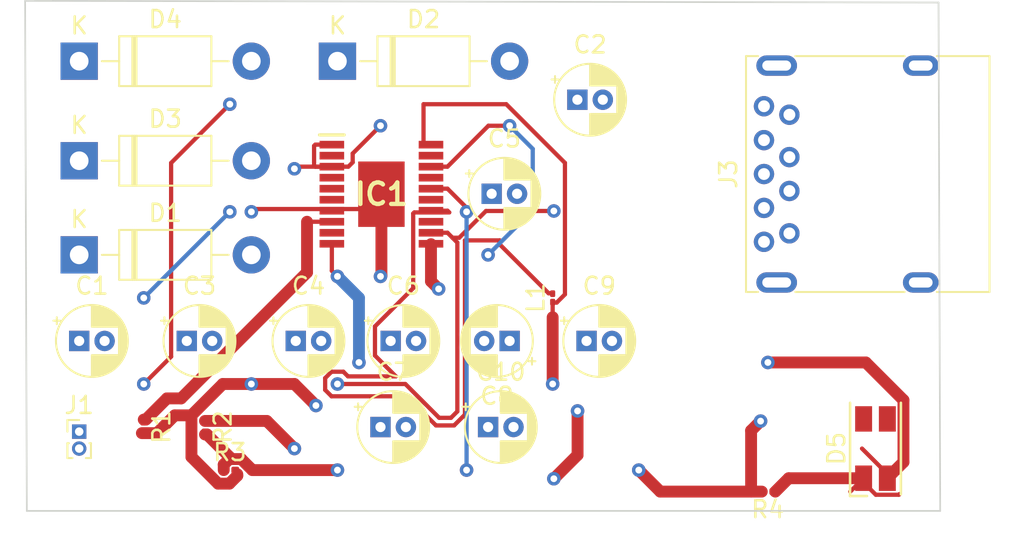
<source format=kicad_pcb>
(kicad_pcb (version 20171130) (host pcbnew "(5.1.9)-1")

  (general
    (thickness 1.6)
    (drawings 6)
    (tracks 286)
    (zones 0)
    (modules 23)
    (nets 25)
  )

  (page A4)
  (layers
    (0 F.Cu signal)
    (1 In1.Cu signal)
    (2 In2.Cu signal)
    (3 In3.Cu signal)
    (4 In4.Cu signal)
    (31 B.Cu signal)
    (32 B.Adhes user)
    (33 F.Adhes user)
    (34 B.Paste user)
    (35 F.Paste user)
    (36 B.SilkS user)
    (37 F.SilkS user)
    (38 B.Mask user)
    (39 F.Mask user)
    (40 Dwgs.User user)
    (41 Cmts.User user)
    (42 Eco1.User user)
    (43 Eco2.User user)
    (44 Edge.Cuts user)
    (45 Margin user)
    (46 B.CrtYd user)
    (47 F.CrtYd user)
    (48 B.Fab user)
    (49 F.Fab user)
  )

  (setup
    (last_trace_width 0.7)
    (user_trace_width 0.7)
    (trace_clearance 0.1)
    (zone_clearance 0.508)
    (zone_45_only no)
    (trace_min 0.1)
    (via_size 0.8)
    (via_drill 0.4)
    (via_min_size 0.4)
    (via_min_drill 0.3)
    (uvia_size 0.3)
    (uvia_drill 0.1)
    (uvias_allowed no)
    (uvia_min_size 0.2)
    (uvia_min_drill 0.1)
    (edge_width 0.05)
    (segment_width 0.2)
    (pcb_text_width 0.3)
    (pcb_text_size 1.5 1.5)
    (mod_edge_width 0.12)
    (mod_text_size 1 1)
    (mod_text_width 0.15)
    (pad_size 1.524 1.524)
    (pad_drill 0.762)
    (pad_to_mask_clearance 0)
    (aux_axis_origin 0 0)
    (visible_elements 7FFFFFFF)
    (pcbplotparams
      (layerselection 0x010fc_ffffffff)
      (usegerberextensions false)
      (usegerberattributes true)
      (usegerberadvancedattributes true)
      (creategerberjobfile true)
      (excludeedgelayer true)
      (linewidth 0.100000)
      (plotframeref false)
      (viasonmask false)
      (mode 1)
      (useauxorigin false)
      (hpglpennumber 1)
      (hpglpenspeed 20)
      (hpglpendiameter 15.000000)
      (psnegative false)
      (psa4output false)
      (plotreference true)
      (plotvalue true)
      (plotinvisibletext false)
      (padsonsilk false)
      (subtractmaskfromsilk false)
      (outputformat 1)
      (mirror false)
      (drillshape 0)
      (scaleselection 1)
      (outputdirectory "Gerber Files/"))
  )

  (net 0 "")
  (net 1 "Net-(C1-Pad1)")
  (net 2 "Net-(C1-Pad2)")
  (net 3 "Net-(C2-Pad2)")
  (net 4 "Net-(C3-Pad1)")
  (net 5 GND)
  (net 6 "Net-(C6-Pad1)")
  (net 7 "Net-(C7-Pad2)")
  (net 8 "Net-(C7-Pad1)")
  (net 9 "Net-(C8-Pad1)")
  (net 10 "Net-(C8-Pad2)")
  (net 11 "Net-(C10-Pad1)")
  (net 12 "Net-(IC1-Pad2)")
  (net 13 "Net-(IC1-Pad4)")
  (net 14 "Net-(IC1-Pad5)")
  (net 15 "Net-(IC1-Pad6)")
  (net 16 "Net-(IC1-Pad8)")
  (net 17 "Net-(IC1-Pad9)")
  (net 18 "Net-(IC1-Pad13)")
  (net 19 "Net-(IC1-Pad14)")
  (net 20 "Net-(IC1-Pad15)")
  (net 21 "Net-(IC1-Pad17)")
  (net 22 "Net-(IC1-Pad19)")
  (net 23 "Net-(J3-Pad2)")
  (net 24 "Net-(D5-Pad1)")

  (net_class Default "This is the default net class."
    (clearance 0.1)
    (trace_width 0.25)
    (via_dia 0.8)
    (via_drill 0.4)
    (uvia_dia 0.3)
    (uvia_drill 0.1)
    (add_net GND)
    (add_net "Net-(C1-Pad1)")
    (add_net "Net-(C1-Pad2)")
    (add_net "Net-(C10-Pad1)")
    (add_net "Net-(C2-Pad2)")
    (add_net "Net-(C3-Pad1)")
    (add_net "Net-(C6-Pad1)")
    (add_net "Net-(C7-Pad1)")
    (add_net "Net-(C7-Pad2)")
    (add_net "Net-(C8-Pad1)")
    (add_net "Net-(C8-Pad2)")
    (add_net "Net-(D5-Pad1)")
    (add_net "Net-(IC1-Pad13)")
    (add_net "Net-(IC1-Pad14)")
    (add_net "Net-(IC1-Pad15)")
    (add_net "Net-(IC1-Pad17)")
    (add_net "Net-(IC1-Pad19)")
    (add_net "Net-(IC1-Pad2)")
    (add_net "Net-(IC1-Pad4)")
    (add_net "Net-(IC1-Pad5)")
    (add_net "Net-(IC1-Pad6)")
    (add_net "Net-(IC1-Pad8)")
    (add_net "Net-(IC1-Pad9)")
    (add_net "Net-(J3-Pad2)")
  )

  (module Capacitor_THT:CP_Radial_D4.0mm_P1.50mm (layer F.Cu) (tedit 5AE50EF0) (tstamp 603A7B98)
    (at 141.569802 52.07)
    (descr "CP, Radial series, Radial, pin pitch=1.50mm, , diameter=4mm, Electrolytic Capacitor")
    (tags "CP Radial series Radial pin pitch 1.50mm  diameter 4mm Electrolytic Capacitor")
    (path /603A5A80)
    (fp_text reference C6 (at 0.75 -3.25) (layer F.SilkS)
      (effects (font (size 1 1) (thickness 0.15)))
    )
    (fp_text value 0.005u (at 0.75 3.25) (layer F.Fab)
      (effects (font (size 1 1) (thickness 0.15)))
    )
    (fp_line (start -1.319801 -1.395) (end -1.319801 -0.995) (layer F.SilkS) (width 0.12))
    (fp_line (start -1.519801 -1.195) (end -1.119801 -1.195) (layer F.SilkS) (width 0.12))
    (fp_line (start 2.831 -0.37) (end 2.831 0.37) (layer F.SilkS) (width 0.12))
    (fp_line (start 2.791 -0.537) (end 2.791 0.537) (layer F.SilkS) (width 0.12))
    (fp_line (start 2.751 -0.664) (end 2.751 0.664) (layer F.SilkS) (width 0.12))
    (fp_line (start 2.711 -0.768) (end 2.711 0.768) (layer F.SilkS) (width 0.12))
    (fp_line (start 2.671 -0.859) (end 2.671 0.859) (layer F.SilkS) (width 0.12))
    (fp_line (start 2.631 -0.94) (end 2.631 0.94) (layer F.SilkS) (width 0.12))
    (fp_line (start 2.591 -1.013) (end 2.591 1.013) (layer F.SilkS) (width 0.12))
    (fp_line (start 2.551 -1.08) (end 2.551 1.08) (layer F.SilkS) (width 0.12))
    (fp_line (start 2.511 -1.142) (end 2.511 1.142) (layer F.SilkS) (width 0.12))
    (fp_line (start 2.471 -1.2) (end 2.471 1.2) (layer F.SilkS) (width 0.12))
    (fp_line (start 2.431 -1.254) (end 2.431 1.254) (layer F.SilkS) (width 0.12))
    (fp_line (start 2.391 -1.304) (end 2.391 1.304) (layer F.SilkS) (width 0.12))
    (fp_line (start 2.351 -1.351) (end 2.351 1.351) (layer F.SilkS) (width 0.12))
    (fp_line (start 2.311 0.84) (end 2.311 1.396) (layer F.SilkS) (width 0.12))
    (fp_line (start 2.311 -1.396) (end 2.311 -0.84) (layer F.SilkS) (width 0.12))
    (fp_line (start 2.271 0.84) (end 2.271 1.438) (layer F.SilkS) (width 0.12))
    (fp_line (start 2.271 -1.438) (end 2.271 -0.84) (layer F.SilkS) (width 0.12))
    (fp_line (start 2.231 0.84) (end 2.231 1.478) (layer F.SilkS) (width 0.12))
    (fp_line (start 2.231 -1.478) (end 2.231 -0.84) (layer F.SilkS) (width 0.12))
    (fp_line (start 2.191 0.84) (end 2.191 1.516) (layer F.SilkS) (width 0.12))
    (fp_line (start 2.191 -1.516) (end 2.191 -0.84) (layer F.SilkS) (width 0.12))
    (fp_line (start 2.151 0.84) (end 2.151 1.552) (layer F.SilkS) (width 0.12))
    (fp_line (start 2.151 -1.552) (end 2.151 -0.84) (layer F.SilkS) (width 0.12))
    (fp_line (start 2.111 0.84) (end 2.111 1.587) (layer F.SilkS) (width 0.12))
    (fp_line (start 2.111 -1.587) (end 2.111 -0.84) (layer F.SilkS) (width 0.12))
    (fp_line (start 2.071 0.84) (end 2.071 1.619) (layer F.SilkS) (width 0.12))
    (fp_line (start 2.071 -1.619) (end 2.071 -0.84) (layer F.SilkS) (width 0.12))
    (fp_line (start 2.031 0.84) (end 2.031 1.65) (layer F.SilkS) (width 0.12))
    (fp_line (start 2.031 -1.65) (end 2.031 -0.84) (layer F.SilkS) (width 0.12))
    (fp_line (start 1.991 0.84) (end 1.991 1.68) (layer F.SilkS) (width 0.12))
    (fp_line (start 1.991 -1.68) (end 1.991 -0.84) (layer F.SilkS) (width 0.12))
    (fp_line (start 1.951 0.84) (end 1.951 1.708) (layer F.SilkS) (width 0.12))
    (fp_line (start 1.951 -1.708) (end 1.951 -0.84) (layer F.SilkS) (width 0.12))
    (fp_line (start 1.911 0.84) (end 1.911 1.735) (layer F.SilkS) (width 0.12))
    (fp_line (start 1.911 -1.735) (end 1.911 -0.84) (layer F.SilkS) (width 0.12))
    (fp_line (start 1.871 0.84) (end 1.871 1.76) (layer F.SilkS) (width 0.12))
    (fp_line (start 1.871 -1.76) (end 1.871 -0.84) (layer F.SilkS) (width 0.12))
    (fp_line (start 1.831 0.84) (end 1.831 1.785) (layer F.SilkS) (width 0.12))
    (fp_line (start 1.831 -1.785) (end 1.831 -0.84) (layer F.SilkS) (width 0.12))
    (fp_line (start 1.791 0.84) (end 1.791 1.808) (layer F.SilkS) (width 0.12))
    (fp_line (start 1.791 -1.808) (end 1.791 -0.84) (layer F.SilkS) (width 0.12))
    (fp_line (start 1.751 0.84) (end 1.751 1.83) (layer F.SilkS) (width 0.12))
    (fp_line (start 1.751 -1.83) (end 1.751 -0.84) (layer F.SilkS) (width 0.12))
    (fp_line (start 1.711 0.84) (end 1.711 1.851) (layer F.SilkS) (width 0.12))
    (fp_line (start 1.711 -1.851) (end 1.711 -0.84) (layer F.SilkS) (width 0.12))
    (fp_line (start 1.671 0.84) (end 1.671 1.87) (layer F.SilkS) (width 0.12))
    (fp_line (start 1.671 -1.87) (end 1.671 -0.84) (layer F.SilkS) (width 0.12))
    (fp_line (start 1.631 0.84) (end 1.631 1.889) (layer F.SilkS) (width 0.12))
    (fp_line (start 1.631 -1.889) (end 1.631 -0.84) (layer F.SilkS) (width 0.12))
    (fp_line (start 1.591 0.84) (end 1.591 1.907) (layer F.SilkS) (width 0.12))
    (fp_line (start 1.591 -1.907) (end 1.591 -0.84) (layer F.SilkS) (width 0.12))
    (fp_line (start 1.551 0.84) (end 1.551 1.924) (layer F.SilkS) (width 0.12))
    (fp_line (start 1.551 -1.924) (end 1.551 -0.84) (layer F.SilkS) (width 0.12))
    (fp_line (start 1.511 0.84) (end 1.511 1.94) (layer F.SilkS) (width 0.12))
    (fp_line (start 1.511 -1.94) (end 1.511 -0.84) (layer F.SilkS) (width 0.12))
    (fp_line (start 1.471 0.84) (end 1.471 1.954) (layer F.SilkS) (width 0.12))
    (fp_line (start 1.471 -1.954) (end 1.471 -0.84) (layer F.SilkS) (width 0.12))
    (fp_line (start 1.43 0.84) (end 1.43 1.968) (layer F.SilkS) (width 0.12))
    (fp_line (start 1.43 -1.968) (end 1.43 -0.84) (layer F.SilkS) (width 0.12))
    (fp_line (start 1.39 0.84) (end 1.39 1.982) (layer F.SilkS) (width 0.12))
    (fp_line (start 1.39 -1.982) (end 1.39 -0.84) (layer F.SilkS) (width 0.12))
    (fp_line (start 1.35 0.84) (end 1.35 1.994) (layer F.SilkS) (width 0.12))
    (fp_line (start 1.35 -1.994) (end 1.35 -0.84) (layer F.SilkS) (width 0.12))
    (fp_line (start 1.31 0.84) (end 1.31 2.005) (layer F.SilkS) (width 0.12))
    (fp_line (start 1.31 -2.005) (end 1.31 -0.84) (layer F.SilkS) (width 0.12))
    (fp_line (start 1.27 0.84) (end 1.27 2.016) (layer F.SilkS) (width 0.12))
    (fp_line (start 1.27 -2.016) (end 1.27 -0.84) (layer F.SilkS) (width 0.12))
    (fp_line (start 1.23 0.84) (end 1.23 2.025) (layer F.SilkS) (width 0.12))
    (fp_line (start 1.23 -2.025) (end 1.23 -0.84) (layer F.SilkS) (width 0.12))
    (fp_line (start 1.19 0.84) (end 1.19 2.034) (layer F.SilkS) (width 0.12))
    (fp_line (start 1.19 -2.034) (end 1.19 -0.84) (layer F.SilkS) (width 0.12))
    (fp_line (start 1.15 0.84) (end 1.15 2.042) (layer F.SilkS) (width 0.12))
    (fp_line (start 1.15 -2.042) (end 1.15 -0.84) (layer F.SilkS) (width 0.12))
    (fp_line (start 1.11 0.84) (end 1.11 2.05) (layer F.SilkS) (width 0.12))
    (fp_line (start 1.11 -2.05) (end 1.11 -0.84) (layer F.SilkS) (width 0.12))
    (fp_line (start 1.07 0.84) (end 1.07 2.056) (layer F.SilkS) (width 0.12))
    (fp_line (start 1.07 -2.056) (end 1.07 -0.84) (layer F.SilkS) (width 0.12))
    (fp_line (start 1.03 0.84) (end 1.03 2.062) (layer F.SilkS) (width 0.12))
    (fp_line (start 1.03 -2.062) (end 1.03 -0.84) (layer F.SilkS) (width 0.12))
    (fp_line (start 0.99 0.84) (end 0.99 2.067) (layer F.SilkS) (width 0.12))
    (fp_line (start 0.99 -2.067) (end 0.99 -0.84) (layer F.SilkS) (width 0.12))
    (fp_line (start 0.95 0.84) (end 0.95 2.071) (layer F.SilkS) (width 0.12))
    (fp_line (start 0.95 -2.071) (end 0.95 -0.84) (layer F.SilkS) (width 0.12))
    (fp_line (start 0.91 0.84) (end 0.91 2.074) (layer F.SilkS) (width 0.12))
    (fp_line (start 0.91 -2.074) (end 0.91 -0.84) (layer F.SilkS) (width 0.12))
    (fp_line (start 0.87 0.84) (end 0.87 2.077) (layer F.SilkS) (width 0.12))
    (fp_line (start 0.87 -2.077) (end 0.87 -0.84) (layer F.SilkS) (width 0.12))
    (fp_line (start 0.83 -2.079) (end 0.83 -0.84) (layer F.SilkS) (width 0.12))
    (fp_line (start 0.83 0.84) (end 0.83 2.079) (layer F.SilkS) (width 0.12))
    (fp_line (start 0.79 -2.08) (end 0.79 -0.84) (layer F.SilkS) (width 0.12))
    (fp_line (start 0.79 0.84) (end 0.79 2.08) (layer F.SilkS) (width 0.12))
    (fp_line (start 0.75 -2.08) (end 0.75 -0.84) (layer F.SilkS) (width 0.12))
    (fp_line (start 0.75 0.84) (end 0.75 2.08) (layer F.SilkS) (width 0.12))
    (fp_line (start -0.752554 -1.0675) (end -0.752554 -0.6675) (layer F.Fab) (width 0.1))
    (fp_line (start -0.952554 -0.8675) (end -0.552554 -0.8675) (layer F.Fab) (width 0.1))
    (fp_circle (center 0.75 0) (end 3 0) (layer F.CrtYd) (width 0.05))
    (fp_circle (center 0.75 0) (end 2.87 0) (layer F.SilkS) (width 0.12))
    (fp_circle (center 0.75 0) (end 2.75 0) (layer F.Fab) (width 0.1))
    (fp_text user %R (at 0.75 0) (layer F.Fab)
      (effects (font (size 0.8 0.8) (thickness 0.12)))
    )
    (pad 1 thru_hole rect (at 0 0) (size 1.2 1.2) (drill 0.6) (layers *.Cu *.Mask)
      (net 6 "Net-(C6-Pad1)"))
    (pad 2 thru_hole circle (at 1.5 0) (size 1.2 1.2) (drill 0.6) (layers *.Cu *.Mask)
      (net 5 GND))
    (model ${KISYS3DMOD}/Capacitor_THT.3dshapes/CP_Radial_D4.0mm_P1.50mm.wrl
      (at (xyz 0 0 0))
      (scale (xyz 1 1 1))
      (rotate (xyz 0 0 0))
    )
  )

  (module Capacitor_THT:CP_Radial_D4.0mm_P1.50mm (layer F.Cu) (tedit 5AE50EF0) (tstamp 603A7981)
    (at 123.19 52.07)
    (descr "CP, Radial series, Radial, pin pitch=1.50mm, , diameter=4mm, Electrolytic Capacitor")
    (tags "CP Radial series Radial pin pitch 1.50mm  diameter 4mm Electrolytic Capacitor")
    (path /603BA89A)
    (fp_text reference C1 (at 0.75 -3.25) (layer F.SilkS)
      (effects (font (size 1 1) (thickness 0.15)))
    )
    (fp_text value 100u (at 0.75 3.25) (layer F.Fab)
      (effects (font (size 1 1) (thickness 0.15)))
    )
    (fp_line (start -1.319801 -1.395) (end -1.319801 -0.995) (layer F.SilkS) (width 0.12))
    (fp_line (start -1.519801 -1.195) (end -1.119801 -1.195) (layer F.SilkS) (width 0.12))
    (fp_line (start 2.831 -0.37) (end 2.831 0.37) (layer F.SilkS) (width 0.12))
    (fp_line (start 2.791 -0.537) (end 2.791 0.537) (layer F.SilkS) (width 0.12))
    (fp_line (start 2.751 -0.664) (end 2.751 0.664) (layer F.SilkS) (width 0.12))
    (fp_line (start 2.711 -0.768) (end 2.711 0.768) (layer F.SilkS) (width 0.12))
    (fp_line (start 2.671 -0.859) (end 2.671 0.859) (layer F.SilkS) (width 0.12))
    (fp_line (start 2.631 -0.94) (end 2.631 0.94) (layer F.SilkS) (width 0.12))
    (fp_line (start 2.591 -1.013) (end 2.591 1.013) (layer F.SilkS) (width 0.12))
    (fp_line (start 2.551 -1.08) (end 2.551 1.08) (layer F.SilkS) (width 0.12))
    (fp_line (start 2.511 -1.142) (end 2.511 1.142) (layer F.SilkS) (width 0.12))
    (fp_line (start 2.471 -1.2) (end 2.471 1.2) (layer F.SilkS) (width 0.12))
    (fp_line (start 2.431 -1.254) (end 2.431 1.254) (layer F.SilkS) (width 0.12))
    (fp_line (start 2.391 -1.304) (end 2.391 1.304) (layer F.SilkS) (width 0.12))
    (fp_line (start 2.351 -1.351) (end 2.351 1.351) (layer F.SilkS) (width 0.12))
    (fp_line (start 2.311 0.84) (end 2.311 1.396) (layer F.SilkS) (width 0.12))
    (fp_line (start 2.311 -1.396) (end 2.311 -0.84) (layer F.SilkS) (width 0.12))
    (fp_line (start 2.271 0.84) (end 2.271 1.438) (layer F.SilkS) (width 0.12))
    (fp_line (start 2.271 -1.438) (end 2.271 -0.84) (layer F.SilkS) (width 0.12))
    (fp_line (start 2.231 0.84) (end 2.231 1.478) (layer F.SilkS) (width 0.12))
    (fp_line (start 2.231 -1.478) (end 2.231 -0.84) (layer F.SilkS) (width 0.12))
    (fp_line (start 2.191 0.84) (end 2.191 1.516) (layer F.SilkS) (width 0.12))
    (fp_line (start 2.191 -1.516) (end 2.191 -0.84) (layer F.SilkS) (width 0.12))
    (fp_line (start 2.151 0.84) (end 2.151 1.552) (layer F.SilkS) (width 0.12))
    (fp_line (start 2.151 -1.552) (end 2.151 -0.84) (layer F.SilkS) (width 0.12))
    (fp_line (start 2.111 0.84) (end 2.111 1.587) (layer F.SilkS) (width 0.12))
    (fp_line (start 2.111 -1.587) (end 2.111 -0.84) (layer F.SilkS) (width 0.12))
    (fp_line (start 2.071 0.84) (end 2.071 1.619) (layer F.SilkS) (width 0.12))
    (fp_line (start 2.071 -1.619) (end 2.071 -0.84) (layer F.SilkS) (width 0.12))
    (fp_line (start 2.031 0.84) (end 2.031 1.65) (layer F.SilkS) (width 0.12))
    (fp_line (start 2.031 -1.65) (end 2.031 -0.84) (layer F.SilkS) (width 0.12))
    (fp_line (start 1.991 0.84) (end 1.991 1.68) (layer F.SilkS) (width 0.12))
    (fp_line (start 1.991 -1.68) (end 1.991 -0.84) (layer F.SilkS) (width 0.12))
    (fp_line (start 1.951 0.84) (end 1.951 1.708) (layer F.SilkS) (width 0.12))
    (fp_line (start 1.951 -1.708) (end 1.951 -0.84) (layer F.SilkS) (width 0.12))
    (fp_line (start 1.911 0.84) (end 1.911 1.735) (layer F.SilkS) (width 0.12))
    (fp_line (start 1.911 -1.735) (end 1.911 -0.84) (layer F.SilkS) (width 0.12))
    (fp_line (start 1.871 0.84) (end 1.871 1.76) (layer F.SilkS) (width 0.12))
    (fp_line (start 1.871 -1.76) (end 1.871 -0.84) (layer F.SilkS) (width 0.12))
    (fp_line (start 1.831 0.84) (end 1.831 1.785) (layer F.SilkS) (width 0.12))
    (fp_line (start 1.831 -1.785) (end 1.831 -0.84) (layer F.SilkS) (width 0.12))
    (fp_line (start 1.791 0.84) (end 1.791 1.808) (layer F.SilkS) (width 0.12))
    (fp_line (start 1.791 -1.808) (end 1.791 -0.84) (layer F.SilkS) (width 0.12))
    (fp_line (start 1.751 0.84) (end 1.751 1.83) (layer F.SilkS) (width 0.12))
    (fp_line (start 1.751 -1.83) (end 1.751 -0.84) (layer F.SilkS) (width 0.12))
    (fp_line (start 1.711 0.84) (end 1.711 1.851) (layer F.SilkS) (width 0.12))
    (fp_line (start 1.711 -1.851) (end 1.711 -0.84) (layer F.SilkS) (width 0.12))
    (fp_line (start 1.671 0.84) (end 1.671 1.87) (layer F.SilkS) (width 0.12))
    (fp_line (start 1.671 -1.87) (end 1.671 -0.84) (layer F.SilkS) (width 0.12))
    (fp_line (start 1.631 0.84) (end 1.631 1.889) (layer F.SilkS) (width 0.12))
    (fp_line (start 1.631 -1.889) (end 1.631 -0.84) (layer F.SilkS) (width 0.12))
    (fp_line (start 1.591 0.84) (end 1.591 1.907) (layer F.SilkS) (width 0.12))
    (fp_line (start 1.591 -1.907) (end 1.591 -0.84) (layer F.SilkS) (width 0.12))
    (fp_line (start 1.551 0.84) (end 1.551 1.924) (layer F.SilkS) (width 0.12))
    (fp_line (start 1.551 -1.924) (end 1.551 -0.84) (layer F.SilkS) (width 0.12))
    (fp_line (start 1.511 0.84) (end 1.511 1.94) (layer F.SilkS) (width 0.12))
    (fp_line (start 1.511 -1.94) (end 1.511 -0.84) (layer F.SilkS) (width 0.12))
    (fp_line (start 1.471 0.84) (end 1.471 1.954) (layer F.SilkS) (width 0.12))
    (fp_line (start 1.471 -1.954) (end 1.471 -0.84) (layer F.SilkS) (width 0.12))
    (fp_line (start 1.43 0.84) (end 1.43 1.968) (layer F.SilkS) (width 0.12))
    (fp_line (start 1.43 -1.968) (end 1.43 -0.84) (layer F.SilkS) (width 0.12))
    (fp_line (start 1.39 0.84) (end 1.39 1.982) (layer F.SilkS) (width 0.12))
    (fp_line (start 1.39 -1.982) (end 1.39 -0.84) (layer F.SilkS) (width 0.12))
    (fp_line (start 1.35 0.84) (end 1.35 1.994) (layer F.SilkS) (width 0.12))
    (fp_line (start 1.35 -1.994) (end 1.35 -0.84) (layer F.SilkS) (width 0.12))
    (fp_line (start 1.31 0.84) (end 1.31 2.005) (layer F.SilkS) (width 0.12))
    (fp_line (start 1.31 -2.005) (end 1.31 -0.84) (layer F.SilkS) (width 0.12))
    (fp_line (start 1.27 0.84) (end 1.27 2.016) (layer F.SilkS) (width 0.12))
    (fp_line (start 1.27 -2.016) (end 1.27 -0.84) (layer F.SilkS) (width 0.12))
    (fp_line (start 1.23 0.84) (end 1.23 2.025) (layer F.SilkS) (width 0.12))
    (fp_line (start 1.23 -2.025) (end 1.23 -0.84) (layer F.SilkS) (width 0.12))
    (fp_line (start 1.19 0.84) (end 1.19 2.034) (layer F.SilkS) (width 0.12))
    (fp_line (start 1.19 -2.034) (end 1.19 -0.84) (layer F.SilkS) (width 0.12))
    (fp_line (start 1.15 0.84) (end 1.15 2.042) (layer F.SilkS) (width 0.12))
    (fp_line (start 1.15 -2.042) (end 1.15 -0.84) (layer F.SilkS) (width 0.12))
    (fp_line (start 1.11 0.84) (end 1.11 2.05) (layer F.SilkS) (width 0.12))
    (fp_line (start 1.11 -2.05) (end 1.11 -0.84) (layer F.SilkS) (width 0.12))
    (fp_line (start 1.07 0.84) (end 1.07 2.056) (layer F.SilkS) (width 0.12))
    (fp_line (start 1.07 -2.056) (end 1.07 -0.84) (layer F.SilkS) (width 0.12))
    (fp_line (start 1.03 0.84) (end 1.03 2.062) (layer F.SilkS) (width 0.12))
    (fp_line (start 1.03 -2.062) (end 1.03 -0.84) (layer F.SilkS) (width 0.12))
    (fp_line (start 0.99 0.84) (end 0.99 2.067) (layer F.SilkS) (width 0.12))
    (fp_line (start 0.99 -2.067) (end 0.99 -0.84) (layer F.SilkS) (width 0.12))
    (fp_line (start 0.95 0.84) (end 0.95 2.071) (layer F.SilkS) (width 0.12))
    (fp_line (start 0.95 -2.071) (end 0.95 -0.84) (layer F.SilkS) (width 0.12))
    (fp_line (start 0.91 0.84) (end 0.91 2.074) (layer F.SilkS) (width 0.12))
    (fp_line (start 0.91 -2.074) (end 0.91 -0.84) (layer F.SilkS) (width 0.12))
    (fp_line (start 0.87 0.84) (end 0.87 2.077) (layer F.SilkS) (width 0.12))
    (fp_line (start 0.87 -2.077) (end 0.87 -0.84) (layer F.SilkS) (width 0.12))
    (fp_line (start 0.83 -2.079) (end 0.83 -0.84) (layer F.SilkS) (width 0.12))
    (fp_line (start 0.83 0.84) (end 0.83 2.079) (layer F.SilkS) (width 0.12))
    (fp_line (start 0.79 -2.08) (end 0.79 -0.84) (layer F.SilkS) (width 0.12))
    (fp_line (start 0.79 0.84) (end 0.79 2.08) (layer F.SilkS) (width 0.12))
    (fp_line (start 0.75 -2.08) (end 0.75 -0.84) (layer F.SilkS) (width 0.12))
    (fp_line (start 0.75 0.84) (end 0.75 2.08) (layer F.SilkS) (width 0.12))
    (fp_line (start -0.752554 -1.0675) (end -0.752554 -0.6675) (layer F.Fab) (width 0.1))
    (fp_line (start -0.952554 -0.8675) (end -0.552554 -0.8675) (layer F.Fab) (width 0.1))
    (fp_circle (center 0.75 0) (end 3 0) (layer F.CrtYd) (width 0.05))
    (fp_circle (center 0.75 0) (end 2.87 0) (layer F.SilkS) (width 0.12))
    (fp_circle (center 0.75 0) (end 2.75 0) (layer F.Fab) (width 0.1))
    (fp_text user %R (at 0.75 0) (layer F.Fab)
      (effects (font (size 0.8 0.8) (thickness 0.12)))
    )
    (pad 1 thru_hole rect (at 0 0) (size 1.2 1.2) (drill 0.6) (layers *.Cu *.Mask)
      (net 1 "Net-(C1-Pad1)"))
    (pad 2 thru_hole circle (at 1.5 0) (size 1.2 1.2) (drill 0.6) (layers *.Cu *.Mask)
      (net 2 "Net-(C1-Pad2)"))
    (model ${KISYS3DMOD}/Capacitor_THT.3dshapes/CP_Radial_D4.0mm_P1.50mm.wrl
      (at (xyz 0 0 0))
      (scale (xyz 1 1 1))
      (rotate (xyz 0 0 0))
    )
  )

  (module Capacitor_THT:CP_Radial_D4.0mm_P1.50mm (layer F.Cu) (tedit 5AE50EF0) (tstamp 603A79EC)
    (at 152.589802 37.835001)
    (descr "CP, Radial series, Radial, pin pitch=1.50mm, , diameter=4mm, Electrolytic Capacitor")
    (tags "CP Radial series Radial pin pitch 1.50mm  diameter 4mm Electrolytic Capacitor")
    (path /603BADF6)
    (fp_text reference C2 (at 0.75 -3.25) (layer F.SilkS)
      (effects (font (size 1 1) (thickness 0.15)))
    )
    (fp_text value 100u (at 0.75 3.25) (layer F.Fab)
      (effects (font (size 1 1) (thickness 0.15)))
    )
    (fp_circle (center 0.75 0) (end 2.75 0) (layer F.Fab) (width 0.1))
    (fp_circle (center 0.75 0) (end 2.87 0) (layer F.SilkS) (width 0.12))
    (fp_circle (center 0.75 0) (end 3 0) (layer F.CrtYd) (width 0.05))
    (fp_line (start -0.952554 -0.8675) (end -0.552554 -0.8675) (layer F.Fab) (width 0.1))
    (fp_line (start -0.752554 -1.0675) (end -0.752554 -0.6675) (layer F.Fab) (width 0.1))
    (fp_line (start 0.75 0.84) (end 0.75 2.08) (layer F.SilkS) (width 0.12))
    (fp_line (start 0.75 -2.08) (end 0.75 -0.84) (layer F.SilkS) (width 0.12))
    (fp_line (start 0.79 0.84) (end 0.79 2.08) (layer F.SilkS) (width 0.12))
    (fp_line (start 0.79 -2.08) (end 0.79 -0.84) (layer F.SilkS) (width 0.12))
    (fp_line (start 0.83 0.84) (end 0.83 2.079) (layer F.SilkS) (width 0.12))
    (fp_line (start 0.83 -2.079) (end 0.83 -0.84) (layer F.SilkS) (width 0.12))
    (fp_line (start 0.87 -2.077) (end 0.87 -0.84) (layer F.SilkS) (width 0.12))
    (fp_line (start 0.87 0.84) (end 0.87 2.077) (layer F.SilkS) (width 0.12))
    (fp_line (start 0.91 -2.074) (end 0.91 -0.84) (layer F.SilkS) (width 0.12))
    (fp_line (start 0.91 0.84) (end 0.91 2.074) (layer F.SilkS) (width 0.12))
    (fp_line (start 0.95 -2.071) (end 0.95 -0.84) (layer F.SilkS) (width 0.12))
    (fp_line (start 0.95 0.84) (end 0.95 2.071) (layer F.SilkS) (width 0.12))
    (fp_line (start 0.99 -2.067) (end 0.99 -0.84) (layer F.SilkS) (width 0.12))
    (fp_line (start 0.99 0.84) (end 0.99 2.067) (layer F.SilkS) (width 0.12))
    (fp_line (start 1.03 -2.062) (end 1.03 -0.84) (layer F.SilkS) (width 0.12))
    (fp_line (start 1.03 0.84) (end 1.03 2.062) (layer F.SilkS) (width 0.12))
    (fp_line (start 1.07 -2.056) (end 1.07 -0.84) (layer F.SilkS) (width 0.12))
    (fp_line (start 1.07 0.84) (end 1.07 2.056) (layer F.SilkS) (width 0.12))
    (fp_line (start 1.11 -2.05) (end 1.11 -0.84) (layer F.SilkS) (width 0.12))
    (fp_line (start 1.11 0.84) (end 1.11 2.05) (layer F.SilkS) (width 0.12))
    (fp_line (start 1.15 -2.042) (end 1.15 -0.84) (layer F.SilkS) (width 0.12))
    (fp_line (start 1.15 0.84) (end 1.15 2.042) (layer F.SilkS) (width 0.12))
    (fp_line (start 1.19 -2.034) (end 1.19 -0.84) (layer F.SilkS) (width 0.12))
    (fp_line (start 1.19 0.84) (end 1.19 2.034) (layer F.SilkS) (width 0.12))
    (fp_line (start 1.23 -2.025) (end 1.23 -0.84) (layer F.SilkS) (width 0.12))
    (fp_line (start 1.23 0.84) (end 1.23 2.025) (layer F.SilkS) (width 0.12))
    (fp_line (start 1.27 -2.016) (end 1.27 -0.84) (layer F.SilkS) (width 0.12))
    (fp_line (start 1.27 0.84) (end 1.27 2.016) (layer F.SilkS) (width 0.12))
    (fp_line (start 1.31 -2.005) (end 1.31 -0.84) (layer F.SilkS) (width 0.12))
    (fp_line (start 1.31 0.84) (end 1.31 2.005) (layer F.SilkS) (width 0.12))
    (fp_line (start 1.35 -1.994) (end 1.35 -0.84) (layer F.SilkS) (width 0.12))
    (fp_line (start 1.35 0.84) (end 1.35 1.994) (layer F.SilkS) (width 0.12))
    (fp_line (start 1.39 -1.982) (end 1.39 -0.84) (layer F.SilkS) (width 0.12))
    (fp_line (start 1.39 0.84) (end 1.39 1.982) (layer F.SilkS) (width 0.12))
    (fp_line (start 1.43 -1.968) (end 1.43 -0.84) (layer F.SilkS) (width 0.12))
    (fp_line (start 1.43 0.84) (end 1.43 1.968) (layer F.SilkS) (width 0.12))
    (fp_line (start 1.471 -1.954) (end 1.471 -0.84) (layer F.SilkS) (width 0.12))
    (fp_line (start 1.471 0.84) (end 1.471 1.954) (layer F.SilkS) (width 0.12))
    (fp_line (start 1.511 -1.94) (end 1.511 -0.84) (layer F.SilkS) (width 0.12))
    (fp_line (start 1.511 0.84) (end 1.511 1.94) (layer F.SilkS) (width 0.12))
    (fp_line (start 1.551 -1.924) (end 1.551 -0.84) (layer F.SilkS) (width 0.12))
    (fp_line (start 1.551 0.84) (end 1.551 1.924) (layer F.SilkS) (width 0.12))
    (fp_line (start 1.591 -1.907) (end 1.591 -0.84) (layer F.SilkS) (width 0.12))
    (fp_line (start 1.591 0.84) (end 1.591 1.907) (layer F.SilkS) (width 0.12))
    (fp_line (start 1.631 -1.889) (end 1.631 -0.84) (layer F.SilkS) (width 0.12))
    (fp_line (start 1.631 0.84) (end 1.631 1.889) (layer F.SilkS) (width 0.12))
    (fp_line (start 1.671 -1.87) (end 1.671 -0.84) (layer F.SilkS) (width 0.12))
    (fp_line (start 1.671 0.84) (end 1.671 1.87) (layer F.SilkS) (width 0.12))
    (fp_line (start 1.711 -1.851) (end 1.711 -0.84) (layer F.SilkS) (width 0.12))
    (fp_line (start 1.711 0.84) (end 1.711 1.851) (layer F.SilkS) (width 0.12))
    (fp_line (start 1.751 -1.83) (end 1.751 -0.84) (layer F.SilkS) (width 0.12))
    (fp_line (start 1.751 0.84) (end 1.751 1.83) (layer F.SilkS) (width 0.12))
    (fp_line (start 1.791 -1.808) (end 1.791 -0.84) (layer F.SilkS) (width 0.12))
    (fp_line (start 1.791 0.84) (end 1.791 1.808) (layer F.SilkS) (width 0.12))
    (fp_line (start 1.831 -1.785) (end 1.831 -0.84) (layer F.SilkS) (width 0.12))
    (fp_line (start 1.831 0.84) (end 1.831 1.785) (layer F.SilkS) (width 0.12))
    (fp_line (start 1.871 -1.76) (end 1.871 -0.84) (layer F.SilkS) (width 0.12))
    (fp_line (start 1.871 0.84) (end 1.871 1.76) (layer F.SilkS) (width 0.12))
    (fp_line (start 1.911 -1.735) (end 1.911 -0.84) (layer F.SilkS) (width 0.12))
    (fp_line (start 1.911 0.84) (end 1.911 1.735) (layer F.SilkS) (width 0.12))
    (fp_line (start 1.951 -1.708) (end 1.951 -0.84) (layer F.SilkS) (width 0.12))
    (fp_line (start 1.951 0.84) (end 1.951 1.708) (layer F.SilkS) (width 0.12))
    (fp_line (start 1.991 -1.68) (end 1.991 -0.84) (layer F.SilkS) (width 0.12))
    (fp_line (start 1.991 0.84) (end 1.991 1.68) (layer F.SilkS) (width 0.12))
    (fp_line (start 2.031 -1.65) (end 2.031 -0.84) (layer F.SilkS) (width 0.12))
    (fp_line (start 2.031 0.84) (end 2.031 1.65) (layer F.SilkS) (width 0.12))
    (fp_line (start 2.071 -1.619) (end 2.071 -0.84) (layer F.SilkS) (width 0.12))
    (fp_line (start 2.071 0.84) (end 2.071 1.619) (layer F.SilkS) (width 0.12))
    (fp_line (start 2.111 -1.587) (end 2.111 -0.84) (layer F.SilkS) (width 0.12))
    (fp_line (start 2.111 0.84) (end 2.111 1.587) (layer F.SilkS) (width 0.12))
    (fp_line (start 2.151 -1.552) (end 2.151 -0.84) (layer F.SilkS) (width 0.12))
    (fp_line (start 2.151 0.84) (end 2.151 1.552) (layer F.SilkS) (width 0.12))
    (fp_line (start 2.191 -1.516) (end 2.191 -0.84) (layer F.SilkS) (width 0.12))
    (fp_line (start 2.191 0.84) (end 2.191 1.516) (layer F.SilkS) (width 0.12))
    (fp_line (start 2.231 -1.478) (end 2.231 -0.84) (layer F.SilkS) (width 0.12))
    (fp_line (start 2.231 0.84) (end 2.231 1.478) (layer F.SilkS) (width 0.12))
    (fp_line (start 2.271 -1.438) (end 2.271 -0.84) (layer F.SilkS) (width 0.12))
    (fp_line (start 2.271 0.84) (end 2.271 1.438) (layer F.SilkS) (width 0.12))
    (fp_line (start 2.311 -1.396) (end 2.311 -0.84) (layer F.SilkS) (width 0.12))
    (fp_line (start 2.311 0.84) (end 2.311 1.396) (layer F.SilkS) (width 0.12))
    (fp_line (start 2.351 -1.351) (end 2.351 1.351) (layer F.SilkS) (width 0.12))
    (fp_line (start 2.391 -1.304) (end 2.391 1.304) (layer F.SilkS) (width 0.12))
    (fp_line (start 2.431 -1.254) (end 2.431 1.254) (layer F.SilkS) (width 0.12))
    (fp_line (start 2.471 -1.2) (end 2.471 1.2) (layer F.SilkS) (width 0.12))
    (fp_line (start 2.511 -1.142) (end 2.511 1.142) (layer F.SilkS) (width 0.12))
    (fp_line (start 2.551 -1.08) (end 2.551 1.08) (layer F.SilkS) (width 0.12))
    (fp_line (start 2.591 -1.013) (end 2.591 1.013) (layer F.SilkS) (width 0.12))
    (fp_line (start 2.631 -0.94) (end 2.631 0.94) (layer F.SilkS) (width 0.12))
    (fp_line (start 2.671 -0.859) (end 2.671 0.859) (layer F.SilkS) (width 0.12))
    (fp_line (start 2.711 -0.768) (end 2.711 0.768) (layer F.SilkS) (width 0.12))
    (fp_line (start 2.751 -0.664) (end 2.751 0.664) (layer F.SilkS) (width 0.12))
    (fp_line (start 2.791 -0.537) (end 2.791 0.537) (layer F.SilkS) (width 0.12))
    (fp_line (start 2.831 -0.37) (end 2.831 0.37) (layer F.SilkS) (width 0.12))
    (fp_line (start -1.519801 -1.195) (end -1.119801 -1.195) (layer F.SilkS) (width 0.12))
    (fp_line (start -1.319801 -1.395) (end -1.319801 -0.995) (layer F.SilkS) (width 0.12))
    (fp_text user %R (at 0.75 0) (layer F.Fab)
      (effects (font (size 0.8 0.8) (thickness 0.12)))
    )
    (pad 2 thru_hole circle (at 1.5 0) (size 1.2 1.2) (drill 0.6) (layers *.Cu *.Mask)
      (net 3 "Net-(C2-Pad2)"))
    (pad 1 thru_hole rect (at 0 0) (size 1.2 1.2) (drill 0.6) (layers *.Cu *.Mask)
      (net 2 "Net-(C1-Pad2)"))
    (model ${KISYS3DMOD}/Capacitor_THT.3dshapes/CP_Radial_D4.0mm_P1.50mm.wrl
      (at (xyz 0 0 0))
      (scale (xyz 1 1 1))
      (rotate (xyz 0 0 0))
    )
  )

  (module Capacitor_THT:CP_Radial_D4.0mm_P1.50mm (layer F.Cu) (tedit 5AE50EF0) (tstamp 603A7A57)
    (at 129.54 52.07)
    (descr "CP, Radial series, Radial, pin pitch=1.50mm, , diameter=4mm, Electrolytic Capacitor")
    (tags "CP Radial series Radial pin pitch 1.50mm  diameter 4mm Electrolytic Capacitor")
    (path /603A0B13)
    (fp_text reference C3 (at 0.75 -3.25) (layer F.SilkS)
      (effects (font (size 1 1) (thickness 0.15)))
    )
    (fp_text value 1000u (at 0.75 3.25) (layer F.Fab)
      (effects (font (size 1 1) (thickness 0.15)))
    )
    (fp_line (start -1.319801 -1.395) (end -1.319801 -0.995) (layer F.SilkS) (width 0.12))
    (fp_line (start -1.519801 -1.195) (end -1.119801 -1.195) (layer F.SilkS) (width 0.12))
    (fp_line (start 2.831 -0.37) (end 2.831 0.37) (layer F.SilkS) (width 0.12))
    (fp_line (start 2.791 -0.537) (end 2.791 0.537) (layer F.SilkS) (width 0.12))
    (fp_line (start 2.751 -0.664) (end 2.751 0.664) (layer F.SilkS) (width 0.12))
    (fp_line (start 2.711 -0.768) (end 2.711 0.768) (layer F.SilkS) (width 0.12))
    (fp_line (start 2.671 -0.859) (end 2.671 0.859) (layer F.SilkS) (width 0.12))
    (fp_line (start 2.631 -0.94) (end 2.631 0.94) (layer F.SilkS) (width 0.12))
    (fp_line (start 2.591 -1.013) (end 2.591 1.013) (layer F.SilkS) (width 0.12))
    (fp_line (start 2.551 -1.08) (end 2.551 1.08) (layer F.SilkS) (width 0.12))
    (fp_line (start 2.511 -1.142) (end 2.511 1.142) (layer F.SilkS) (width 0.12))
    (fp_line (start 2.471 -1.2) (end 2.471 1.2) (layer F.SilkS) (width 0.12))
    (fp_line (start 2.431 -1.254) (end 2.431 1.254) (layer F.SilkS) (width 0.12))
    (fp_line (start 2.391 -1.304) (end 2.391 1.304) (layer F.SilkS) (width 0.12))
    (fp_line (start 2.351 -1.351) (end 2.351 1.351) (layer F.SilkS) (width 0.12))
    (fp_line (start 2.311 0.84) (end 2.311 1.396) (layer F.SilkS) (width 0.12))
    (fp_line (start 2.311 -1.396) (end 2.311 -0.84) (layer F.SilkS) (width 0.12))
    (fp_line (start 2.271 0.84) (end 2.271 1.438) (layer F.SilkS) (width 0.12))
    (fp_line (start 2.271 -1.438) (end 2.271 -0.84) (layer F.SilkS) (width 0.12))
    (fp_line (start 2.231 0.84) (end 2.231 1.478) (layer F.SilkS) (width 0.12))
    (fp_line (start 2.231 -1.478) (end 2.231 -0.84) (layer F.SilkS) (width 0.12))
    (fp_line (start 2.191 0.84) (end 2.191 1.516) (layer F.SilkS) (width 0.12))
    (fp_line (start 2.191 -1.516) (end 2.191 -0.84) (layer F.SilkS) (width 0.12))
    (fp_line (start 2.151 0.84) (end 2.151 1.552) (layer F.SilkS) (width 0.12))
    (fp_line (start 2.151 -1.552) (end 2.151 -0.84) (layer F.SilkS) (width 0.12))
    (fp_line (start 2.111 0.84) (end 2.111 1.587) (layer F.SilkS) (width 0.12))
    (fp_line (start 2.111 -1.587) (end 2.111 -0.84) (layer F.SilkS) (width 0.12))
    (fp_line (start 2.071 0.84) (end 2.071 1.619) (layer F.SilkS) (width 0.12))
    (fp_line (start 2.071 -1.619) (end 2.071 -0.84) (layer F.SilkS) (width 0.12))
    (fp_line (start 2.031 0.84) (end 2.031 1.65) (layer F.SilkS) (width 0.12))
    (fp_line (start 2.031 -1.65) (end 2.031 -0.84) (layer F.SilkS) (width 0.12))
    (fp_line (start 1.991 0.84) (end 1.991 1.68) (layer F.SilkS) (width 0.12))
    (fp_line (start 1.991 -1.68) (end 1.991 -0.84) (layer F.SilkS) (width 0.12))
    (fp_line (start 1.951 0.84) (end 1.951 1.708) (layer F.SilkS) (width 0.12))
    (fp_line (start 1.951 -1.708) (end 1.951 -0.84) (layer F.SilkS) (width 0.12))
    (fp_line (start 1.911 0.84) (end 1.911 1.735) (layer F.SilkS) (width 0.12))
    (fp_line (start 1.911 -1.735) (end 1.911 -0.84) (layer F.SilkS) (width 0.12))
    (fp_line (start 1.871 0.84) (end 1.871 1.76) (layer F.SilkS) (width 0.12))
    (fp_line (start 1.871 -1.76) (end 1.871 -0.84) (layer F.SilkS) (width 0.12))
    (fp_line (start 1.831 0.84) (end 1.831 1.785) (layer F.SilkS) (width 0.12))
    (fp_line (start 1.831 -1.785) (end 1.831 -0.84) (layer F.SilkS) (width 0.12))
    (fp_line (start 1.791 0.84) (end 1.791 1.808) (layer F.SilkS) (width 0.12))
    (fp_line (start 1.791 -1.808) (end 1.791 -0.84) (layer F.SilkS) (width 0.12))
    (fp_line (start 1.751 0.84) (end 1.751 1.83) (layer F.SilkS) (width 0.12))
    (fp_line (start 1.751 -1.83) (end 1.751 -0.84) (layer F.SilkS) (width 0.12))
    (fp_line (start 1.711 0.84) (end 1.711 1.851) (layer F.SilkS) (width 0.12))
    (fp_line (start 1.711 -1.851) (end 1.711 -0.84) (layer F.SilkS) (width 0.12))
    (fp_line (start 1.671 0.84) (end 1.671 1.87) (layer F.SilkS) (width 0.12))
    (fp_line (start 1.671 -1.87) (end 1.671 -0.84) (layer F.SilkS) (width 0.12))
    (fp_line (start 1.631 0.84) (end 1.631 1.889) (layer F.SilkS) (width 0.12))
    (fp_line (start 1.631 -1.889) (end 1.631 -0.84) (layer F.SilkS) (width 0.12))
    (fp_line (start 1.591 0.84) (end 1.591 1.907) (layer F.SilkS) (width 0.12))
    (fp_line (start 1.591 -1.907) (end 1.591 -0.84) (layer F.SilkS) (width 0.12))
    (fp_line (start 1.551 0.84) (end 1.551 1.924) (layer F.SilkS) (width 0.12))
    (fp_line (start 1.551 -1.924) (end 1.551 -0.84) (layer F.SilkS) (width 0.12))
    (fp_line (start 1.511 0.84) (end 1.511 1.94) (layer F.SilkS) (width 0.12))
    (fp_line (start 1.511 -1.94) (end 1.511 -0.84) (layer F.SilkS) (width 0.12))
    (fp_line (start 1.471 0.84) (end 1.471 1.954) (layer F.SilkS) (width 0.12))
    (fp_line (start 1.471 -1.954) (end 1.471 -0.84) (layer F.SilkS) (width 0.12))
    (fp_line (start 1.43 0.84) (end 1.43 1.968) (layer F.SilkS) (width 0.12))
    (fp_line (start 1.43 -1.968) (end 1.43 -0.84) (layer F.SilkS) (width 0.12))
    (fp_line (start 1.39 0.84) (end 1.39 1.982) (layer F.SilkS) (width 0.12))
    (fp_line (start 1.39 -1.982) (end 1.39 -0.84) (layer F.SilkS) (width 0.12))
    (fp_line (start 1.35 0.84) (end 1.35 1.994) (layer F.SilkS) (width 0.12))
    (fp_line (start 1.35 -1.994) (end 1.35 -0.84) (layer F.SilkS) (width 0.12))
    (fp_line (start 1.31 0.84) (end 1.31 2.005) (layer F.SilkS) (width 0.12))
    (fp_line (start 1.31 -2.005) (end 1.31 -0.84) (layer F.SilkS) (width 0.12))
    (fp_line (start 1.27 0.84) (end 1.27 2.016) (layer F.SilkS) (width 0.12))
    (fp_line (start 1.27 -2.016) (end 1.27 -0.84) (layer F.SilkS) (width 0.12))
    (fp_line (start 1.23 0.84) (end 1.23 2.025) (layer F.SilkS) (width 0.12))
    (fp_line (start 1.23 -2.025) (end 1.23 -0.84) (layer F.SilkS) (width 0.12))
    (fp_line (start 1.19 0.84) (end 1.19 2.034) (layer F.SilkS) (width 0.12))
    (fp_line (start 1.19 -2.034) (end 1.19 -0.84) (layer F.SilkS) (width 0.12))
    (fp_line (start 1.15 0.84) (end 1.15 2.042) (layer F.SilkS) (width 0.12))
    (fp_line (start 1.15 -2.042) (end 1.15 -0.84) (layer F.SilkS) (width 0.12))
    (fp_line (start 1.11 0.84) (end 1.11 2.05) (layer F.SilkS) (width 0.12))
    (fp_line (start 1.11 -2.05) (end 1.11 -0.84) (layer F.SilkS) (width 0.12))
    (fp_line (start 1.07 0.84) (end 1.07 2.056) (layer F.SilkS) (width 0.12))
    (fp_line (start 1.07 -2.056) (end 1.07 -0.84) (layer F.SilkS) (width 0.12))
    (fp_line (start 1.03 0.84) (end 1.03 2.062) (layer F.SilkS) (width 0.12))
    (fp_line (start 1.03 -2.062) (end 1.03 -0.84) (layer F.SilkS) (width 0.12))
    (fp_line (start 0.99 0.84) (end 0.99 2.067) (layer F.SilkS) (width 0.12))
    (fp_line (start 0.99 -2.067) (end 0.99 -0.84) (layer F.SilkS) (width 0.12))
    (fp_line (start 0.95 0.84) (end 0.95 2.071) (layer F.SilkS) (width 0.12))
    (fp_line (start 0.95 -2.071) (end 0.95 -0.84) (layer F.SilkS) (width 0.12))
    (fp_line (start 0.91 0.84) (end 0.91 2.074) (layer F.SilkS) (width 0.12))
    (fp_line (start 0.91 -2.074) (end 0.91 -0.84) (layer F.SilkS) (width 0.12))
    (fp_line (start 0.87 0.84) (end 0.87 2.077) (layer F.SilkS) (width 0.12))
    (fp_line (start 0.87 -2.077) (end 0.87 -0.84) (layer F.SilkS) (width 0.12))
    (fp_line (start 0.83 -2.079) (end 0.83 -0.84) (layer F.SilkS) (width 0.12))
    (fp_line (start 0.83 0.84) (end 0.83 2.079) (layer F.SilkS) (width 0.12))
    (fp_line (start 0.79 -2.08) (end 0.79 -0.84) (layer F.SilkS) (width 0.12))
    (fp_line (start 0.79 0.84) (end 0.79 2.08) (layer F.SilkS) (width 0.12))
    (fp_line (start 0.75 -2.08) (end 0.75 -0.84) (layer F.SilkS) (width 0.12))
    (fp_line (start 0.75 0.84) (end 0.75 2.08) (layer F.SilkS) (width 0.12))
    (fp_line (start -0.752554 -1.0675) (end -0.752554 -0.6675) (layer F.Fab) (width 0.1))
    (fp_line (start -0.952554 -0.8675) (end -0.552554 -0.8675) (layer F.Fab) (width 0.1))
    (fp_circle (center 0.75 0) (end 3 0) (layer F.CrtYd) (width 0.05))
    (fp_circle (center 0.75 0) (end 2.87 0) (layer F.SilkS) (width 0.12))
    (fp_circle (center 0.75 0) (end 2.75 0) (layer F.Fab) (width 0.1))
    (fp_text user %R (at 0.75 0) (layer F.Fab)
      (effects (font (size 0.8 0.8) (thickness 0.12)))
    )
    (pad 1 thru_hole rect (at 0 0) (size 1.2 1.2) (drill 0.6) (layers *.Cu *.Mask)
      (net 4 "Net-(C3-Pad1)"))
    (pad 2 thru_hole circle (at 1.5 0) (size 1.2 1.2) (drill 0.6) (layers *.Cu *.Mask)
      (net 5 GND))
    (model ${KISYS3DMOD}/Capacitor_THT.3dshapes/CP_Radial_D4.0mm_P1.50mm.wrl
      (at (xyz 0 0 0))
      (scale (xyz 1 1 1))
      (rotate (xyz 0 0 0))
    )
  )

  (module Capacitor_THT:CP_Radial_D4.0mm_P1.50mm (layer F.Cu) (tedit 5AE50EF0) (tstamp 603A7AC2)
    (at 135.969802 52.07)
    (descr "CP, Radial series, Radial, pin pitch=1.50mm, , diameter=4mm, Electrolytic Capacitor")
    (tags "CP Radial series Radial pin pitch 1.50mm  diameter 4mm Electrolytic Capacitor")
    (path /6039C25C)
    (fp_text reference C4 (at 0.75 -3.25) (layer F.SilkS)
      (effects (font (size 1 1) (thickness 0.15)))
    )
    (fp_text value 1u (at 0.75 3.25) (layer F.Fab)
      (effects (font (size 1 1) (thickness 0.15)))
    )
    (fp_circle (center 0.75 0) (end 2.75 0) (layer F.Fab) (width 0.1))
    (fp_circle (center 0.75 0) (end 2.87 0) (layer F.SilkS) (width 0.12))
    (fp_circle (center 0.75 0) (end 3 0) (layer F.CrtYd) (width 0.05))
    (fp_line (start -0.952554 -0.8675) (end -0.552554 -0.8675) (layer F.Fab) (width 0.1))
    (fp_line (start -0.752554 -1.0675) (end -0.752554 -0.6675) (layer F.Fab) (width 0.1))
    (fp_line (start 0.75 0.84) (end 0.75 2.08) (layer F.SilkS) (width 0.12))
    (fp_line (start 0.75 -2.08) (end 0.75 -0.84) (layer F.SilkS) (width 0.12))
    (fp_line (start 0.79 0.84) (end 0.79 2.08) (layer F.SilkS) (width 0.12))
    (fp_line (start 0.79 -2.08) (end 0.79 -0.84) (layer F.SilkS) (width 0.12))
    (fp_line (start 0.83 0.84) (end 0.83 2.079) (layer F.SilkS) (width 0.12))
    (fp_line (start 0.83 -2.079) (end 0.83 -0.84) (layer F.SilkS) (width 0.12))
    (fp_line (start 0.87 -2.077) (end 0.87 -0.84) (layer F.SilkS) (width 0.12))
    (fp_line (start 0.87 0.84) (end 0.87 2.077) (layer F.SilkS) (width 0.12))
    (fp_line (start 0.91 -2.074) (end 0.91 -0.84) (layer F.SilkS) (width 0.12))
    (fp_line (start 0.91 0.84) (end 0.91 2.074) (layer F.SilkS) (width 0.12))
    (fp_line (start 0.95 -2.071) (end 0.95 -0.84) (layer F.SilkS) (width 0.12))
    (fp_line (start 0.95 0.84) (end 0.95 2.071) (layer F.SilkS) (width 0.12))
    (fp_line (start 0.99 -2.067) (end 0.99 -0.84) (layer F.SilkS) (width 0.12))
    (fp_line (start 0.99 0.84) (end 0.99 2.067) (layer F.SilkS) (width 0.12))
    (fp_line (start 1.03 -2.062) (end 1.03 -0.84) (layer F.SilkS) (width 0.12))
    (fp_line (start 1.03 0.84) (end 1.03 2.062) (layer F.SilkS) (width 0.12))
    (fp_line (start 1.07 -2.056) (end 1.07 -0.84) (layer F.SilkS) (width 0.12))
    (fp_line (start 1.07 0.84) (end 1.07 2.056) (layer F.SilkS) (width 0.12))
    (fp_line (start 1.11 -2.05) (end 1.11 -0.84) (layer F.SilkS) (width 0.12))
    (fp_line (start 1.11 0.84) (end 1.11 2.05) (layer F.SilkS) (width 0.12))
    (fp_line (start 1.15 -2.042) (end 1.15 -0.84) (layer F.SilkS) (width 0.12))
    (fp_line (start 1.15 0.84) (end 1.15 2.042) (layer F.SilkS) (width 0.12))
    (fp_line (start 1.19 -2.034) (end 1.19 -0.84) (layer F.SilkS) (width 0.12))
    (fp_line (start 1.19 0.84) (end 1.19 2.034) (layer F.SilkS) (width 0.12))
    (fp_line (start 1.23 -2.025) (end 1.23 -0.84) (layer F.SilkS) (width 0.12))
    (fp_line (start 1.23 0.84) (end 1.23 2.025) (layer F.SilkS) (width 0.12))
    (fp_line (start 1.27 -2.016) (end 1.27 -0.84) (layer F.SilkS) (width 0.12))
    (fp_line (start 1.27 0.84) (end 1.27 2.016) (layer F.SilkS) (width 0.12))
    (fp_line (start 1.31 -2.005) (end 1.31 -0.84) (layer F.SilkS) (width 0.12))
    (fp_line (start 1.31 0.84) (end 1.31 2.005) (layer F.SilkS) (width 0.12))
    (fp_line (start 1.35 -1.994) (end 1.35 -0.84) (layer F.SilkS) (width 0.12))
    (fp_line (start 1.35 0.84) (end 1.35 1.994) (layer F.SilkS) (width 0.12))
    (fp_line (start 1.39 -1.982) (end 1.39 -0.84) (layer F.SilkS) (width 0.12))
    (fp_line (start 1.39 0.84) (end 1.39 1.982) (layer F.SilkS) (width 0.12))
    (fp_line (start 1.43 -1.968) (end 1.43 -0.84) (layer F.SilkS) (width 0.12))
    (fp_line (start 1.43 0.84) (end 1.43 1.968) (layer F.SilkS) (width 0.12))
    (fp_line (start 1.471 -1.954) (end 1.471 -0.84) (layer F.SilkS) (width 0.12))
    (fp_line (start 1.471 0.84) (end 1.471 1.954) (layer F.SilkS) (width 0.12))
    (fp_line (start 1.511 -1.94) (end 1.511 -0.84) (layer F.SilkS) (width 0.12))
    (fp_line (start 1.511 0.84) (end 1.511 1.94) (layer F.SilkS) (width 0.12))
    (fp_line (start 1.551 -1.924) (end 1.551 -0.84) (layer F.SilkS) (width 0.12))
    (fp_line (start 1.551 0.84) (end 1.551 1.924) (layer F.SilkS) (width 0.12))
    (fp_line (start 1.591 -1.907) (end 1.591 -0.84) (layer F.SilkS) (width 0.12))
    (fp_line (start 1.591 0.84) (end 1.591 1.907) (layer F.SilkS) (width 0.12))
    (fp_line (start 1.631 -1.889) (end 1.631 -0.84) (layer F.SilkS) (width 0.12))
    (fp_line (start 1.631 0.84) (end 1.631 1.889) (layer F.SilkS) (width 0.12))
    (fp_line (start 1.671 -1.87) (end 1.671 -0.84) (layer F.SilkS) (width 0.12))
    (fp_line (start 1.671 0.84) (end 1.671 1.87) (layer F.SilkS) (width 0.12))
    (fp_line (start 1.711 -1.851) (end 1.711 -0.84) (layer F.SilkS) (width 0.12))
    (fp_line (start 1.711 0.84) (end 1.711 1.851) (layer F.SilkS) (width 0.12))
    (fp_line (start 1.751 -1.83) (end 1.751 -0.84) (layer F.SilkS) (width 0.12))
    (fp_line (start 1.751 0.84) (end 1.751 1.83) (layer F.SilkS) (width 0.12))
    (fp_line (start 1.791 -1.808) (end 1.791 -0.84) (layer F.SilkS) (width 0.12))
    (fp_line (start 1.791 0.84) (end 1.791 1.808) (layer F.SilkS) (width 0.12))
    (fp_line (start 1.831 -1.785) (end 1.831 -0.84) (layer F.SilkS) (width 0.12))
    (fp_line (start 1.831 0.84) (end 1.831 1.785) (layer F.SilkS) (width 0.12))
    (fp_line (start 1.871 -1.76) (end 1.871 -0.84) (layer F.SilkS) (width 0.12))
    (fp_line (start 1.871 0.84) (end 1.871 1.76) (layer F.SilkS) (width 0.12))
    (fp_line (start 1.911 -1.735) (end 1.911 -0.84) (layer F.SilkS) (width 0.12))
    (fp_line (start 1.911 0.84) (end 1.911 1.735) (layer F.SilkS) (width 0.12))
    (fp_line (start 1.951 -1.708) (end 1.951 -0.84) (layer F.SilkS) (width 0.12))
    (fp_line (start 1.951 0.84) (end 1.951 1.708) (layer F.SilkS) (width 0.12))
    (fp_line (start 1.991 -1.68) (end 1.991 -0.84) (layer F.SilkS) (width 0.12))
    (fp_line (start 1.991 0.84) (end 1.991 1.68) (layer F.SilkS) (width 0.12))
    (fp_line (start 2.031 -1.65) (end 2.031 -0.84) (layer F.SilkS) (width 0.12))
    (fp_line (start 2.031 0.84) (end 2.031 1.65) (layer F.SilkS) (width 0.12))
    (fp_line (start 2.071 -1.619) (end 2.071 -0.84) (layer F.SilkS) (width 0.12))
    (fp_line (start 2.071 0.84) (end 2.071 1.619) (layer F.SilkS) (width 0.12))
    (fp_line (start 2.111 -1.587) (end 2.111 -0.84) (layer F.SilkS) (width 0.12))
    (fp_line (start 2.111 0.84) (end 2.111 1.587) (layer F.SilkS) (width 0.12))
    (fp_line (start 2.151 -1.552) (end 2.151 -0.84) (layer F.SilkS) (width 0.12))
    (fp_line (start 2.151 0.84) (end 2.151 1.552) (layer F.SilkS) (width 0.12))
    (fp_line (start 2.191 -1.516) (end 2.191 -0.84) (layer F.SilkS) (width 0.12))
    (fp_line (start 2.191 0.84) (end 2.191 1.516) (layer F.SilkS) (width 0.12))
    (fp_line (start 2.231 -1.478) (end 2.231 -0.84) (layer F.SilkS) (width 0.12))
    (fp_line (start 2.231 0.84) (end 2.231 1.478) (layer F.SilkS) (width 0.12))
    (fp_line (start 2.271 -1.438) (end 2.271 -0.84) (layer F.SilkS) (width 0.12))
    (fp_line (start 2.271 0.84) (end 2.271 1.438) (layer F.SilkS) (width 0.12))
    (fp_line (start 2.311 -1.396) (end 2.311 -0.84) (layer F.SilkS) (width 0.12))
    (fp_line (start 2.311 0.84) (end 2.311 1.396) (layer F.SilkS) (width 0.12))
    (fp_line (start 2.351 -1.351) (end 2.351 1.351) (layer F.SilkS) (width 0.12))
    (fp_line (start 2.391 -1.304) (end 2.391 1.304) (layer F.SilkS) (width 0.12))
    (fp_line (start 2.431 -1.254) (end 2.431 1.254) (layer F.SilkS) (width 0.12))
    (fp_line (start 2.471 -1.2) (end 2.471 1.2) (layer F.SilkS) (width 0.12))
    (fp_line (start 2.511 -1.142) (end 2.511 1.142) (layer F.SilkS) (width 0.12))
    (fp_line (start 2.551 -1.08) (end 2.551 1.08) (layer F.SilkS) (width 0.12))
    (fp_line (start 2.591 -1.013) (end 2.591 1.013) (layer F.SilkS) (width 0.12))
    (fp_line (start 2.631 -0.94) (end 2.631 0.94) (layer F.SilkS) (width 0.12))
    (fp_line (start 2.671 -0.859) (end 2.671 0.859) (layer F.SilkS) (width 0.12))
    (fp_line (start 2.711 -0.768) (end 2.711 0.768) (layer F.SilkS) (width 0.12))
    (fp_line (start 2.751 -0.664) (end 2.751 0.664) (layer F.SilkS) (width 0.12))
    (fp_line (start 2.791 -0.537) (end 2.791 0.537) (layer F.SilkS) (width 0.12))
    (fp_line (start 2.831 -0.37) (end 2.831 0.37) (layer F.SilkS) (width 0.12))
    (fp_line (start -1.519801 -1.195) (end -1.119801 -1.195) (layer F.SilkS) (width 0.12))
    (fp_line (start -1.319801 -1.395) (end -1.319801 -0.995) (layer F.SilkS) (width 0.12))
    (fp_text user %R (at 0.75 0) (layer F.Fab)
      (effects (font (size 0.8 0.8) (thickness 0.12)))
    )
    (pad 2 thru_hole circle (at 1.5 0) (size 1.2 1.2) (drill 0.6) (layers *.Cu *.Mask)
      (net 5 GND))
    (pad 1 thru_hole rect (at 0 0) (size 1.2 1.2) (drill 0.6) (layers *.Cu *.Mask)
      (net 4 "Net-(C3-Pad1)"))
    (model ${KISYS3DMOD}/Capacitor_THT.3dshapes/CP_Radial_D4.0mm_P1.50mm.wrl
      (at (xyz 0 0 0))
      (scale (xyz 1 1 1))
      (rotate (xyz 0 0 0))
    )
  )

  (module Capacitor_THT:CP_Radial_D4.0mm_P1.50mm (layer F.Cu) (tedit 5AE50EF0) (tstamp 603A7B2D)
    (at 147.529802 43.385001)
    (descr "CP, Radial series, Radial, pin pitch=1.50mm, , diameter=4mm, Electrolytic Capacitor")
    (tags "CP Radial series Radial pin pitch 1.50mm  diameter 4mm Electrolytic Capacitor")
    (path /603A4567)
    (fp_text reference C5 (at 0.75 -3.25) (layer F.SilkS)
      (effects (font (size 1 1) (thickness 0.15)))
    )
    (fp_text value 2.2u (at 0.75 3.25) (layer F.Fab)
      (effects (font (size 1 1) (thickness 0.15)))
    )
    (fp_circle (center 0.75 0) (end 2.75 0) (layer F.Fab) (width 0.1))
    (fp_circle (center 0.75 0) (end 2.87 0) (layer F.SilkS) (width 0.12))
    (fp_circle (center 0.75 0) (end 3 0) (layer F.CrtYd) (width 0.05))
    (fp_line (start -0.952554 -0.8675) (end -0.552554 -0.8675) (layer F.Fab) (width 0.1))
    (fp_line (start -0.752554 -1.0675) (end -0.752554 -0.6675) (layer F.Fab) (width 0.1))
    (fp_line (start 0.75 0.84) (end 0.75 2.08) (layer F.SilkS) (width 0.12))
    (fp_line (start 0.75 -2.08) (end 0.75 -0.84) (layer F.SilkS) (width 0.12))
    (fp_line (start 0.79 0.84) (end 0.79 2.08) (layer F.SilkS) (width 0.12))
    (fp_line (start 0.79 -2.08) (end 0.79 -0.84) (layer F.SilkS) (width 0.12))
    (fp_line (start 0.83 0.84) (end 0.83 2.079) (layer F.SilkS) (width 0.12))
    (fp_line (start 0.83 -2.079) (end 0.83 -0.84) (layer F.SilkS) (width 0.12))
    (fp_line (start 0.87 -2.077) (end 0.87 -0.84) (layer F.SilkS) (width 0.12))
    (fp_line (start 0.87 0.84) (end 0.87 2.077) (layer F.SilkS) (width 0.12))
    (fp_line (start 0.91 -2.074) (end 0.91 -0.84) (layer F.SilkS) (width 0.12))
    (fp_line (start 0.91 0.84) (end 0.91 2.074) (layer F.SilkS) (width 0.12))
    (fp_line (start 0.95 -2.071) (end 0.95 -0.84) (layer F.SilkS) (width 0.12))
    (fp_line (start 0.95 0.84) (end 0.95 2.071) (layer F.SilkS) (width 0.12))
    (fp_line (start 0.99 -2.067) (end 0.99 -0.84) (layer F.SilkS) (width 0.12))
    (fp_line (start 0.99 0.84) (end 0.99 2.067) (layer F.SilkS) (width 0.12))
    (fp_line (start 1.03 -2.062) (end 1.03 -0.84) (layer F.SilkS) (width 0.12))
    (fp_line (start 1.03 0.84) (end 1.03 2.062) (layer F.SilkS) (width 0.12))
    (fp_line (start 1.07 -2.056) (end 1.07 -0.84) (layer F.SilkS) (width 0.12))
    (fp_line (start 1.07 0.84) (end 1.07 2.056) (layer F.SilkS) (width 0.12))
    (fp_line (start 1.11 -2.05) (end 1.11 -0.84) (layer F.SilkS) (width 0.12))
    (fp_line (start 1.11 0.84) (end 1.11 2.05) (layer F.SilkS) (width 0.12))
    (fp_line (start 1.15 -2.042) (end 1.15 -0.84) (layer F.SilkS) (width 0.12))
    (fp_line (start 1.15 0.84) (end 1.15 2.042) (layer F.SilkS) (width 0.12))
    (fp_line (start 1.19 -2.034) (end 1.19 -0.84) (layer F.SilkS) (width 0.12))
    (fp_line (start 1.19 0.84) (end 1.19 2.034) (layer F.SilkS) (width 0.12))
    (fp_line (start 1.23 -2.025) (end 1.23 -0.84) (layer F.SilkS) (width 0.12))
    (fp_line (start 1.23 0.84) (end 1.23 2.025) (layer F.SilkS) (width 0.12))
    (fp_line (start 1.27 -2.016) (end 1.27 -0.84) (layer F.SilkS) (width 0.12))
    (fp_line (start 1.27 0.84) (end 1.27 2.016) (layer F.SilkS) (width 0.12))
    (fp_line (start 1.31 -2.005) (end 1.31 -0.84) (layer F.SilkS) (width 0.12))
    (fp_line (start 1.31 0.84) (end 1.31 2.005) (layer F.SilkS) (width 0.12))
    (fp_line (start 1.35 -1.994) (end 1.35 -0.84) (layer F.SilkS) (width 0.12))
    (fp_line (start 1.35 0.84) (end 1.35 1.994) (layer F.SilkS) (width 0.12))
    (fp_line (start 1.39 -1.982) (end 1.39 -0.84) (layer F.SilkS) (width 0.12))
    (fp_line (start 1.39 0.84) (end 1.39 1.982) (layer F.SilkS) (width 0.12))
    (fp_line (start 1.43 -1.968) (end 1.43 -0.84) (layer F.SilkS) (width 0.12))
    (fp_line (start 1.43 0.84) (end 1.43 1.968) (layer F.SilkS) (width 0.12))
    (fp_line (start 1.471 -1.954) (end 1.471 -0.84) (layer F.SilkS) (width 0.12))
    (fp_line (start 1.471 0.84) (end 1.471 1.954) (layer F.SilkS) (width 0.12))
    (fp_line (start 1.511 -1.94) (end 1.511 -0.84) (layer F.SilkS) (width 0.12))
    (fp_line (start 1.511 0.84) (end 1.511 1.94) (layer F.SilkS) (width 0.12))
    (fp_line (start 1.551 -1.924) (end 1.551 -0.84) (layer F.SilkS) (width 0.12))
    (fp_line (start 1.551 0.84) (end 1.551 1.924) (layer F.SilkS) (width 0.12))
    (fp_line (start 1.591 -1.907) (end 1.591 -0.84) (layer F.SilkS) (width 0.12))
    (fp_line (start 1.591 0.84) (end 1.591 1.907) (layer F.SilkS) (width 0.12))
    (fp_line (start 1.631 -1.889) (end 1.631 -0.84) (layer F.SilkS) (width 0.12))
    (fp_line (start 1.631 0.84) (end 1.631 1.889) (layer F.SilkS) (width 0.12))
    (fp_line (start 1.671 -1.87) (end 1.671 -0.84) (layer F.SilkS) (width 0.12))
    (fp_line (start 1.671 0.84) (end 1.671 1.87) (layer F.SilkS) (width 0.12))
    (fp_line (start 1.711 -1.851) (end 1.711 -0.84) (layer F.SilkS) (width 0.12))
    (fp_line (start 1.711 0.84) (end 1.711 1.851) (layer F.SilkS) (width 0.12))
    (fp_line (start 1.751 -1.83) (end 1.751 -0.84) (layer F.SilkS) (width 0.12))
    (fp_line (start 1.751 0.84) (end 1.751 1.83) (layer F.SilkS) (width 0.12))
    (fp_line (start 1.791 -1.808) (end 1.791 -0.84) (layer F.SilkS) (width 0.12))
    (fp_line (start 1.791 0.84) (end 1.791 1.808) (layer F.SilkS) (width 0.12))
    (fp_line (start 1.831 -1.785) (end 1.831 -0.84) (layer F.SilkS) (width 0.12))
    (fp_line (start 1.831 0.84) (end 1.831 1.785) (layer F.SilkS) (width 0.12))
    (fp_line (start 1.871 -1.76) (end 1.871 -0.84) (layer F.SilkS) (width 0.12))
    (fp_line (start 1.871 0.84) (end 1.871 1.76) (layer F.SilkS) (width 0.12))
    (fp_line (start 1.911 -1.735) (end 1.911 -0.84) (layer F.SilkS) (width 0.12))
    (fp_line (start 1.911 0.84) (end 1.911 1.735) (layer F.SilkS) (width 0.12))
    (fp_line (start 1.951 -1.708) (end 1.951 -0.84) (layer F.SilkS) (width 0.12))
    (fp_line (start 1.951 0.84) (end 1.951 1.708) (layer F.SilkS) (width 0.12))
    (fp_line (start 1.991 -1.68) (end 1.991 -0.84) (layer F.SilkS) (width 0.12))
    (fp_line (start 1.991 0.84) (end 1.991 1.68) (layer F.SilkS) (width 0.12))
    (fp_line (start 2.031 -1.65) (end 2.031 -0.84) (layer F.SilkS) (width 0.12))
    (fp_line (start 2.031 0.84) (end 2.031 1.65) (layer F.SilkS) (width 0.12))
    (fp_line (start 2.071 -1.619) (end 2.071 -0.84) (layer F.SilkS) (width 0.12))
    (fp_line (start 2.071 0.84) (end 2.071 1.619) (layer F.SilkS) (width 0.12))
    (fp_line (start 2.111 -1.587) (end 2.111 -0.84) (layer F.SilkS) (width 0.12))
    (fp_line (start 2.111 0.84) (end 2.111 1.587) (layer F.SilkS) (width 0.12))
    (fp_line (start 2.151 -1.552) (end 2.151 -0.84) (layer F.SilkS) (width 0.12))
    (fp_line (start 2.151 0.84) (end 2.151 1.552) (layer F.SilkS) (width 0.12))
    (fp_line (start 2.191 -1.516) (end 2.191 -0.84) (layer F.SilkS) (width 0.12))
    (fp_line (start 2.191 0.84) (end 2.191 1.516) (layer F.SilkS) (width 0.12))
    (fp_line (start 2.231 -1.478) (end 2.231 -0.84) (layer F.SilkS) (width 0.12))
    (fp_line (start 2.231 0.84) (end 2.231 1.478) (layer F.SilkS) (width 0.12))
    (fp_line (start 2.271 -1.438) (end 2.271 -0.84) (layer F.SilkS) (width 0.12))
    (fp_line (start 2.271 0.84) (end 2.271 1.438) (layer F.SilkS) (width 0.12))
    (fp_line (start 2.311 -1.396) (end 2.311 -0.84) (layer F.SilkS) (width 0.12))
    (fp_line (start 2.311 0.84) (end 2.311 1.396) (layer F.SilkS) (width 0.12))
    (fp_line (start 2.351 -1.351) (end 2.351 1.351) (layer F.SilkS) (width 0.12))
    (fp_line (start 2.391 -1.304) (end 2.391 1.304) (layer F.SilkS) (width 0.12))
    (fp_line (start 2.431 -1.254) (end 2.431 1.254) (layer F.SilkS) (width 0.12))
    (fp_line (start 2.471 -1.2) (end 2.471 1.2) (layer F.SilkS) (width 0.12))
    (fp_line (start 2.511 -1.142) (end 2.511 1.142) (layer F.SilkS) (width 0.12))
    (fp_line (start 2.551 -1.08) (end 2.551 1.08) (layer F.SilkS) (width 0.12))
    (fp_line (start 2.591 -1.013) (end 2.591 1.013) (layer F.SilkS) (width 0.12))
    (fp_line (start 2.631 -0.94) (end 2.631 0.94) (layer F.SilkS) (width 0.12))
    (fp_line (start 2.671 -0.859) (end 2.671 0.859) (layer F.SilkS) (width 0.12))
    (fp_line (start 2.711 -0.768) (end 2.711 0.768) (layer F.SilkS) (width 0.12))
    (fp_line (start 2.751 -0.664) (end 2.751 0.664) (layer F.SilkS) (width 0.12))
    (fp_line (start 2.791 -0.537) (end 2.791 0.537) (layer F.SilkS) (width 0.12))
    (fp_line (start 2.831 -0.37) (end 2.831 0.37) (layer F.SilkS) (width 0.12))
    (fp_line (start -1.519801 -1.195) (end -1.119801 -1.195) (layer F.SilkS) (width 0.12))
    (fp_line (start -1.319801 -1.395) (end -1.319801 -0.995) (layer F.SilkS) (width 0.12))
    (fp_text user %R (at 0.75 0) (layer F.Fab)
      (effects (font (size 0.8 0.8) (thickness 0.12)))
    )
    (pad 2 thru_hole circle (at 1.5 0) (size 1.2 1.2) (drill 0.6) (layers *.Cu *.Mask)
      (net 5 GND))
    (pad 1 thru_hole rect (at 0 0) (size 1.2 1.2) (drill 0.6) (layers *.Cu *.Mask)
      (net 4 "Net-(C3-Pad1)"))
    (model ${KISYS3DMOD}/Capacitor_THT.3dshapes/CP_Radial_D4.0mm_P1.50mm.wrl
      (at (xyz 0 0 0))
      (scale (xyz 1 1 1))
      (rotate (xyz 0 0 0))
    )
  )

  (module Capacitor_THT:CP_Radial_D4.0mm_P1.50mm (layer F.Cu) (tedit 5AE50EF0) (tstamp 603A8E60)
    (at 140.97 57.15)
    (descr "CP, Radial series, Radial, pin pitch=1.50mm, , diameter=4mm, Electrolytic Capacitor")
    (tags "CP Radial series Radial pin pitch 1.50mm  diameter 4mm Electrolytic Capacitor")
    (path /603AA1F1)
    (fp_text reference C7 (at 0.75 -3.25) (layer F.SilkS)
      (effects (font (size 1 1) (thickness 0.15)))
    )
    (fp_text value 4.7p (at 0.75 3.25) (layer F.Fab)
      (effects (font (size 1 1) (thickness 0.15)))
    )
    (fp_circle (center 0.75 0) (end 2.75 0) (layer F.Fab) (width 0.1))
    (fp_circle (center 0.75 0) (end 2.87 0) (layer F.SilkS) (width 0.12))
    (fp_circle (center 0.75 0) (end 3 0) (layer F.CrtYd) (width 0.05))
    (fp_line (start -0.952554 -0.8675) (end -0.552554 -0.8675) (layer F.Fab) (width 0.1))
    (fp_line (start -0.752554 -1.0675) (end -0.752554 -0.6675) (layer F.Fab) (width 0.1))
    (fp_line (start 0.75 0.84) (end 0.75 2.08) (layer F.SilkS) (width 0.12))
    (fp_line (start 0.75 -2.08) (end 0.75 -0.84) (layer F.SilkS) (width 0.12))
    (fp_line (start 0.79 0.84) (end 0.79 2.08) (layer F.SilkS) (width 0.12))
    (fp_line (start 0.79 -2.08) (end 0.79 -0.84) (layer F.SilkS) (width 0.12))
    (fp_line (start 0.83 0.84) (end 0.83 2.079) (layer F.SilkS) (width 0.12))
    (fp_line (start 0.83 -2.079) (end 0.83 -0.84) (layer F.SilkS) (width 0.12))
    (fp_line (start 0.87 -2.077) (end 0.87 -0.84) (layer F.SilkS) (width 0.12))
    (fp_line (start 0.87 0.84) (end 0.87 2.077) (layer F.SilkS) (width 0.12))
    (fp_line (start 0.91 -2.074) (end 0.91 -0.84) (layer F.SilkS) (width 0.12))
    (fp_line (start 0.91 0.84) (end 0.91 2.074) (layer F.SilkS) (width 0.12))
    (fp_line (start 0.95 -2.071) (end 0.95 -0.84) (layer F.SilkS) (width 0.12))
    (fp_line (start 0.95 0.84) (end 0.95 2.071) (layer F.SilkS) (width 0.12))
    (fp_line (start 0.99 -2.067) (end 0.99 -0.84) (layer F.SilkS) (width 0.12))
    (fp_line (start 0.99 0.84) (end 0.99 2.067) (layer F.SilkS) (width 0.12))
    (fp_line (start 1.03 -2.062) (end 1.03 -0.84) (layer F.SilkS) (width 0.12))
    (fp_line (start 1.03 0.84) (end 1.03 2.062) (layer F.SilkS) (width 0.12))
    (fp_line (start 1.07 -2.056) (end 1.07 -0.84) (layer F.SilkS) (width 0.12))
    (fp_line (start 1.07 0.84) (end 1.07 2.056) (layer F.SilkS) (width 0.12))
    (fp_line (start 1.11 -2.05) (end 1.11 -0.84) (layer F.SilkS) (width 0.12))
    (fp_line (start 1.11 0.84) (end 1.11 2.05) (layer F.SilkS) (width 0.12))
    (fp_line (start 1.15 -2.042) (end 1.15 -0.84) (layer F.SilkS) (width 0.12))
    (fp_line (start 1.15 0.84) (end 1.15 2.042) (layer F.SilkS) (width 0.12))
    (fp_line (start 1.19 -2.034) (end 1.19 -0.84) (layer F.SilkS) (width 0.12))
    (fp_line (start 1.19 0.84) (end 1.19 2.034) (layer F.SilkS) (width 0.12))
    (fp_line (start 1.23 -2.025) (end 1.23 -0.84) (layer F.SilkS) (width 0.12))
    (fp_line (start 1.23 0.84) (end 1.23 2.025) (layer F.SilkS) (width 0.12))
    (fp_line (start 1.27 -2.016) (end 1.27 -0.84) (layer F.SilkS) (width 0.12))
    (fp_line (start 1.27 0.84) (end 1.27 2.016) (layer F.SilkS) (width 0.12))
    (fp_line (start 1.31 -2.005) (end 1.31 -0.84) (layer F.SilkS) (width 0.12))
    (fp_line (start 1.31 0.84) (end 1.31 2.005) (layer F.SilkS) (width 0.12))
    (fp_line (start 1.35 -1.994) (end 1.35 -0.84) (layer F.SilkS) (width 0.12))
    (fp_line (start 1.35 0.84) (end 1.35 1.994) (layer F.SilkS) (width 0.12))
    (fp_line (start 1.39 -1.982) (end 1.39 -0.84) (layer F.SilkS) (width 0.12))
    (fp_line (start 1.39 0.84) (end 1.39 1.982) (layer F.SilkS) (width 0.12))
    (fp_line (start 1.43 -1.968) (end 1.43 -0.84) (layer F.SilkS) (width 0.12))
    (fp_line (start 1.43 0.84) (end 1.43 1.968) (layer F.SilkS) (width 0.12))
    (fp_line (start 1.471 -1.954) (end 1.471 -0.84) (layer F.SilkS) (width 0.12))
    (fp_line (start 1.471 0.84) (end 1.471 1.954) (layer F.SilkS) (width 0.12))
    (fp_line (start 1.511 -1.94) (end 1.511 -0.84) (layer F.SilkS) (width 0.12))
    (fp_line (start 1.511 0.84) (end 1.511 1.94) (layer F.SilkS) (width 0.12))
    (fp_line (start 1.551 -1.924) (end 1.551 -0.84) (layer F.SilkS) (width 0.12))
    (fp_line (start 1.551 0.84) (end 1.551 1.924) (layer F.SilkS) (width 0.12))
    (fp_line (start 1.591 -1.907) (end 1.591 -0.84) (layer F.SilkS) (width 0.12))
    (fp_line (start 1.591 0.84) (end 1.591 1.907) (layer F.SilkS) (width 0.12))
    (fp_line (start 1.631 -1.889) (end 1.631 -0.84) (layer F.SilkS) (width 0.12))
    (fp_line (start 1.631 0.84) (end 1.631 1.889) (layer F.SilkS) (width 0.12))
    (fp_line (start 1.671 -1.87) (end 1.671 -0.84) (layer F.SilkS) (width 0.12))
    (fp_line (start 1.671 0.84) (end 1.671 1.87) (layer F.SilkS) (width 0.12))
    (fp_line (start 1.711 -1.851) (end 1.711 -0.84) (layer F.SilkS) (width 0.12))
    (fp_line (start 1.711 0.84) (end 1.711 1.851) (layer F.SilkS) (width 0.12))
    (fp_line (start 1.751 -1.83) (end 1.751 -0.84) (layer F.SilkS) (width 0.12))
    (fp_line (start 1.751 0.84) (end 1.751 1.83) (layer F.SilkS) (width 0.12))
    (fp_line (start 1.791 -1.808) (end 1.791 -0.84) (layer F.SilkS) (width 0.12))
    (fp_line (start 1.791 0.84) (end 1.791 1.808) (layer F.SilkS) (width 0.12))
    (fp_line (start 1.831 -1.785) (end 1.831 -0.84) (layer F.SilkS) (width 0.12))
    (fp_line (start 1.831 0.84) (end 1.831 1.785) (layer F.SilkS) (width 0.12))
    (fp_line (start 1.871 -1.76) (end 1.871 -0.84) (layer F.SilkS) (width 0.12))
    (fp_line (start 1.871 0.84) (end 1.871 1.76) (layer F.SilkS) (width 0.12))
    (fp_line (start 1.911 -1.735) (end 1.911 -0.84) (layer F.SilkS) (width 0.12))
    (fp_line (start 1.911 0.84) (end 1.911 1.735) (layer F.SilkS) (width 0.12))
    (fp_line (start 1.951 -1.708) (end 1.951 -0.84) (layer F.SilkS) (width 0.12))
    (fp_line (start 1.951 0.84) (end 1.951 1.708) (layer F.SilkS) (width 0.12))
    (fp_line (start 1.991 -1.68) (end 1.991 -0.84) (layer F.SilkS) (width 0.12))
    (fp_line (start 1.991 0.84) (end 1.991 1.68) (layer F.SilkS) (width 0.12))
    (fp_line (start 2.031 -1.65) (end 2.031 -0.84) (layer F.SilkS) (width 0.12))
    (fp_line (start 2.031 0.84) (end 2.031 1.65) (layer F.SilkS) (width 0.12))
    (fp_line (start 2.071 -1.619) (end 2.071 -0.84) (layer F.SilkS) (width 0.12))
    (fp_line (start 2.071 0.84) (end 2.071 1.619) (layer F.SilkS) (width 0.12))
    (fp_line (start 2.111 -1.587) (end 2.111 -0.84) (layer F.SilkS) (width 0.12))
    (fp_line (start 2.111 0.84) (end 2.111 1.587) (layer F.SilkS) (width 0.12))
    (fp_line (start 2.151 -1.552) (end 2.151 -0.84) (layer F.SilkS) (width 0.12))
    (fp_line (start 2.151 0.84) (end 2.151 1.552) (layer F.SilkS) (width 0.12))
    (fp_line (start 2.191 -1.516) (end 2.191 -0.84) (layer F.SilkS) (width 0.12))
    (fp_line (start 2.191 0.84) (end 2.191 1.516) (layer F.SilkS) (width 0.12))
    (fp_line (start 2.231 -1.478) (end 2.231 -0.84) (layer F.SilkS) (width 0.12))
    (fp_line (start 2.231 0.84) (end 2.231 1.478) (layer F.SilkS) (width 0.12))
    (fp_line (start 2.271 -1.438) (end 2.271 -0.84) (layer F.SilkS) (width 0.12))
    (fp_line (start 2.271 0.84) (end 2.271 1.438) (layer F.SilkS) (width 0.12))
    (fp_line (start 2.311 -1.396) (end 2.311 -0.84) (layer F.SilkS) (width 0.12))
    (fp_line (start 2.311 0.84) (end 2.311 1.396) (layer F.SilkS) (width 0.12))
    (fp_line (start 2.351 -1.351) (end 2.351 1.351) (layer F.SilkS) (width 0.12))
    (fp_line (start 2.391 -1.304) (end 2.391 1.304) (layer F.SilkS) (width 0.12))
    (fp_line (start 2.431 -1.254) (end 2.431 1.254) (layer F.SilkS) (width 0.12))
    (fp_line (start 2.471 -1.2) (end 2.471 1.2) (layer F.SilkS) (width 0.12))
    (fp_line (start 2.511 -1.142) (end 2.511 1.142) (layer F.SilkS) (width 0.12))
    (fp_line (start 2.551 -1.08) (end 2.551 1.08) (layer F.SilkS) (width 0.12))
    (fp_line (start 2.591 -1.013) (end 2.591 1.013) (layer F.SilkS) (width 0.12))
    (fp_line (start 2.631 -0.94) (end 2.631 0.94) (layer F.SilkS) (width 0.12))
    (fp_line (start 2.671 -0.859) (end 2.671 0.859) (layer F.SilkS) (width 0.12))
    (fp_line (start 2.711 -0.768) (end 2.711 0.768) (layer F.SilkS) (width 0.12))
    (fp_line (start 2.751 -0.664) (end 2.751 0.664) (layer F.SilkS) (width 0.12))
    (fp_line (start 2.791 -0.537) (end 2.791 0.537) (layer F.SilkS) (width 0.12))
    (fp_line (start 2.831 -0.37) (end 2.831 0.37) (layer F.SilkS) (width 0.12))
    (fp_line (start -1.519801 -1.195) (end -1.119801 -1.195) (layer F.SilkS) (width 0.12))
    (fp_line (start -1.319801 -1.395) (end -1.319801 -0.995) (layer F.SilkS) (width 0.12))
    (fp_text user %R (at 0.75 0) (layer F.Fab)
      (effects (font (size 0.8 0.8) (thickness 0.12)))
    )
    (pad 2 thru_hole circle (at 1.5 0) (size 1.2 1.2) (drill 0.6) (layers *.Cu *.Mask)
      (net 7 "Net-(C7-Pad2)"))
    (pad 1 thru_hole rect (at 0 0) (size 1.2 1.2) (drill 0.6) (layers *.Cu *.Mask)
      (net 8 "Net-(C7-Pad1)"))
    (model ${KISYS3DMOD}/Capacitor_THT.3dshapes/CP_Radial_D4.0mm_P1.50mm.wrl
      (at (xyz 0 0 0))
      (scale (xyz 1 1 1))
      (rotate (xyz 0 0 0))
    )
  )

  (module Capacitor_THT:CP_Radial_D4.0mm_P1.50mm (layer F.Cu) (tedit 5AE50EF0) (tstamp 603A7C6E)
    (at 148.59 52.07 180)
    (descr "CP, Radial series, Radial, pin pitch=1.50mm, , diameter=4mm, Electrolytic Capacitor")
    (tags "CP Radial series Radial pin pitch 1.50mm  diameter 4mm Electrolytic Capacitor")
    (path /603B01EF)
    (fp_text reference C8 (at 0.75 -3.25) (layer F.SilkS)
      (effects (font (size 1 1) (thickness 0.15)))
    )
    (fp_text value 0.1u (at 0.75 3.25) (layer F.Fab)
      (effects (font (size 1 1) (thickness 0.15)))
    )
    (fp_line (start -1.319801 -1.395) (end -1.319801 -0.995) (layer F.SilkS) (width 0.12))
    (fp_line (start -1.519801 -1.195) (end -1.119801 -1.195) (layer F.SilkS) (width 0.12))
    (fp_line (start 2.831 -0.37) (end 2.831 0.37) (layer F.SilkS) (width 0.12))
    (fp_line (start 2.791 -0.537) (end 2.791 0.537) (layer F.SilkS) (width 0.12))
    (fp_line (start 2.751 -0.664) (end 2.751 0.664) (layer F.SilkS) (width 0.12))
    (fp_line (start 2.711 -0.768) (end 2.711 0.768) (layer F.SilkS) (width 0.12))
    (fp_line (start 2.671 -0.859) (end 2.671 0.859) (layer F.SilkS) (width 0.12))
    (fp_line (start 2.631 -0.94) (end 2.631 0.94) (layer F.SilkS) (width 0.12))
    (fp_line (start 2.591 -1.013) (end 2.591 1.013) (layer F.SilkS) (width 0.12))
    (fp_line (start 2.551 -1.08) (end 2.551 1.08) (layer F.SilkS) (width 0.12))
    (fp_line (start 2.511 -1.142) (end 2.511 1.142) (layer F.SilkS) (width 0.12))
    (fp_line (start 2.471 -1.2) (end 2.471 1.2) (layer F.SilkS) (width 0.12))
    (fp_line (start 2.431 -1.254) (end 2.431 1.254) (layer F.SilkS) (width 0.12))
    (fp_line (start 2.391 -1.304) (end 2.391 1.304) (layer F.SilkS) (width 0.12))
    (fp_line (start 2.351 -1.351) (end 2.351 1.351) (layer F.SilkS) (width 0.12))
    (fp_line (start 2.311 0.84) (end 2.311 1.396) (layer F.SilkS) (width 0.12))
    (fp_line (start 2.311 -1.396) (end 2.311 -0.84) (layer F.SilkS) (width 0.12))
    (fp_line (start 2.271 0.84) (end 2.271 1.438) (layer F.SilkS) (width 0.12))
    (fp_line (start 2.271 -1.438) (end 2.271 -0.84) (layer F.SilkS) (width 0.12))
    (fp_line (start 2.231 0.84) (end 2.231 1.478) (layer F.SilkS) (width 0.12))
    (fp_line (start 2.231 -1.478) (end 2.231 -0.84) (layer F.SilkS) (width 0.12))
    (fp_line (start 2.191 0.84) (end 2.191 1.516) (layer F.SilkS) (width 0.12))
    (fp_line (start 2.191 -1.516) (end 2.191 -0.84) (layer F.SilkS) (width 0.12))
    (fp_line (start 2.151 0.84) (end 2.151 1.552) (layer F.SilkS) (width 0.12))
    (fp_line (start 2.151 -1.552) (end 2.151 -0.84) (layer F.SilkS) (width 0.12))
    (fp_line (start 2.111 0.84) (end 2.111 1.587) (layer F.SilkS) (width 0.12))
    (fp_line (start 2.111 -1.587) (end 2.111 -0.84) (layer F.SilkS) (width 0.12))
    (fp_line (start 2.071 0.84) (end 2.071 1.619) (layer F.SilkS) (width 0.12))
    (fp_line (start 2.071 -1.619) (end 2.071 -0.84) (layer F.SilkS) (width 0.12))
    (fp_line (start 2.031 0.84) (end 2.031 1.65) (layer F.SilkS) (width 0.12))
    (fp_line (start 2.031 -1.65) (end 2.031 -0.84) (layer F.SilkS) (width 0.12))
    (fp_line (start 1.991 0.84) (end 1.991 1.68) (layer F.SilkS) (width 0.12))
    (fp_line (start 1.991 -1.68) (end 1.991 -0.84) (layer F.SilkS) (width 0.12))
    (fp_line (start 1.951 0.84) (end 1.951 1.708) (layer F.SilkS) (width 0.12))
    (fp_line (start 1.951 -1.708) (end 1.951 -0.84) (layer F.SilkS) (width 0.12))
    (fp_line (start 1.911 0.84) (end 1.911 1.735) (layer F.SilkS) (width 0.12))
    (fp_line (start 1.911 -1.735) (end 1.911 -0.84) (layer F.SilkS) (width 0.12))
    (fp_line (start 1.871 0.84) (end 1.871 1.76) (layer F.SilkS) (width 0.12))
    (fp_line (start 1.871 -1.76) (end 1.871 -0.84) (layer F.SilkS) (width 0.12))
    (fp_line (start 1.831 0.84) (end 1.831 1.785) (layer F.SilkS) (width 0.12))
    (fp_line (start 1.831 -1.785) (end 1.831 -0.84) (layer F.SilkS) (width 0.12))
    (fp_line (start 1.791 0.84) (end 1.791 1.808) (layer F.SilkS) (width 0.12))
    (fp_line (start 1.791 -1.808) (end 1.791 -0.84) (layer F.SilkS) (width 0.12))
    (fp_line (start 1.751 0.84) (end 1.751 1.83) (layer F.SilkS) (width 0.12))
    (fp_line (start 1.751 -1.83) (end 1.751 -0.84) (layer F.SilkS) (width 0.12))
    (fp_line (start 1.711 0.84) (end 1.711 1.851) (layer F.SilkS) (width 0.12))
    (fp_line (start 1.711 -1.851) (end 1.711 -0.84) (layer F.SilkS) (width 0.12))
    (fp_line (start 1.671 0.84) (end 1.671 1.87) (layer F.SilkS) (width 0.12))
    (fp_line (start 1.671 -1.87) (end 1.671 -0.84) (layer F.SilkS) (width 0.12))
    (fp_line (start 1.631 0.84) (end 1.631 1.889) (layer F.SilkS) (width 0.12))
    (fp_line (start 1.631 -1.889) (end 1.631 -0.84) (layer F.SilkS) (width 0.12))
    (fp_line (start 1.591 0.84) (end 1.591 1.907) (layer F.SilkS) (width 0.12))
    (fp_line (start 1.591 -1.907) (end 1.591 -0.84) (layer F.SilkS) (width 0.12))
    (fp_line (start 1.551 0.84) (end 1.551 1.924) (layer F.SilkS) (width 0.12))
    (fp_line (start 1.551 -1.924) (end 1.551 -0.84) (layer F.SilkS) (width 0.12))
    (fp_line (start 1.511 0.84) (end 1.511 1.94) (layer F.SilkS) (width 0.12))
    (fp_line (start 1.511 -1.94) (end 1.511 -0.84) (layer F.SilkS) (width 0.12))
    (fp_line (start 1.471 0.84) (end 1.471 1.954) (layer F.SilkS) (width 0.12))
    (fp_line (start 1.471 -1.954) (end 1.471 -0.84) (layer F.SilkS) (width 0.12))
    (fp_line (start 1.43 0.84) (end 1.43 1.968) (layer F.SilkS) (width 0.12))
    (fp_line (start 1.43 -1.968) (end 1.43 -0.84) (layer F.SilkS) (width 0.12))
    (fp_line (start 1.39 0.84) (end 1.39 1.982) (layer F.SilkS) (width 0.12))
    (fp_line (start 1.39 -1.982) (end 1.39 -0.84) (layer F.SilkS) (width 0.12))
    (fp_line (start 1.35 0.84) (end 1.35 1.994) (layer F.SilkS) (width 0.12))
    (fp_line (start 1.35 -1.994) (end 1.35 -0.84) (layer F.SilkS) (width 0.12))
    (fp_line (start 1.31 0.84) (end 1.31 2.005) (layer F.SilkS) (width 0.12))
    (fp_line (start 1.31 -2.005) (end 1.31 -0.84) (layer F.SilkS) (width 0.12))
    (fp_line (start 1.27 0.84) (end 1.27 2.016) (layer F.SilkS) (width 0.12))
    (fp_line (start 1.27 -2.016) (end 1.27 -0.84) (layer F.SilkS) (width 0.12))
    (fp_line (start 1.23 0.84) (end 1.23 2.025) (layer F.SilkS) (width 0.12))
    (fp_line (start 1.23 -2.025) (end 1.23 -0.84) (layer F.SilkS) (width 0.12))
    (fp_line (start 1.19 0.84) (end 1.19 2.034) (layer F.SilkS) (width 0.12))
    (fp_line (start 1.19 -2.034) (end 1.19 -0.84) (layer F.SilkS) (width 0.12))
    (fp_line (start 1.15 0.84) (end 1.15 2.042) (layer F.SilkS) (width 0.12))
    (fp_line (start 1.15 -2.042) (end 1.15 -0.84) (layer F.SilkS) (width 0.12))
    (fp_line (start 1.11 0.84) (end 1.11 2.05) (layer F.SilkS) (width 0.12))
    (fp_line (start 1.11 -2.05) (end 1.11 -0.84) (layer F.SilkS) (width 0.12))
    (fp_line (start 1.07 0.84) (end 1.07 2.056) (layer F.SilkS) (width 0.12))
    (fp_line (start 1.07 -2.056) (end 1.07 -0.84) (layer F.SilkS) (width 0.12))
    (fp_line (start 1.03 0.84) (end 1.03 2.062) (layer F.SilkS) (width 0.12))
    (fp_line (start 1.03 -2.062) (end 1.03 -0.84) (layer F.SilkS) (width 0.12))
    (fp_line (start 0.99 0.84) (end 0.99 2.067) (layer F.SilkS) (width 0.12))
    (fp_line (start 0.99 -2.067) (end 0.99 -0.84) (layer F.SilkS) (width 0.12))
    (fp_line (start 0.95 0.84) (end 0.95 2.071) (layer F.SilkS) (width 0.12))
    (fp_line (start 0.95 -2.071) (end 0.95 -0.84) (layer F.SilkS) (width 0.12))
    (fp_line (start 0.91 0.84) (end 0.91 2.074) (layer F.SilkS) (width 0.12))
    (fp_line (start 0.91 -2.074) (end 0.91 -0.84) (layer F.SilkS) (width 0.12))
    (fp_line (start 0.87 0.84) (end 0.87 2.077) (layer F.SilkS) (width 0.12))
    (fp_line (start 0.87 -2.077) (end 0.87 -0.84) (layer F.SilkS) (width 0.12))
    (fp_line (start 0.83 -2.079) (end 0.83 -0.84) (layer F.SilkS) (width 0.12))
    (fp_line (start 0.83 0.84) (end 0.83 2.079) (layer F.SilkS) (width 0.12))
    (fp_line (start 0.79 -2.08) (end 0.79 -0.84) (layer F.SilkS) (width 0.12))
    (fp_line (start 0.79 0.84) (end 0.79 2.08) (layer F.SilkS) (width 0.12))
    (fp_line (start 0.75 -2.08) (end 0.75 -0.84) (layer F.SilkS) (width 0.12))
    (fp_line (start 0.75 0.84) (end 0.75 2.08) (layer F.SilkS) (width 0.12))
    (fp_line (start -0.752554 -1.0675) (end -0.752554 -0.6675) (layer F.Fab) (width 0.1))
    (fp_line (start -0.952554 -0.8675) (end -0.552554 -0.8675) (layer F.Fab) (width 0.1))
    (fp_circle (center 0.75 0) (end 3 0) (layer F.CrtYd) (width 0.05))
    (fp_circle (center 0.75 0) (end 2.87 0) (layer F.SilkS) (width 0.12))
    (fp_circle (center 0.75 0) (end 2.75 0) (layer F.Fab) (width 0.1))
    (fp_text user %R (at 0.75 0) (layer F.Fab)
      (effects (font (size 0.8 0.8) (thickness 0.12)))
    )
    (pad 1 thru_hole rect (at 0 0 180) (size 1.2 1.2) (drill 0.6) (layers *.Cu *.Mask)
      (net 9 "Net-(C8-Pad1)"))
    (pad 2 thru_hole circle (at 1.5 0 180) (size 1.2 1.2) (drill 0.6) (layers *.Cu *.Mask)
      (net 10 "Net-(C8-Pad2)"))
    (model ${KISYS3DMOD}/Capacitor_THT.3dshapes/CP_Radial_D4.0mm_P1.50mm.wrl
      (at (xyz 0 0 0))
      (scale (xyz 1 1 1))
      (rotate (xyz 0 0 0))
    )
  )

  (module Capacitor_THT:CP_Radial_D4.0mm_P1.50mm (layer F.Cu) (tedit 5AE50EF0) (tstamp 603A7CD9)
    (at 153.129802 52.07)
    (descr "CP, Radial series, Radial, pin pitch=1.50mm, , diameter=4mm, Electrolytic Capacitor")
    (tags "CP Radial series Radial pin pitch 1.50mm  diameter 4mm Electrolytic Capacitor")
    (path /603ACBFC)
    (fp_text reference C9 (at 0.75 -3.25) (layer F.SilkS)
      (effects (font (size 1 1) (thickness 0.15)))
    )
    (fp_text value 47u (at 0.75 3.25) (layer F.Fab)
      (effects (font (size 1 1) (thickness 0.15)))
    )
    (fp_line (start -1.319801 -1.395) (end -1.319801 -0.995) (layer F.SilkS) (width 0.12))
    (fp_line (start -1.519801 -1.195) (end -1.119801 -1.195) (layer F.SilkS) (width 0.12))
    (fp_line (start 2.831 -0.37) (end 2.831 0.37) (layer F.SilkS) (width 0.12))
    (fp_line (start 2.791 -0.537) (end 2.791 0.537) (layer F.SilkS) (width 0.12))
    (fp_line (start 2.751 -0.664) (end 2.751 0.664) (layer F.SilkS) (width 0.12))
    (fp_line (start 2.711 -0.768) (end 2.711 0.768) (layer F.SilkS) (width 0.12))
    (fp_line (start 2.671 -0.859) (end 2.671 0.859) (layer F.SilkS) (width 0.12))
    (fp_line (start 2.631 -0.94) (end 2.631 0.94) (layer F.SilkS) (width 0.12))
    (fp_line (start 2.591 -1.013) (end 2.591 1.013) (layer F.SilkS) (width 0.12))
    (fp_line (start 2.551 -1.08) (end 2.551 1.08) (layer F.SilkS) (width 0.12))
    (fp_line (start 2.511 -1.142) (end 2.511 1.142) (layer F.SilkS) (width 0.12))
    (fp_line (start 2.471 -1.2) (end 2.471 1.2) (layer F.SilkS) (width 0.12))
    (fp_line (start 2.431 -1.254) (end 2.431 1.254) (layer F.SilkS) (width 0.12))
    (fp_line (start 2.391 -1.304) (end 2.391 1.304) (layer F.SilkS) (width 0.12))
    (fp_line (start 2.351 -1.351) (end 2.351 1.351) (layer F.SilkS) (width 0.12))
    (fp_line (start 2.311 0.84) (end 2.311 1.396) (layer F.SilkS) (width 0.12))
    (fp_line (start 2.311 -1.396) (end 2.311 -0.84) (layer F.SilkS) (width 0.12))
    (fp_line (start 2.271 0.84) (end 2.271 1.438) (layer F.SilkS) (width 0.12))
    (fp_line (start 2.271 -1.438) (end 2.271 -0.84) (layer F.SilkS) (width 0.12))
    (fp_line (start 2.231 0.84) (end 2.231 1.478) (layer F.SilkS) (width 0.12))
    (fp_line (start 2.231 -1.478) (end 2.231 -0.84) (layer F.SilkS) (width 0.12))
    (fp_line (start 2.191 0.84) (end 2.191 1.516) (layer F.SilkS) (width 0.12))
    (fp_line (start 2.191 -1.516) (end 2.191 -0.84) (layer F.SilkS) (width 0.12))
    (fp_line (start 2.151 0.84) (end 2.151 1.552) (layer F.SilkS) (width 0.12))
    (fp_line (start 2.151 -1.552) (end 2.151 -0.84) (layer F.SilkS) (width 0.12))
    (fp_line (start 2.111 0.84) (end 2.111 1.587) (layer F.SilkS) (width 0.12))
    (fp_line (start 2.111 -1.587) (end 2.111 -0.84) (layer F.SilkS) (width 0.12))
    (fp_line (start 2.071 0.84) (end 2.071 1.619) (layer F.SilkS) (width 0.12))
    (fp_line (start 2.071 -1.619) (end 2.071 -0.84) (layer F.SilkS) (width 0.12))
    (fp_line (start 2.031 0.84) (end 2.031 1.65) (layer F.SilkS) (width 0.12))
    (fp_line (start 2.031 -1.65) (end 2.031 -0.84) (layer F.SilkS) (width 0.12))
    (fp_line (start 1.991 0.84) (end 1.991 1.68) (layer F.SilkS) (width 0.12))
    (fp_line (start 1.991 -1.68) (end 1.991 -0.84) (layer F.SilkS) (width 0.12))
    (fp_line (start 1.951 0.84) (end 1.951 1.708) (layer F.SilkS) (width 0.12))
    (fp_line (start 1.951 -1.708) (end 1.951 -0.84) (layer F.SilkS) (width 0.12))
    (fp_line (start 1.911 0.84) (end 1.911 1.735) (layer F.SilkS) (width 0.12))
    (fp_line (start 1.911 -1.735) (end 1.911 -0.84) (layer F.SilkS) (width 0.12))
    (fp_line (start 1.871 0.84) (end 1.871 1.76) (layer F.SilkS) (width 0.12))
    (fp_line (start 1.871 -1.76) (end 1.871 -0.84) (layer F.SilkS) (width 0.12))
    (fp_line (start 1.831 0.84) (end 1.831 1.785) (layer F.SilkS) (width 0.12))
    (fp_line (start 1.831 -1.785) (end 1.831 -0.84) (layer F.SilkS) (width 0.12))
    (fp_line (start 1.791 0.84) (end 1.791 1.808) (layer F.SilkS) (width 0.12))
    (fp_line (start 1.791 -1.808) (end 1.791 -0.84) (layer F.SilkS) (width 0.12))
    (fp_line (start 1.751 0.84) (end 1.751 1.83) (layer F.SilkS) (width 0.12))
    (fp_line (start 1.751 -1.83) (end 1.751 -0.84) (layer F.SilkS) (width 0.12))
    (fp_line (start 1.711 0.84) (end 1.711 1.851) (layer F.SilkS) (width 0.12))
    (fp_line (start 1.711 -1.851) (end 1.711 -0.84) (layer F.SilkS) (width 0.12))
    (fp_line (start 1.671 0.84) (end 1.671 1.87) (layer F.SilkS) (width 0.12))
    (fp_line (start 1.671 -1.87) (end 1.671 -0.84) (layer F.SilkS) (width 0.12))
    (fp_line (start 1.631 0.84) (end 1.631 1.889) (layer F.SilkS) (width 0.12))
    (fp_line (start 1.631 -1.889) (end 1.631 -0.84) (layer F.SilkS) (width 0.12))
    (fp_line (start 1.591 0.84) (end 1.591 1.907) (layer F.SilkS) (width 0.12))
    (fp_line (start 1.591 -1.907) (end 1.591 -0.84) (layer F.SilkS) (width 0.12))
    (fp_line (start 1.551 0.84) (end 1.551 1.924) (layer F.SilkS) (width 0.12))
    (fp_line (start 1.551 -1.924) (end 1.551 -0.84) (layer F.SilkS) (width 0.12))
    (fp_line (start 1.511 0.84) (end 1.511 1.94) (layer F.SilkS) (width 0.12))
    (fp_line (start 1.511 -1.94) (end 1.511 -0.84) (layer F.SilkS) (width 0.12))
    (fp_line (start 1.471 0.84) (end 1.471 1.954) (layer F.SilkS) (width 0.12))
    (fp_line (start 1.471 -1.954) (end 1.471 -0.84) (layer F.SilkS) (width 0.12))
    (fp_line (start 1.43 0.84) (end 1.43 1.968) (layer F.SilkS) (width 0.12))
    (fp_line (start 1.43 -1.968) (end 1.43 -0.84) (layer F.SilkS) (width 0.12))
    (fp_line (start 1.39 0.84) (end 1.39 1.982) (layer F.SilkS) (width 0.12))
    (fp_line (start 1.39 -1.982) (end 1.39 -0.84) (layer F.SilkS) (width 0.12))
    (fp_line (start 1.35 0.84) (end 1.35 1.994) (layer F.SilkS) (width 0.12))
    (fp_line (start 1.35 -1.994) (end 1.35 -0.84) (layer F.SilkS) (width 0.12))
    (fp_line (start 1.31 0.84) (end 1.31 2.005) (layer F.SilkS) (width 0.12))
    (fp_line (start 1.31 -2.005) (end 1.31 -0.84) (layer F.SilkS) (width 0.12))
    (fp_line (start 1.27 0.84) (end 1.27 2.016) (layer F.SilkS) (width 0.12))
    (fp_line (start 1.27 -2.016) (end 1.27 -0.84) (layer F.SilkS) (width 0.12))
    (fp_line (start 1.23 0.84) (end 1.23 2.025) (layer F.SilkS) (width 0.12))
    (fp_line (start 1.23 -2.025) (end 1.23 -0.84) (layer F.SilkS) (width 0.12))
    (fp_line (start 1.19 0.84) (end 1.19 2.034) (layer F.SilkS) (width 0.12))
    (fp_line (start 1.19 -2.034) (end 1.19 -0.84) (layer F.SilkS) (width 0.12))
    (fp_line (start 1.15 0.84) (end 1.15 2.042) (layer F.SilkS) (width 0.12))
    (fp_line (start 1.15 -2.042) (end 1.15 -0.84) (layer F.SilkS) (width 0.12))
    (fp_line (start 1.11 0.84) (end 1.11 2.05) (layer F.SilkS) (width 0.12))
    (fp_line (start 1.11 -2.05) (end 1.11 -0.84) (layer F.SilkS) (width 0.12))
    (fp_line (start 1.07 0.84) (end 1.07 2.056) (layer F.SilkS) (width 0.12))
    (fp_line (start 1.07 -2.056) (end 1.07 -0.84) (layer F.SilkS) (width 0.12))
    (fp_line (start 1.03 0.84) (end 1.03 2.062) (layer F.SilkS) (width 0.12))
    (fp_line (start 1.03 -2.062) (end 1.03 -0.84) (layer F.SilkS) (width 0.12))
    (fp_line (start 0.99 0.84) (end 0.99 2.067) (layer F.SilkS) (width 0.12))
    (fp_line (start 0.99 -2.067) (end 0.99 -0.84) (layer F.SilkS) (width 0.12))
    (fp_line (start 0.95 0.84) (end 0.95 2.071) (layer F.SilkS) (width 0.12))
    (fp_line (start 0.95 -2.071) (end 0.95 -0.84) (layer F.SilkS) (width 0.12))
    (fp_line (start 0.91 0.84) (end 0.91 2.074) (layer F.SilkS) (width 0.12))
    (fp_line (start 0.91 -2.074) (end 0.91 -0.84) (layer F.SilkS) (width 0.12))
    (fp_line (start 0.87 0.84) (end 0.87 2.077) (layer F.SilkS) (width 0.12))
    (fp_line (start 0.87 -2.077) (end 0.87 -0.84) (layer F.SilkS) (width 0.12))
    (fp_line (start 0.83 -2.079) (end 0.83 -0.84) (layer F.SilkS) (width 0.12))
    (fp_line (start 0.83 0.84) (end 0.83 2.079) (layer F.SilkS) (width 0.12))
    (fp_line (start 0.79 -2.08) (end 0.79 -0.84) (layer F.SilkS) (width 0.12))
    (fp_line (start 0.79 0.84) (end 0.79 2.08) (layer F.SilkS) (width 0.12))
    (fp_line (start 0.75 -2.08) (end 0.75 -0.84) (layer F.SilkS) (width 0.12))
    (fp_line (start 0.75 0.84) (end 0.75 2.08) (layer F.SilkS) (width 0.12))
    (fp_line (start -0.752554 -1.0675) (end -0.752554 -0.6675) (layer F.Fab) (width 0.1))
    (fp_line (start -0.952554 -0.8675) (end -0.552554 -0.8675) (layer F.Fab) (width 0.1))
    (fp_circle (center 0.75 0) (end 3 0) (layer F.CrtYd) (width 0.05))
    (fp_circle (center 0.75 0) (end 2.87 0) (layer F.SilkS) (width 0.12))
    (fp_circle (center 0.75 0) (end 2.75 0) (layer F.Fab) (width 0.1))
    (fp_text user %R (at 0.75 0) (layer F.Fab)
      (effects (font (size 0.8 0.8) (thickness 0.12)))
    )
    (pad 1 thru_hole rect (at 0 0) (size 1.2 1.2) (drill 0.6) (layers *.Cu *.Mask)
      (net 8 "Net-(C7-Pad1)"))
    (pad 2 thru_hole circle (at 1.5 0) (size 1.2 1.2) (drill 0.6) (layers *.Cu *.Mask)
      (net 5 GND))
    (model ${KISYS3DMOD}/Capacitor_THT.3dshapes/CP_Radial_D4.0mm_P1.50mm.wrl
      (at (xyz 0 0 0))
      (scale (xyz 1 1 1))
      (rotate (xyz 0 0 0))
    )
  )

  (module Capacitor_THT:CP_Radial_D4.0mm_P1.50mm (layer F.Cu) (tedit 5AE50EF0) (tstamp 603A7D44)
    (at 147.32 57.15)
    (descr "CP, Radial series, Radial, pin pitch=1.50mm, , diameter=4mm, Electrolytic Capacitor")
    (tags "CP Radial series Radial pin pitch 1.50mm  diameter 4mm Electrolytic Capacitor")
    (path /603B395F)
    (fp_text reference C10 (at 0.75 -3.25) (layer F.SilkS)
      (effects (font (size 1 1) (thickness 0.15)))
    )
    (fp_text value 2.2u (at 0.75 3.25) (layer F.Fab)
      (effects (font (size 1 1) (thickness 0.15)))
    )
    (fp_circle (center 0.75 0) (end 2.75 0) (layer F.Fab) (width 0.1))
    (fp_circle (center 0.75 0) (end 2.87 0) (layer F.SilkS) (width 0.12))
    (fp_circle (center 0.75 0) (end 3 0) (layer F.CrtYd) (width 0.05))
    (fp_line (start -0.952554 -0.8675) (end -0.552554 -0.8675) (layer F.Fab) (width 0.1))
    (fp_line (start -0.752554 -1.0675) (end -0.752554 -0.6675) (layer F.Fab) (width 0.1))
    (fp_line (start 0.75 0.84) (end 0.75 2.08) (layer F.SilkS) (width 0.12))
    (fp_line (start 0.75 -2.08) (end 0.75 -0.84) (layer F.SilkS) (width 0.12))
    (fp_line (start 0.79 0.84) (end 0.79 2.08) (layer F.SilkS) (width 0.12))
    (fp_line (start 0.79 -2.08) (end 0.79 -0.84) (layer F.SilkS) (width 0.12))
    (fp_line (start 0.83 0.84) (end 0.83 2.079) (layer F.SilkS) (width 0.12))
    (fp_line (start 0.83 -2.079) (end 0.83 -0.84) (layer F.SilkS) (width 0.12))
    (fp_line (start 0.87 -2.077) (end 0.87 -0.84) (layer F.SilkS) (width 0.12))
    (fp_line (start 0.87 0.84) (end 0.87 2.077) (layer F.SilkS) (width 0.12))
    (fp_line (start 0.91 -2.074) (end 0.91 -0.84) (layer F.SilkS) (width 0.12))
    (fp_line (start 0.91 0.84) (end 0.91 2.074) (layer F.SilkS) (width 0.12))
    (fp_line (start 0.95 -2.071) (end 0.95 -0.84) (layer F.SilkS) (width 0.12))
    (fp_line (start 0.95 0.84) (end 0.95 2.071) (layer F.SilkS) (width 0.12))
    (fp_line (start 0.99 -2.067) (end 0.99 -0.84) (layer F.SilkS) (width 0.12))
    (fp_line (start 0.99 0.84) (end 0.99 2.067) (layer F.SilkS) (width 0.12))
    (fp_line (start 1.03 -2.062) (end 1.03 -0.84) (layer F.SilkS) (width 0.12))
    (fp_line (start 1.03 0.84) (end 1.03 2.062) (layer F.SilkS) (width 0.12))
    (fp_line (start 1.07 -2.056) (end 1.07 -0.84) (layer F.SilkS) (width 0.12))
    (fp_line (start 1.07 0.84) (end 1.07 2.056) (layer F.SilkS) (width 0.12))
    (fp_line (start 1.11 -2.05) (end 1.11 -0.84) (layer F.SilkS) (width 0.12))
    (fp_line (start 1.11 0.84) (end 1.11 2.05) (layer F.SilkS) (width 0.12))
    (fp_line (start 1.15 -2.042) (end 1.15 -0.84) (layer F.SilkS) (width 0.12))
    (fp_line (start 1.15 0.84) (end 1.15 2.042) (layer F.SilkS) (width 0.12))
    (fp_line (start 1.19 -2.034) (end 1.19 -0.84) (layer F.SilkS) (width 0.12))
    (fp_line (start 1.19 0.84) (end 1.19 2.034) (layer F.SilkS) (width 0.12))
    (fp_line (start 1.23 -2.025) (end 1.23 -0.84) (layer F.SilkS) (width 0.12))
    (fp_line (start 1.23 0.84) (end 1.23 2.025) (layer F.SilkS) (width 0.12))
    (fp_line (start 1.27 -2.016) (end 1.27 -0.84) (layer F.SilkS) (width 0.12))
    (fp_line (start 1.27 0.84) (end 1.27 2.016) (layer F.SilkS) (width 0.12))
    (fp_line (start 1.31 -2.005) (end 1.31 -0.84) (layer F.SilkS) (width 0.12))
    (fp_line (start 1.31 0.84) (end 1.31 2.005) (layer F.SilkS) (width 0.12))
    (fp_line (start 1.35 -1.994) (end 1.35 -0.84) (layer F.SilkS) (width 0.12))
    (fp_line (start 1.35 0.84) (end 1.35 1.994) (layer F.SilkS) (width 0.12))
    (fp_line (start 1.39 -1.982) (end 1.39 -0.84) (layer F.SilkS) (width 0.12))
    (fp_line (start 1.39 0.84) (end 1.39 1.982) (layer F.SilkS) (width 0.12))
    (fp_line (start 1.43 -1.968) (end 1.43 -0.84) (layer F.SilkS) (width 0.12))
    (fp_line (start 1.43 0.84) (end 1.43 1.968) (layer F.SilkS) (width 0.12))
    (fp_line (start 1.471 -1.954) (end 1.471 -0.84) (layer F.SilkS) (width 0.12))
    (fp_line (start 1.471 0.84) (end 1.471 1.954) (layer F.SilkS) (width 0.12))
    (fp_line (start 1.511 -1.94) (end 1.511 -0.84) (layer F.SilkS) (width 0.12))
    (fp_line (start 1.511 0.84) (end 1.511 1.94) (layer F.SilkS) (width 0.12))
    (fp_line (start 1.551 -1.924) (end 1.551 -0.84) (layer F.SilkS) (width 0.12))
    (fp_line (start 1.551 0.84) (end 1.551 1.924) (layer F.SilkS) (width 0.12))
    (fp_line (start 1.591 -1.907) (end 1.591 -0.84) (layer F.SilkS) (width 0.12))
    (fp_line (start 1.591 0.84) (end 1.591 1.907) (layer F.SilkS) (width 0.12))
    (fp_line (start 1.631 -1.889) (end 1.631 -0.84) (layer F.SilkS) (width 0.12))
    (fp_line (start 1.631 0.84) (end 1.631 1.889) (layer F.SilkS) (width 0.12))
    (fp_line (start 1.671 -1.87) (end 1.671 -0.84) (layer F.SilkS) (width 0.12))
    (fp_line (start 1.671 0.84) (end 1.671 1.87) (layer F.SilkS) (width 0.12))
    (fp_line (start 1.711 -1.851) (end 1.711 -0.84) (layer F.SilkS) (width 0.12))
    (fp_line (start 1.711 0.84) (end 1.711 1.851) (layer F.SilkS) (width 0.12))
    (fp_line (start 1.751 -1.83) (end 1.751 -0.84) (layer F.SilkS) (width 0.12))
    (fp_line (start 1.751 0.84) (end 1.751 1.83) (layer F.SilkS) (width 0.12))
    (fp_line (start 1.791 -1.808) (end 1.791 -0.84) (layer F.SilkS) (width 0.12))
    (fp_line (start 1.791 0.84) (end 1.791 1.808) (layer F.SilkS) (width 0.12))
    (fp_line (start 1.831 -1.785) (end 1.831 -0.84) (layer F.SilkS) (width 0.12))
    (fp_line (start 1.831 0.84) (end 1.831 1.785) (layer F.SilkS) (width 0.12))
    (fp_line (start 1.871 -1.76) (end 1.871 -0.84) (layer F.SilkS) (width 0.12))
    (fp_line (start 1.871 0.84) (end 1.871 1.76) (layer F.SilkS) (width 0.12))
    (fp_line (start 1.911 -1.735) (end 1.911 -0.84) (layer F.SilkS) (width 0.12))
    (fp_line (start 1.911 0.84) (end 1.911 1.735) (layer F.SilkS) (width 0.12))
    (fp_line (start 1.951 -1.708) (end 1.951 -0.84) (layer F.SilkS) (width 0.12))
    (fp_line (start 1.951 0.84) (end 1.951 1.708) (layer F.SilkS) (width 0.12))
    (fp_line (start 1.991 -1.68) (end 1.991 -0.84) (layer F.SilkS) (width 0.12))
    (fp_line (start 1.991 0.84) (end 1.991 1.68) (layer F.SilkS) (width 0.12))
    (fp_line (start 2.031 -1.65) (end 2.031 -0.84) (layer F.SilkS) (width 0.12))
    (fp_line (start 2.031 0.84) (end 2.031 1.65) (layer F.SilkS) (width 0.12))
    (fp_line (start 2.071 -1.619) (end 2.071 -0.84) (layer F.SilkS) (width 0.12))
    (fp_line (start 2.071 0.84) (end 2.071 1.619) (layer F.SilkS) (width 0.12))
    (fp_line (start 2.111 -1.587) (end 2.111 -0.84) (layer F.SilkS) (width 0.12))
    (fp_line (start 2.111 0.84) (end 2.111 1.587) (layer F.SilkS) (width 0.12))
    (fp_line (start 2.151 -1.552) (end 2.151 -0.84) (layer F.SilkS) (width 0.12))
    (fp_line (start 2.151 0.84) (end 2.151 1.552) (layer F.SilkS) (width 0.12))
    (fp_line (start 2.191 -1.516) (end 2.191 -0.84) (layer F.SilkS) (width 0.12))
    (fp_line (start 2.191 0.84) (end 2.191 1.516) (layer F.SilkS) (width 0.12))
    (fp_line (start 2.231 -1.478) (end 2.231 -0.84) (layer F.SilkS) (width 0.12))
    (fp_line (start 2.231 0.84) (end 2.231 1.478) (layer F.SilkS) (width 0.12))
    (fp_line (start 2.271 -1.438) (end 2.271 -0.84) (layer F.SilkS) (width 0.12))
    (fp_line (start 2.271 0.84) (end 2.271 1.438) (layer F.SilkS) (width 0.12))
    (fp_line (start 2.311 -1.396) (end 2.311 -0.84) (layer F.SilkS) (width 0.12))
    (fp_line (start 2.311 0.84) (end 2.311 1.396) (layer F.SilkS) (width 0.12))
    (fp_line (start 2.351 -1.351) (end 2.351 1.351) (layer F.SilkS) (width 0.12))
    (fp_line (start 2.391 -1.304) (end 2.391 1.304) (layer F.SilkS) (width 0.12))
    (fp_line (start 2.431 -1.254) (end 2.431 1.254) (layer F.SilkS) (width 0.12))
    (fp_line (start 2.471 -1.2) (end 2.471 1.2) (layer F.SilkS) (width 0.12))
    (fp_line (start 2.511 -1.142) (end 2.511 1.142) (layer F.SilkS) (width 0.12))
    (fp_line (start 2.551 -1.08) (end 2.551 1.08) (layer F.SilkS) (width 0.12))
    (fp_line (start 2.591 -1.013) (end 2.591 1.013) (layer F.SilkS) (width 0.12))
    (fp_line (start 2.631 -0.94) (end 2.631 0.94) (layer F.SilkS) (width 0.12))
    (fp_line (start 2.671 -0.859) (end 2.671 0.859) (layer F.SilkS) (width 0.12))
    (fp_line (start 2.711 -0.768) (end 2.711 0.768) (layer F.SilkS) (width 0.12))
    (fp_line (start 2.751 -0.664) (end 2.751 0.664) (layer F.SilkS) (width 0.12))
    (fp_line (start 2.791 -0.537) (end 2.791 0.537) (layer F.SilkS) (width 0.12))
    (fp_line (start 2.831 -0.37) (end 2.831 0.37) (layer F.SilkS) (width 0.12))
    (fp_line (start -1.519801 -1.195) (end -1.119801 -1.195) (layer F.SilkS) (width 0.12))
    (fp_line (start -1.319801 -1.395) (end -1.319801 -0.995) (layer F.SilkS) (width 0.12))
    (fp_text user %R (at 0.75 0) (layer F.Fab)
      (effects (font (size 0.8 0.8) (thickness 0.12)))
    )
    (pad 2 thru_hole circle (at 1.5 0) (size 1.2 1.2) (drill 0.6) (layers *.Cu *.Mask)
      (net 5 GND))
    (pad 1 thru_hole rect (at 0 0) (size 1.2 1.2) (drill 0.6) (layers *.Cu *.Mask)
      (net 11 "Net-(C10-Pad1)"))
    (model ${KISYS3DMOD}/Capacitor_THT.3dshapes/CP_Radial_D4.0mm_P1.50mm.wrl
      (at (xyz 0 0 0))
      (scale (xyz 1 1 1))
      (rotate (xyz 0 0 0))
    )
  )

  (module Diode_THT:D_DO-41_SOD81_P10.16mm_Horizontal (layer F.Cu) (tedit 5AE50CD5) (tstamp 603A7D63)
    (at 123.19 46.99)
    (descr "Diode, DO-41_SOD81 series, Axial, Horizontal, pin pitch=10.16mm, , length*diameter=5.2*2.7mm^2, , http://www.diodes.com/_files/packages/DO-41%20(Plastic).pdf")
    (tags "Diode DO-41_SOD81 series Axial Horizontal pin pitch 10.16mm  length 5.2mm diameter 2.7mm")
    (path /603CF45A)
    (fp_text reference D1 (at 5.08 -2.47) (layer F.SilkS)
      (effects (font (size 1 1) (thickness 0.15)))
    )
    (fp_text value 1N4007 (at 5.08 2.47) (layer F.Fab)
      (effects (font (size 1 1) (thickness 0.15)))
    )
    (fp_line (start 2.48 -1.35) (end 2.48 1.35) (layer F.Fab) (width 0.1))
    (fp_line (start 2.48 1.35) (end 7.68 1.35) (layer F.Fab) (width 0.1))
    (fp_line (start 7.68 1.35) (end 7.68 -1.35) (layer F.Fab) (width 0.1))
    (fp_line (start 7.68 -1.35) (end 2.48 -1.35) (layer F.Fab) (width 0.1))
    (fp_line (start 0 0) (end 2.48 0) (layer F.Fab) (width 0.1))
    (fp_line (start 10.16 0) (end 7.68 0) (layer F.Fab) (width 0.1))
    (fp_line (start 3.26 -1.35) (end 3.26 1.35) (layer F.Fab) (width 0.1))
    (fp_line (start 3.36 -1.35) (end 3.36 1.35) (layer F.Fab) (width 0.1))
    (fp_line (start 3.16 -1.35) (end 3.16 1.35) (layer F.Fab) (width 0.1))
    (fp_line (start 2.36 -1.47) (end 2.36 1.47) (layer F.SilkS) (width 0.12))
    (fp_line (start 2.36 1.47) (end 7.8 1.47) (layer F.SilkS) (width 0.12))
    (fp_line (start 7.8 1.47) (end 7.8 -1.47) (layer F.SilkS) (width 0.12))
    (fp_line (start 7.8 -1.47) (end 2.36 -1.47) (layer F.SilkS) (width 0.12))
    (fp_line (start 1.34 0) (end 2.36 0) (layer F.SilkS) (width 0.12))
    (fp_line (start 8.82 0) (end 7.8 0) (layer F.SilkS) (width 0.12))
    (fp_line (start 3.26 -1.47) (end 3.26 1.47) (layer F.SilkS) (width 0.12))
    (fp_line (start 3.38 -1.47) (end 3.38 1.47) (layer F.SilkS) (width 0.12))
    (fp_line (start 3.14 -1.47) (end 3.14 1.47) (layer F.SilkS) (width 0.12))
    (fp_line (start -1.35 -1.6) (end -1.35 1.6) (layer F.CrtYd) (width 0.05))
    (fp_line (start -1.35 1.6) (end 11.51 1.6) (layer F.CrtYd) (width 0.05))
    (fp_line (start 11.51 1.6) (end 11.51 -1.6) (layer F.CrtYd) (width 0.05))
    (fp_line (start 11.51 -1.6) (end -1.35 -1.6) (layer F.CrtYd) (width 0.05))
    (fp_text user K (at 0 -2.1) (layer F.SilkS)
      (effects (font (size 1 1) (thickness 0.15)))
    )
    (fp_text user K (at 0 -2.1) (layer F.Fab)
      (effects (font (size 1 1) (thickness 0.15)))
    )
    (fp_text user %R (at 5.47 0) (layer F.Fab)
      (effects (font (size 1 1) (thickness 0.15)))
    )
    (pad 2 thru_hole oval (at 10.16 0) (size 2.2 2.2) (drill 1.1) (layers *.Cu *.Mask)
      (net 5 GND))
    (pad 1 thru_hole rect (at 0 0) (size 2.2 2.2) (drill 1.1) (layers *.Cu *.Mask)
      (net 2 "Net-(C1-Pad2)"))
    (model ${KISYS3DMOD}/Diode_THT.3dshapes/D_DO-41_SOD81_P10.16mm_Horizontal.wrl
      (at (xyz 0 0 0))
      (scale (xyz 1 1 1))
      (rotate (xyz 0 0 0))
    )
  )

  (module Diode_THT:D_DO-41_SOD81_P10.16mm_Horizontal (layer F.Cu) (tedit 5AE50CD5) (tstamp 603A96F0)
    (at 138.43 35.56)
    (descr "Diode, DO-41_SOD81 series, Axial, Horizontal, pin pitch=10.16mm, , length*diameter=5.2*2.7mm^2, , http://www.diodes.com/_files/packages/DO-41%20(Plastic).pdf")
    (tags "Diode DO-41_SOD81 series Axial Horizontal pin pitch 10.16mm  length 5.2mm diameter 2.7mm")
    (path /603D328C)
    (fp_text reference D2 (at 5.08 -2.47) (layer F.SilkS)
      (effects (font (size 1 1) (thickness 0.15)))
    )
    (fp_text value 1N4007 (at 5.08 2.47) (layer F.Fab)
      (effects (font (size 1 1) (thickness 0.15)))
    )
    (fp_line (start 11.51 -1.6) (end -1.35 -1.6) (layer F.CrtYd) (width 0.05))
    (fp_line (start 11.51 1.6) (end 11.51 -1.6) (layer F.CrtYd) (width 0.05))
    (fp_line (start -1.35 1.6) (end 11.51 1.6) (layer F.CrtYd) (width 0.05))
    (fp_line (start -1.35 -1.6) (end -1.35 1.6) (layer F.CrtYd) (width 0.05))
    (fp_line (start 3.14 -1.47) (end 3.14 1.47) (layer F.SilkS) (width 0.12))
    (fp_line (start 3.38 -1.47) (end 3.38 1.47) (layer F.SilkS) (width 0.12))
    (fp_line (start 3.26 -1.47) (end 3.26 1.47) (layer F.SilkS) (width 0.12))
    (fp_line (start 8.82 0) (end 7.8 0) (layer F.SilkS) (width 0.12))
    (fp_line (start 1.34 0) (end 2.36 0) (layer F.SilkS) (width 0.12))
    (fp_line (start 7.8 -1.47) (end 2.36 -1.47) (layer F.SilkS) (width 0.12))
    (fp_line (start 7.8 1.47) (end 7.8 -1.47) (layer F.SilkS) (width 0.12))
    (fp_line (start 2.36 1.47) (end 7.8 1.47) (layer F.SilkS) (width 0.12))
    (fp_line (start 2.36 -1.47) (end 2.36 1.47) (layer F.SilkS) (width 0.12))
    (fp_line (start 3.16 -1.35) (end 3.16 1.35) (layer F.Fab) (width 0.1))
    (fp_line (start 3.36 -1.35) (end 3.36 1.35) (layer F.Fab) (width 0.1))
    (fp_line (start 3.26 -1.35) (end 3.26 1.35) (layer F.Fab) (width 0.1))
    (fp_line (start 10.16 0) (end 7.68 0) (layer F.Fab) (width 0.1))
    (fp_line (start 0 0) (end 2.48 0) (layer F.Fab) (width 0.1))
    (fp_line (start 7.68 -1.35) (end 2.48 -1.35) (layer F.Fab) (width 0.1))
    (fp_line (start 7.68 1.35) (end 7.68 -1.35) (layer F.Fab) (width 0.1))
    (fp_line (start 2.48 1.35) (end 7.68 1.35) (layer F.Fab) (width 0.1))
    (fp_line (start 2.48 -1.35) (end 2.48 1.35) (layer F.Fab) (width 0.1))
    (fp_text user %R (at 5.47 0) (layer F.Fab)
      (effects (font (size 1 1) (thickness 0.15)))
    )
    (fp_text user K (at 0 -2.1) (layer F.Fab)
      (effects (font (size 1 1) (thickness 0.15)))
    )
    (fp_text user K (at 0 -2.1) (layer F.SilkS)
      (effects (font (size 1 1) (thickness 0.15)))
    )
    (pad 1 thru_hole rect (at 0 0) (size 2.2 2.2) (drill 1.1) (layers *.Cu *.Mask)
      (net 3 "Net-(C2-Pad2)"))
    (pad 2 thru_hole oval (at 10.16 0) (size 2.2 2.2) (drill 1.1) (layers *.Cu *.Mask)
      (net 5 GND))
    (model ${KISYS3DMOD}/Diode_THT.3dshapes/D_DO-41_SOD81_P10.16mm_Horizontal.wrl
      (at (xyz 0 0 0))
      (scale (xyz 1 1 1))
      (rotate (xyz 0 0 0))
    )
  )

  (module Diode_THT:D_DO-41_SOD81_P10.16mm_Horizontal (layer F.Cu) (tedit 5AE50CD5) (tstamp 603A9867)
    (at 123.19 41.435001)
    (descr "Diode, DO-41_SOD81 series, Axial, Horizontal, pin pitch=10.16mm, , length*diameter=5.2*2.7mm^2, , http://www.diodes.com/_files/packages/DO-41%20(Plastic).pdf")
    (tags "Diode DO-41_SOD81 series Axial Horizontal pin pitch 10.16mm  length 5.2mm diameter 2.7mm")
    (path /603D0043)
    (fp_text reference D3 (at 5.08 -2.47) (layer F.SilkS)
      (effects (font (size 1 1) (thickness 0.15)))
    )
    (fp_text value 1N4007 (at 5.08 2.47) (layer F.Fab)
      (effects (font (size 1 1) (thickness 0.15)))
    )
    (fp_line (start 11.51 -1.6) (end -1.35 -1.6) (layer F.CrtYd) (width 0.05))
    (fp_line (start 11.51 1.6) (end 11.51 -1.6) (layer F.CrtYd) (width 0.05))
    (fp_line (start -1.35 1.6) (end 11.51 1.6) (layer F.CrtYd) (width 0.05))
    (fp_line (start -1.35 -1.6) (end -1.35 1.6) (layer F.CrtYd) (width 0.05))
    (fp_line (start 3.14 -1.47) (end 3.14 1.47) (layer F.SilkS) (width 0.12))
    (fp_line (start 3.38 -1.47) (end 3.38 1.47) (layer F.SilkS) (width 0.12))
    (fp_line (start 3.26 -1.47) (end 3.26 1.47) (layer F.SilkS) (width 0.12))
    (fp_line (start 8.82 0) (end 7.8 0) (layer F.SilkS) (width 0.12))
    (fp_line (start 1.34 0) (end 2.36 0) (layer F.SilkS) (width 0.12))
    (fp_line (start 7.8 -1.47) (end 2.36 -1.47) (layer F.SilkS) (width 0.12))
    (fp_line (start 7.8 1.47) (end 7.8 -1.47) (layer F.SilkS) (width 0.12))
    (fp_line (start 2.36 1.47) (end 7.8 1.47) (layer F.SilkS) (width 0.12))
    (fp_line (start 2.36 -1.47) (end 2.36 1.47) (layer F.SilkS) (width 0.12))
    (fp_line (start 3.16 -1.35) (end 3.16 1.35) (layer F.Fab) (width 0.1))
    (fp_line (start 3.36 -1.35) (end 3.36 1.35) (layer F.Fab) (width 0.1))
    (fp_line (start 3.26 -1.35) (end 3.26 1.35) (layer F.Fab) (width 0.1))
    (fp_line (start 10.16 0) (end 7.68 0) (layer F.Fab) (width 0.1))
    (fp_line (start 0 0) (end 2.48 0) (layer F.Fab) (width 0.1))
    (fp_line (start 7.68 -1.35) (end 2.48 -1.35) (layer F.Fab) (width 0.1))
    (fp_line (start 7.68 1.35) (end 7.68 -1.35) (layer F.Fab) (width 0.1))
    (fp_line (start 2.48 1.35) (end 7.68 1.35) (layer F.Fab) (width 0.1))
    (fp_line (start 2.48 -1.35) (end 2.48 1.35) (layer F.Fab) (width 0.1))
    (fp_text user %R (at 5.47 0) (layer F.Fab)
      (effects (font (size 1 1) (thickness 0.15)))
    )
    (fp_text user K (at 0 -2.1) (layer F.Fab)
      (effects (font (size 1 1) (thickness 0.15)))
    )
    (fp_text user K (at 0 -2.1) (layer F.SilkS)
      (effects (font (size 1 1) (thickness 0.15)))
    )
    (pad 1 thru_hole rect (at 0 0) (size 2.2 2.2) (drill 1.1) (layers *.Cu *.Mask)
      (net 4 "Net-(C3-Pad1)"))
    (pad 2 thru_hole oval (at 10.16 0) (size 2.2 2.2) (drill 1.1) (layers *.Cu *.Mask)
      (net 2 "Net-(C1-Pad2)"))
    (model ${KISYS3DMOD}/Diode_THT.3dshapes/D_DO-41_SOD81_P10.16mm_Horizontal.wrl
      (at (xyz 0 0 0))
      (scale (xyz 1 1 1))
      (rotate (xyz 0 0 0))
    )
  )

  (module Diode_THT:D_DO-41_SOD81_P10.16mm_Horizontal (layer F.Cu) (tedit 5AE50CD5) (tstamp 603A7DC0)
    (at 123.19 35.56)
    (descr "Diode, DO-41_SOD81 series, Axial, Horizontal, pin pitch=10.16mm, , length*diameter=5.2*2.7mm^2, , http://www.diodes.com/_files/packages/DO-41%20(Plastic).pdf")
    (tags "Diode DO-41_SOD81 series Axial Horizontal pin pitch 10.16mm  length 5.2mm diameter 2.7mm")
    (path /603D0C8C)
    (fp_text reference D4 (at 5.08 -2.47) (layer F.SilkS)
      (effects (font (size 1 1) (thickness 0.15)))
    )
    (fp_text value 1N4007 (at 5.08 2.47) (layer F.Fab)
      (effects (font (size 1 1) (thickness 0.15)))
    )
    (fp_line (start 2.48 -1.35) (end 2.48 1.35) (layer F.Fab) (width 0.1))
    (fp_line (start 2.48 1.35) (end 7.68 1.35) (layer F.Fab) (width 0.1))
    (fp_line (start 7.68 1.35) (end 7.68 -1.35) (layer F.Fab) (width 0.1))
    (fp_line (start 7.68 -1.35) (end 2.48 -1.35) (layer F.Fab) (width 0.1))
    (fp_line (start 0 0) (end 2.48 0) (layer F.Fab) (width 0.1))
    (fp_line (start 10.16 0) (end 7.68 0) (layer F.Fab) (width 0.1))
    (fp_line (start 3.26 -1.35) (end 3.26 1.35) (layer F.Fab) (width 0.1))
    (fp_line (start 3.36 -1.35) (end 3.36 1.35) (layer F.Fab) (width 0.1))
    (fp_line (start 3.16 -1.35) (end 3.16 1.35) (layer F.Fab) (width 0.1))
    (fp_line (start 2.36 -1.47) (end 2.36 1.47) (layer F.SilkS) (width 0.12))
    (fp_line (start 2.36 1.47) (end 7.8 1.47) (layer F.SilkS) (width 0.12))
    (fp_line (start 7.8 1.47) (end 7.8 -1.47) (layer F.SilkS) (width 0.12))
    (fp_line (start 7.8 -1.47) (end 2.36 -1.47) (layer F.SilkS) (width 0.12))
    (fp_line (start 1.34 0) (end 2.36 0) (layer F.SilkS) (width 0.12))
    (fp_line (start 8.82 0) (end 7.8 0) (layer F.SilkS) (width 0.12))
    (fp_line (start 3.26 -1.47) (end 3.26 1.47) (layer F.SilkS) (width 0.12))
    (fp_line (start 3.38 -1.47) (end 3.38 1.47) (layer F.SilkS) (width 0.12))
    (fp_line (start 3.14 -1.47) (end 3.14 1.47) (layer F.SilkS) (width 0.12))
    (fp_line (start -1.35 -1.6) (end -1.35 1.6) (layer F.CrtYd) (width 0.05))
    (fp_line (start -1.35 1.6) (end 11.51 1.6) (layer F.CrtYd) (width 0.05))
    (fp_line (start 11.51 1.6) (end 11.51 -1.6) (layer F.CrtYd) (width 0.05))
    (fp_line (start 11.51 -1.6) (end -1.35 -1.6) (layer F.CrtYd) (width 0.05))
    (fp_text user K (at 0 -2.1) (layer F.SilkS)
      (effects (font (size 1 1) (thickness 0.15)))
    )
    (fp_text user K (at 0 -2.1) (layer F.Fab)
      (effects (font (size 1 1) (thickness 0.15)))
    )
    (fp_text user %R (at 5.47 0) (layer F.Fab)
      (effects (font (size 1 1) (thickness 0.15)))
    )
    (pad 2 thru_hole oval (at 10.16 0) (size 2.2 2.2) (drill 1.1) (layers *.Cu *.Mask)
      (net 3 "Net-(C2-Pad2)"))
    (pad 1 thru_hole rect (at 0 0) (size 2.2 2.2) (drill 1.1) (layers *.Cu *.Mask)
      (net 4 "Net-(C3-Pad1)"))
    (model ${KISYS3DMOD}/Diode_THT.3dshapes/D_DO-41_SOD81_P10.16mm_Horizontal.wrl
      (at (xyz 0 0 0))
      (scale (xyz 1 1 1))
      (rotate (xyz 0 0 0))
    )
  )

  (module KiCad:SOP65P640X120-21N (layer F.Cu) (tedit 0) (tstamp 603A7DE4)
    (at 141.025001 43.410001)
    (descr "FE(TSSOP)_1")
    (tags "Integrated Circuit")
    (path /60394AB9)
    (attr smd)
    (fp_text reference IC1 (at 0 0) (layer F.SilkS)
      (effects (font (size 1.27 1.27) (thickness 0.254)))
    )
    (fp_text value LT8631EFE#PBF (at 0 0) (layer F.SilkS) hide
      (effects (font (size 1.27 1.27) (thickness 0.254)))
    )
    (fp_line (start -3.65 -3.5) (end -2.2 -3.5) (layer F.SilkS) (width 0.2))
    (fp_line (start -2.2 -2.6) (end -1.55 -3.25) (layer F.Fab) (width 0.1))
    (fp_line (start -2.2 3.25) (end -2.2 -3.25) (layer F.Fab) (width 0.1))
    (fp_line (start 2.2 3.25) (end -2.2 3.25) (layer F.Fab) (width 0.1))
    (fp_line (start 2.2 -3.25) (end 2.2 3.25) (layer F.Fab) (width 0.1))
    (fp_line (start -2.2 -3.25) (end 2.2 -3.25) (layer F.Fab) (width 0.1))
    (fp_line (start -3.9 3.55) (end -3.9 -3.55) (layer F.CrtYd) (width 0.05))
    (fp_line (start 3.9 3.55) (end -3.9 3.55) (layer F.CrtYd) (width 0.05))
    (fp_line (start 3.9 -3.55) (end 3.9 3.55) (layer F.CrtYd) (width 0.05))
    (fp_line (start -3.9 -3.55) (end 3.9 -3.55) (layer F.CrtYd) (width 0.05))
    (fp_text user %R (at 0 0) (layer F.Fab)
      (effects (font (size 1.27 1.27) (thickness 0.254)))
    )
    (pad 1 smd rect (at -2.925 -2.925 90) (size 0.45 1.45) (layers F.Cu F.Paste F.Mask)
      (net 4 "Net-(C3-Pad1)"))
    (pad 2 smd rect (at -2.925 -2.275 90) (size 0.45 1.45) (layers F.Cu F.Paste F.Mask)
      (net 12 "Net-(IC1-Pad2)"))
    (pad 3 smd rect (at -2.925 -1.625 90) (size 0.45 1.45) (layers F.Cu F.Paste F.Mask)
      (net 4 "Net-(C3-Pad1)"))
    (pad 4 smd rect (at -2.925 -0.975 90) (size 0.45 1.45) (layers F.Cu F.Paste F.Mask)
      (net 13 "Net-(IC1-Pad4)"))
    (pad 5 smd rect (at -2.925 -0.325 90) (size 0.45 1.45) (layers F.Cu F.Paste F.Mask)
      (net 14 "Net-(IC1-Pad5)"))
    (pad 6 smd rect (at -2.925 0.325 90) (size 0.45 1.45) (layers F.Cu F.Paste F.Mask)
      (net 15 "Net-(IC1-Pad6)"))
    (pad 7 smd rect (at -2.925 0.975 90) (size 0.45 1.45) (layers F.Cu F.Paste F.Mask)
      (net 5 GND))
    (pad 8 smd rect (at -2.925 1.625 90) (size 0.45 1.45) (layers F.Cu F.Paste F.Mask)
      (net 16 "Net-(IC1-Pad8)"))
    (pad 9 smd rect (at -2.925 2.275 90) (size 0.45 1.45) (layers F.Cu F.Paste F.Mask)
      (net 17 "Net-(IC1-Pad9)"))
    (pad 10 smd rect (at -2.925 2.925 90) (size 0.45 1.45) (layers F.Cu F.Paste F.Mask)
      (net 6 "Net-(C6-Pad1)"))
    (pad 11 smd rect (at 2.925 2.925 90) (size 0.45 1.45) (layers F.Cu F.Paste F.Mask)
      (net 7 "Net-(C7-Pad2)"))
    (pad 12 smd rect (at 2.925 2.275 90) (size 0.45 1.45) (layers F.Cu F.Paste F.Mask)
      (net 8 "Net-(C7-Pad1)"))
    (pad 13 smd rect (at 2.925 1.625 90) (size 0.45 1.45) (layers F.Cu F.Paste F.Mask)
      (net 18 "Net-(IC1-Pad13)"))
    (pad 14 smd rect (at 2.925 0.975 90) (size 0.45 1.45) (layers F.Cu F.Paste F.Mask)
      (net 19 "Net-(IC1-Pad14)"))
    (pad 15 smd rect (at 2.925 0.325 90) (size 0.45 1.45) (layers F.Cu F.Paste F.Mask)
      (net 20 "Net-(IC1-Pad15)"))
    (pad 16 smd rect (at 2.925 -0.325 90) (size 0.45 1.45) (layers F.Cu F.Paste F.Mask)
      (net 11 "Net-(C10-Pad1)"))
    (pad 17 smd rect (at 2.925 -0.975 90) (size 0.45 1.45) (layers F.Cu F.Paste F.Mask)
      (net 21 "Net-(IC1-Pad17)"))
    (pad 18 smd rect (at 2.925 -1.625 90) (size 0.45 1.45) (layers F.Cu F.Paste F.Mask)
      (net 10 "Net-(C8-Pad2)"))
    (pad 19 smd rect (at 2.925 -2.275 90) (size 0.45 1.45) (layers F.Cu F.Paste F.Mask)
      (net 22 "Net-(IC1-Pad19)"))
    (pad 20 smd rect (at 2.925 -2.925 90) (size 0.45 1.45) (layers F.Cu F.Paste F.Mask)
      (net 9 "Net-(C8-Pad1)"))
    (pad 21 smd rect (at 0 0) (size 2.74 3.86) (layers F.Cu F.Paste F.Mask)
      (net 5 GND))
    (model LT8631EFE#PBF.stp
      (at (xyz 0 0 0))
      (scale (xyz 1 1 1))
      (rotate (xyz 0 0 0))
    )
  )

  (module Connector_PinHeader_1.00mm:PinHeader_1x02_P1.00mm_Vertical (layer F.Cu) (tedit 59FED738) (tstamp 603A7DFC)
    (at 123.19 57.42)
    (descr "Through hole straight pin header, 1x02, 1.00mm pitch, single row")
    (tags "Through hole pin header THT 1x02 1.00mm single row")
    (path /603C0657)
    (fp_text reference J1 (at 0 -1.56) (layer F.SilkS)
      (effects (font (size 1 1) (thickness 0.15)))
    )
    (fp_text value Conn_01x02 (at 0 2.56) (layer F.Fab)
      (effects (font (size 1 1) (thickness 0.15)))
    )
    (fp_line (start -0.3175 -0.5) (end 0.635 -0.5) (layer F.Fab) (width 0.1))
    (fp_line (start 0.635 -0.5) (end 0.635 1.5) (layer F.Fab) (width 0.1))
    (fp_line (start 0.635 1.5) (end -0.635 1.5) (layer F.Fab) (width 0.1))
    (fp_line (start -0.635 1.5) (end -0.635 -0.1825) (layer F.Fab) (width 0.1))
    (fp_line (start -0.635 -0.1825) (end -0.3175 -0.5) (layer F.Fab) (width 0.1))
    (fp_line (start -0.695 1.56) (end -0.394493 1.56) (layer F.SilkS) (width 0.12))
    (fp_line (start 0.394493 1.56) (end 0.695 1.56) (layer F.SilkS) (width 0.12))
    (fp_line (start -0.695 0.685) (end -0.695 1.56) (layer F.SilkS) (width 0.12))
    (fp_line (start 0.695 0.685) (end 0.695 1.56) (layer F.SilkS) (width 0.12))
    (fp_line (start -0.695 0.685) (end -0.608276 0.685) (layer F.SilkS) (width 0.12))
    (fp_line (start 0.608276 0.685) (end 0.695 0.685) (layer F.SilkS) (width 0.12))
    (fp_line (start -0.695 0) (end -0.695 -0.685) (layer F.SilkS) (width 0.12))
    (fp_line (start -0.695 -0.685) (end 0 -0.685) (layer F.SilkS) (width 0.12))
    (fp_line (start -1.15 -1) (end -1.15 2) (layer F.CrtYd) (width 0.05))
    (fp_line (start -1.15 2) (end 1.15 2) (layer F.CrtYd) (width 0.05))
    (fp_line (start 1.15 2) (end 1.15 -1) (layer F.CrtYd) (width 0.05))
    (fp_line (start 1.15 -1) (end -1.15 -1) (layer F.CrtYd) (width 0.05))
    (fp_text user %R (at 0 0.5 90) (layer F.Fab)
      (effects (font (size 0.76 0.76) (thickness 0.114)))
    )
    (pad 2 thru_hole oval (at 0 1) (size 0.85 0.85) (drill 0.5) (layers *.Cu *.Mask)
      (net 1 "Net-(C1-Pad1)"))
    (pad 1 thru_hole rect (at 0 0) (size 0.85 0.85) (drill 0.5) (layers *.Cu *.Mask)
      (net 3 "Net-(C2-Pad2)"))
    (model ${KISYS3DMOD}/Connector_PinHeader_1.00mm.3dshapes/PinHeader_1x02_P1.00mm_Vertical.wrl
      (at (xyz 0 0 0))
      (scale (xyz 1 1 1))
      (rotate (xyz 0 0 0))
    )
  )

  (module Inductor_SMD:L_01005_0402Metric (layer F.Cu) (tedit 5F68FEF0) (tstamp 603A7E25)
    (at 151.13 49.53 90)
    (descr "Inductor SMD 01005 (0402 Metric), square (rectangular) end terminal, IPC_7351 nominal, (Body size source: http://www.vishay.com/docs/20056/crcw01005e3.pdf), generated with kicad-footprint-generator")
    (tags inductor)
    (path /603AF73D)
    (attr smd)
    (fp_text reference L1 (at 0 -1 90) (layer F.SilkS)
      (effects (font (size 1 1) (thickness 0.15)))
    )
    (fp_text value 22u (at 0 1 90) (layer F.Fab)
      (effects (font (size 1 1) (thickness 0.15)))
    )
    (fp_line (start 0.6 0.3) (end -0.6 0.3) (layer F.CrtYd) (width 0.05))
    (fp_line (start 0.6 -0.3) (end 0.6 0.3) (layer F.CrtYd) (width 0.05))
    (fp_line (start -0.6 -0.3) (end 0.6 -0.3) (layer F.CrtYd) (width 0.05))
    (fp_line (start -0.6 0.3) (end -0.6 -0.3) (layer F.CrtYd) (width 0.05))
    (fp_line (start 0.2 0.1) (end -0.2 0.1) (layer F.Fab) (width 0.1))
    (fp_line (start 0.2 -0.1) (end 0.2 0.1) (layer F.Fab) (width 0.1))
    (fp_line (start -0.2 -0.1) (end 0.2 -0.1) (layer F.Fab) (width 0.1))
    (fp_line (start -0.2 0.1) (end -0.2 -0.1) (layer F.Fab) (width 0.1))
    (fp_text user %R (at 0 -0.62 90) (layer F.Fab)
      (effects (font (size 0.25 0.25) (thickness 0.04)))
    )
    (pad "" smd roundrect (at -0.275 0 90) (size 0.27 0.27) (layers F.Paste) (roundrect_rratio 0.25))
    (pad "" smd roundrect (at 0.275 0 90) (size 0.27 0.27) (layers F.Paste) (roundrect_rratio 0.25))
    (pad 1 smd roundrect (at -0.25 0 90) (size 0.4 0.3) (layers F.Cu F.Mask) (roundrect_rratio 0.25)
      (net 9 "Net-(C8-Pad1)"))
    (pad 2 smd roundrect (at 0.25 0 90) (size 0.4 0.3) (layers F.Cu F.Mask) (roundrect_rratio 0.25)
      (net 19 "Net-(IC1-Pad14)"))
    (model ${KISYS3DMOD}/Inductor_SMD.3dshapes/L_01005_0402Metric.wrl
      (at (xyz 0 0 0))
      (scale (xyz 1 1 1))
      (rotate (xyz 0 0 0))
    )
  )

  (module Resistor_SMD:R_0201_0603Metric (layer F.Cu) (tedit 5F68FEEE) (tstamp 603A7E36)
    (at 127 57.15 270)
    (descr "Resistor SMD 0201 (0603 Metric), square (rectangular) end terminal, IPC_7351 nominal, (Body size source: https://www.vishay.com/docs/20052/crcw0201e3.pdf), generated with kicad-footprint-generator")
    (tags resistor)
    (path /603A7606)
    (attr smd)
    (fp_text reference R1 (at 0 -1.05 90) (layer F.SilkS)
      (effects (font (size 1 1) (thickness 0.15)))
    )
    (fp_text value 25.5k (at 0 1.05 90) (layer F.Fab)
      (effects (font (size 1 1) (thickness 0.15)))
    )
    (fp_line (start 0.7 0.35) (end -0.7 0.35) (layer F.CrtYd) (width 0.05))
    (fp_line (start 0.7 -0.35) (end 0.7 0.35) (layer F.CrtYd) (width 0.05))
    (fp_line (start -0.7 -0.35) (end 0.7 -0.35) (layer F.CrtYd) (width 0.05))
    (fp_line (start -0.7 0.35) (end -0.7 -0.35) (layer F.CrtYd) (width 0.05))
    (fp_line (start 0.3 0.15) (end -0.3 0.15) (layer F.Fab) (width 0.1))
    (fp_line (start 0.3 -0.15) (end 0.3 0.15) (layer F.Fab) (width 0.1))
    (fp_line (start -0.3 -0.15) (end 0.3 -0.15) (layer F.Fab) (width 0.1))
    (fp_line (start -0.3 0.15) (end -0.3 -0.15) (layer F.Fab) (width 0.1))
    (fp_text user %R (at 0 -0.68 90) (layer F.Fab)
      (effects (font (size 0.25 0.25) (thickness 0.04)))
    )
    (pad "" smd roundrect (at -0.345 0 270) (size 0.318 0.36) (layers F.Paste) (roundrect_rratio 0.25))
    (pad "" smd roundrect (at 0.345 0 270) (size 0.318 0.36) (layers F.Paste) (roundrect_rratio 0.25))
    (pad 1 smd roundrect (at -0.32 0 270) (size 0.46 0.4) (layers F.Cu F.Mask) (roundrect_rratio 0.25)
      (net 16 "Net-(IC1-Pad8)"))
    (pad 2 smd roundrect (at 0.32 0 270) (size 0.46 0.4) (layers F.Cu F.Mask) (roundrect_rratio 0.25)
      (net 5 GND))
    (model ${KISYS3DMOD}/Resistor_SMD.3dshapes/R_0201_0603Metric.wrl
      (at (xyz 0 0 0))
      (scale (xyz 1 1 1))
      (rotate (xyz 0 0 0))
    )
  )

  (module Resistor_SMD:R_0201_0603Metric (layer F.Cu) (tedit 5F68FEEE) (tstamp 603A7E47)
    (at 130.615001 57.15 270)
    (descr "Resistor SMD 0201 (0603 Metric), square (rectangular) end terminal, IPC_7351 nominal, (Body size source: https://www.vishay.com/docs/20052/crcw0201e3.pdf), generated with kicad-footprint-generator")
    (tags resistor)
    (path /603AAA1A)
    (attr smd)
    (fp_text reference R2 (at 0 -1.05 90) (layer F.SilkS)
      (effects (font (size 1 1) (thickness 0.15)))
    )
    (fp_text value 1Meg (at 0 1.05 90) (layer F.Fab)
      (effects (font (size 1 1) (thickness 0.15)))
    )
    (fp_line (start -0.3 0.15) (end -0.3 -0.15) (layer F.Fab) (width 0.1))
    (fp_line (start -0.3 -0.15) (end 0.3 -0.15) (layer F.Fab) (width 0.1))
    (fp_line (start 0.3 -0.15) (end 0.3 0.15) (layer F.Fab) (width 0.1))
    (fp_line (start 0.3 0.15) (end -0.3 0.15) (layer F.Fab) (width 0.1))
    (fp_line (start -0.7 0.35) (end -0.7 -0.35) (layer F.CrtYd) (width 0.05))
    (fp_line (start -0.7 -0.35) (end 0.7 -0.35) (layer F.CrtYd) (width 0.05))
    (fp_line (start 0.7 -0.35) (end 0.7 0.35) (layer F.CrtYd) (width 0.05))
    (fp_line (start 0.7 0.35) (end -0.7 0.35) (layer F.CrtYd) (width 0.05))
    (fp_text user %R (at 0 -0.68 90) (layer F.Fab)
      (effects (font (size 0.25 0.25) (thickness 0.04)))
    )
    (pad 2 smd roundrect (at 0.32 0 270) (size 0.46 0.4) (layers F.Cu F.Mask) (roundrect_rratio 0.25)
      (net 7 "Net-(C7-Pad2)"))
    (pad 1 smd roundrect (at -0.32 0 270) (size 0.46 0.4) (layers F.Cu F.Mask) (roundrect_rratio 0.25)
      (net 8 "Net-(C7-Pad1)"))
    (pad "" smd roundrect (at 0.345 0 270) (size 0.318 0.36) (layers F.Paste) (roundrect_rratio 0.25))
    (pad "" smd roundrect (at -0.345 0 270) (size 0.318 0.36) (layers F.Paste) (roundrect_rratio 0.25))
    (model ${KISYS3DMOD}/Resistor_SMD.3dshapes/R_0201_0603Metric.wrl
      (at (xyz 0 0 0))
      (scale (xyz 1 1 1))
      (rotate (xyz 0 0 0))
    )
  )

  (module Resistor_SMD:R_0201_0603Metric (layer F.Cu) (tedit 5F68FEEE) (tstamp 603A7E58)
    (at 132.08 59.69)
    (descr "Resistor SMD 0201 (0603 Metric), square (rectangular) end terminal, IPC_7351 nominal, (Body size source: https://www.vishay.com/docs/20052/crcw0201e3.pdf), generated with kicad-footprint-generator")
    (tags resistor)
    (path /603AB2B7)
    (attr smd)
    (fp_text reference R3 (at 0 -1.05) (layer F.SilkS)
      (effects (font (size 1 1) (thickness 0.15)))
    )
    (fp_text value 191k (at 0 1.05) (layer F.Fab)
      (effects (font (size 1 1) (thickness 0.15)))
    )
    (fp_line (start 0.7 0.35) (end -0.7 0.35) (layer F.CrtYd) (width 0.05))
    (fp_line (start 0.7 -0.35) (end 0.7 0.35) (layer F.CrtYd) (width 0.05))
    (fp_line (start -0.7 -0.35) (end 0.7 -0.35) (layer F.CrtYd) (width 0.05))
    (fp_line (start -0.7 0.35) (end -0.7 -0.35) (layer F.CrtYd) (width 0.05))
    (fp_line (start 0.3 0.15) (end -0.3 0.15) (layer F.Fab) (width 0.1))
    (fp_line (start 0.3 -0.15) (end 0.3 0.15) (layer F.Fab) (width 0.1))
    (fp_line (start -0.3 -0.15) (end 0.3 -0.15) (layer F.Fab) (width 0.1))
    (fp_line (start -0.3 0.15) (end -0.3 -0.15) (layer F.Fab) (width 0.1))
    (fp_text user %R (at 0 -0.68) (layer F.Fab)
      (effects (font (size 0.25 0.25) (thickness 0.04)))
    )
    (pad "" smd roundrect (at -0.345 0) (size 0.318 0.36) (layers F.Paste) (roundrect_rratio 0.25))
    (pad "" smd roundrect (at 0.345 0) (size 0.318 0.36) (layers F.Paste) (roundrect_rratio 0.25))
    (pad 1 smd roundrect (at -0.32 0) (size 0.46 0.4) (layers F.Cu F.Mask) (roundrect_rratio 0.25)
      (net 7 "Net-(C7-Pad2)"))
    (pad 2 smd roundrect (at 0.32 0) (size 0.46 0.4) (layers F.Cu F.Mask) (roundrect_rratio 0.25)
      (net 5 GND))
    (model ${KISYS3DMOD}/Resistor_SMD.3dshapes/R_0201_0603Metric.wrl
      (at (xyz 0 0 0))
      (scale (xyz 1 1 1))
      (rotate (xyz 0 0 0))
    )
  )

  (module LED_SMD:LED_RGB_1210 (layer F.Cu) (tedit 5979AE99) (tstamp 60411E03)
    (at 170.18 58.42 90)
    (descr "RGB LED 3.2x2.7mm http://www.avagotech.com/docs/AV02-0610EN")
    (tags "LED 3227")
    (path /604320BE)
    (attr smd)
    (fp_text reference D5 (at 0 -2.3 90) (layer F.SilkS)
      (effects (font (size 1 1) (thickness 0.15)))
    )
    (fp_text value LED (at 0 2.45 90) (layer F.Fab)
      (effects (font (size 1 1) (thickness 0.15)))
    )
    (fp_line (start -2.95 1.65) (end 2.85 1.65) (layer F.CrtYd) (width 0.05))
    (fp_line (start -2.95 -1.65) (end -2.95 1.65) (layer F.CrtYd) (width 0.05))
    (fp_line (start 2.85 -1.65) (end -2.95 -1.65) (layer F.CrtYd) (width 0.05))
    (fp_line (start 2.85 1.65) (end 2.85 -1.65) (layer F.CrtYd) (width 0.05))
    (fp_line (start 2.7 1.5) (end -2.7 1.5) (layer F.SilkS) (width 0.15))
    (fp_line (start 2.7 -1.5) (end -2.8 -1.5) (layer F.SilkS) (width 0.15))
    (fp_line (start -2.8 -0.5) (end -2.8 -1.5) (layer F.SilkS) (width 0.15))
    (fp_line (start -0.925 -1.35) (end 1.6 -1.35) (layer F.Fab) (width 0.1))
    (fp_line (start 1.6 -1.35) (end 1.6 1.35) (layer F.Fab) (width 0.1))
    (fp_line (start 1.6 1.35) (end -1.6 1.35) (layer F.Fab) (width 0.1))
    (fp_line (start -1.6 1.35) (end -1.6 -0.675) (layer F.Fab) (width 0.1))
    (fp_line (start -1.6 -0.675) (end -0.925 -1.35) (layer F.Fab) (width 0.1))
    (fp_text user %R (at 0 -2.3 90) (layer F.Fab)
      (effects (font (size 1 1) (thickness 0.15)))
    )
    (pad 1 smd rect (at -1.75 -0.7 270) (size 1.5 1) (layers F.Cu F.Paste F.Mask)
      (net 24 "Net-(D5-Pad1)"))
    (pad 2 smd rect (at -1.75 0.7 270) (size 1.5 1) (layers F.Cu F.Paste F.Mask)
      (net 8 "Net-(C7-Pad1)"))
    (pad 4 smd rect (at 1.75 -0.7 270) (size 1.5 1) (layers F.Cu F.Paste F.Mask))
    (pad 3 smd rect (at 1.75 0.7 270) (size 1.5 1) (layers F.Cu F.Paste F.Mask))
    (model ${KISYS3DMOD}/LED_SMD.3dshapes/LED_RGB_1210.wrl
      (at (xyz 0 0 0))
      (scale (xyz 1 1 1))
      (rotate (xyz 0 0 0))
    )
  )

  (module Resistor_SMD:R_0201_0603Metric (layer F.Cu) (tedit 5F68FEEE) (tstamp 60411E14)
    (at 163.83 60.96 180)
    (descr "Resistor SMD 0201 (0603 Metric), square (rectangular) end terminal, IPC_7351 nominal, (Body size source: https://www.vishay.com/docs/20052/crcw0201e3.pdf), generated with kicad-footprint-generator")
    (tags resistor)
    (path /60432962)
    (attr smd)
    (fp_text reference R4 (at 0 -1.05) (layer F.SilkS)
      (effects (font (size 1 1) (thickness 0.15)))
    )
    (fp_text value 1k (at 0 1.05) (layer F.Fab)
      (effects (font (size 1 1) (thickness 0.15)))
    )
    (fp_line (start -0.3 0.15) (end -0.3 -0.15) (layer F.Fab) (width 0.1))
    (fp_line (start -0.3 -0.15) (end 0.3 -0.15) (layer F.Fab) (width 0.1))
    (fp_line (start 0.3 -0.15) (end 0.3 0.15) (layer F.Fab) (width 0.1))
    (fp_line (start 0.3 0.15) (end -0.3 0.15) (layer F.Fab) (width 0.1))
    (fp_line (start -0.7 0.35) (end -0.7 -0.35) (layer F.CrtYd) (width 0.05))
    (fp_line (start -0.7 -0.35) (end 0.7 -0.35) (layer F.CrtYd) (width 0.05))
    (fp_line (start 0.7 -0.35) (end 0.7 0.35) (layer F.CrtYd) (width 0.05))
    (fp_line (start 0.7 0.35) (end -0.7 0.35) (layer F.CrtYd) (width 0.05))
    (fp_text user %R (at 0 -0.68) (layer F.Fab)
      (effects (font (size 0.25 0.25) (thickness 0.04)))
    )
    (pad "" smd roundrect (at -0.345 0 180) (size 0.318 0.36) (layers F.Paste) (roundrect_rratio 0.25))
    (pad "" smd roundrect (at 0.345 0 180) (size 0.318 0.36) (layers F.Paste) (roundrect_rratio 0.25))
    (pad 1 smd roundrect (at -0.32 0 180) (size 0.46 0.4) (layers F.Cu F.Mask) (roundrect_rratio 0.25)
      (net 24 "Net-(D5-Pad1)"))
    (pad 2 smd roundrect (at 0.32 0 180) (size 0.46 0.4) (layers F.Cu F.Mask) (roundrect_rratio 0.25)
      (net 5 GND))
    (model ${KISYS3DMOD}/Resistor_SMD.3dshapes/R_0201_0603Metric.wrl
      (at (xyz 0 0 0))
      (scale (xyz 1 1 1))
      (rotate (xyz 0 0 0))
    )
  )

  (module Connector_USB:USB3_A_Molex_48393-001 (layer F.Cu) (tedit 5A142044) (tstamp 60418060)
    (at 165.1 45.72 90)
    (descr "USB 3.0, type A, right angle (http://www.molex.com/pdm_docs/sd/483930003_sd.pdf)")
    (tags "USB 3.0 type A right angle")
    (path /603B3152)
    (fp_text reference J3 (at 3.5 -3.6 90) (layer F.SilkS)
      (effects (font (size 1 1) (thickness 0.15)))
    )
    (fp_text value USB_A (at 3.5 13 90) (layer F.Fab)
      (effects (font (size 1 1) (thickness 0.15)))
    )
    (fp_line (start -3.46 -2.56) (end -3.46 -1.85) (layer F.SilkS) (width 0.12))
    (fp_line (start 10.46 -2.56) (end 10.46 -1.85) (layer F.SilkS) (width 0.12))
    (fp_line (start -3.4 11.75) (end -3.4 -2.5) (layer F.Fab) (width 0.1))
    (fp_line (start 10.4 -2.5) (end 10.4 11.75) (layer F.Fab) (width 0.1))
    (fp_line (start -4 12.3) (end -4 -3) (layer F.CrtYd) (width 0.05))
    (fp_line (start 11 12.3) (end -4 12.3) (layer F.CrtYd) (width 0.05))
    (fp_line (start 11 -3) (end 11 12.3) (layer F.CrtYd) (width 0.05))
    (fp_line (start -4 -3) (end 11 -3) (layer F.CrtYd) (width 0.05))
    (fp_line (start -3.46 -2.56) (end 10.46 -2.56) (layer F.SilkS) (width 0.12))
    (fp_line (start 10.46 6.8) (end 10.46 0.35) (layer F.SilkS) (width 0.12))
    (fp_line (start -3.46 6.8) (end -3.46 0.35) (layer F.SilkS) (width 0.12))
    (fp_line (start -3.46 11.81) (end -3.46 8.7) (layer F.SilkS) (width 0.12))
    (fp_line (start 10.46 11.81) (end 10.46 8.7) (layer F.SilkS) (width 0.12))
    (fp_line (start -3.46 11.81) (end 10.46 11.81) (layer F.SilkS) (width 0.12))
    (fp_line (start 10.4 11.75) (end -3.4 11.75) (layer F.Fab) (width 0.1))
    (fp_line (start -3.4 -2.5) (end 10.4 -2.5) (layer F.Fab) (width 0.1))
    (fp_text user %R (at 3.5 5 90) (layer F.Fab)
      (effects (font (size 1 1) (thickness 0.15)))
    )
    (pad 1 thru_hole circle (at 0 0 90) (size 1.2 1.2) (drill 0.7) (layers *.Cu *.Mask)
      (net 8 "Net-(C7-Pad1)"))
    (pad 2 thru_hole circle (at 2.5 0 90) (size 1.2 1.2) (drill 0.7) (layers *.Cu *.Mask)
      (net 23 "Net-(J3-Pad2)"))
    (pad 3 thru_hole circle (at 4.5 0 90) (size 1.2 1.2) (drill 0.7) (layers *.Cu *.Mask)
      (net 23 "Net-(J3-Pad2)"))
    (pad 4 thru_hole circle (at 7 0 90) (size 1.2 1.2) (drill 0.7) (layers *.Cu *.Mask)
      (net 5 GND))
    (pad 5 thru_hole circle (at 7.5 -1.5 90) (size 1.2 1.2) (drill 0.7) (layers *.Cu *.Mask)
      (net 5 GND))
    (pad 6 thru_hole circle (at 5.5 -1.5 90) (size 1.2 1.2) (drill 0.7) (layers *.Cu *.Mask))
    (pad 7 thru_hole circle (at 3.5 -1.5 90) (size 1.2 1.2) (drill 0.7) (layers *.Cu *.Mask))
    (pad 8 thru_hole circle (at 1.5 -1.5 90) (size 1.2 1.2) (drill 0.7) (layers *.Cu *.Mask))
    (pad 9 thru_hole circle (at -0.5 -1.5 90) (size 1.2 1.2) (drill 0.7) (layers *.Cu *.Mask))
    (pad 10 thru_hole oval (at 9.9 -0.75 90) (size 1.2 2.4) (drill oval 0.6 1.7) (layers *.Cu *.Mask))
    (pad 10 thru_hole oval (at -2.9 -0.75 90) (size 1.2 2.4) (drill oval 0.6 1.7) (layers *.Cu *.Mask))
    (pad 10 thru_hole oval (at 9.9 7.75 90) (size 1.2 2.1) (drill oval 0.6 1.4) (layers *.Cu *.Mask))
    (pad 10 thru_hole oval (at -2.9 7.75 90) (size 1.2 2.1) (drill oval 0.6 1.4) (layers *.Cu *.Mask))
    (model ${KISYS3DMOD}/Connector_USB.3dshapes/USB3_A_Molex_48393-001.wrl
      (at (xyz 0 0 0))
      (scale (xyz 1 1 1))
      (rotate (xyz 0 180 0))
    )
    (model ${KIPRJMOD}/483930003.stp
      (offset (xyz 3.4 -12 1))
      (scale (xyz 1 1 1))
      (rotate (xyz 90 180 0))
    )
  )

  (dimension 54 (width 0.15) (layer Dwgs.User)
    (gr_text "54.000 mm" (at 147 62.7) (layer Dwgs.User)
      (effects (font (size 1 1) (thickness 0.15)))
    )
    (feature1 (pts (xy 120 64) (xy 120 63.413579)))
    (feature2 (pts (xy 174 64) (xy 174 63.413579)))
    (crossbar (pts (xy 174 64) (xy 120 64)))
    (arrow1a (pts (xy 120 64) (xy 121.126504 63.413579)))
    (arrow1b (pts (xy 120 64) (xy 121.126504 64.586421)))
    (arrow2a (pts (xy 174 64) (xy 172.873496 63.413579)))
    (arrow2b (pts (xy 174 64) (xy 172.873496 64.586421)))
  )
  (gr_line (start 120 32) (end 173.9 32.1) (layer Edge.Cuts) (width 0.1))
  (gr_line (start 120.1 62.1) (end 120 32) (layer Edge.Cuts) (width 0.1))
  (gr_line (start 174 62.1) (end 120.1 62.1) (layer Edge.Cuts) (width 0.1))
  (gr_line (start 173.9 32.1) (end 174 62.1) (layer Edge.Cuts) (width 0.1))
  (dimension 30.022972 (width 0.15) (layer Dwgs.User)
    (gr_text "30.023 mm" (at 174.214007 47.061801 89.80610639) (layer Dwgs.User)
      (effects (font (size 1 1) (thickness 0.15)))
    )
    (feature1 (pts (xy 178.308139 62.087228) (xy 174.876783 62.075616)))
    (feature2 (pts (xy 178.409739 32.064428) (xy 174.978383 32.052816)))
    (crossbar (pts (xy 175.5648 32.0548) (xy 175.4632 62.0776)))
    (arrow1a (pts (xy 175.4632 62.0776) (xy 174.880595 60.949118)))
    (arrow1b (pts (xy 175.4632 62.0776) (xy 176.05343 60.953087)))
    (arrow2a (pts (xy 175.5648 32.0548) (xy 174.97457 33.179313)))
    (arrow2b (pts (xy 175.5648 32.0548) (xy 176.147405 33.183282)))
  )

  (segment (start 122.58896 58.42) (end 123.19 58.42) (width 0.25) (layer In1.Cu) (net 1))
  (segment (start 122.439999 58.271039) (end 122.58896 58.42) (width 0.25) (layer In1.Cu) (net 1))
  (segment (start 122.439999 52.820001) (end 122.439999 58.271039) (width 0.25) (layer In1.Cu) (net 1))
  (segment (start 123.19 52.07) (end 122.439999 52.820001) (width 0.25) (layer In1.Cu) (net 1))
  (segment (start 136.95 37.835001) (end 133.35 41.435001) (width 0.25) (layer In1.Cu) (net 2))
  (segment (start 152.589802 37.835001) (end 136.95 37.835001) (width 0.25) (layer In1.Cu) (net 2))
  (segment (start 123.19 46.99) (end 124.69 48.49) (width 0.25) (layer In1.Cu) (net 2))
  (via (at 127 49.53) (size 0.8) (drill 0.4) (layers F.Cu B.Cu) (net 2))
  (segment (start 126.77 49.76) (end 127 49.53) (width 0.25) (layer In1.Cu) (net 2))
  (segment (start 124.69 48.49) (end 124.69 49.76) (width 0.25) (layer In1.Cu) (net 2))
  (segment (start 124.69 49.76) (end 126.77 49.76) (width 0.25) (layer In1.Cu) (net 2))
  (segment (start 124.69 49.76) (end 124.69 52.07) (width 0.25) (layer In1.Cu) (net 2))
  (via (at 132.08 44.45) (size 0.8) (drill 0.4) (layers F.Cu B.Cu) (net 2))
  (segment (start 127 49.53) (end 132.08 44.45) (width 0.25) (layer B.Cu) (net 2))
  (segment (start 132.08 42.705001) (end 133.35 41.435001) (width 0.25) (layer In1.Cu) (net 2))
  (segment (start 132.08 44.45) (end 132.08 42.705001) (width 0.25) (layer In1.Cu) (net 2))
  (segment (start 133.35 35.56) (end 138.43 35.56) (width 0.25) (layer In1.Cu) (net 3))
  (segment (start 154.089802 36.986473) (end 154.089802 37.835001) (width 0.25) (layer In1.Cu) (net 3))
  (segment (start 154.013329 36.91) (end 154.089802 36.986473) (width 0.25) (layer In1.Cu) (net 3))
  (segment (start 151.664801 36.985001) (end 151.739802 36.91) (width 0.25) (layer In1.Cu) (net 3))
  (segment (start 151.739802 36.91) (end 154.013329 36.91) (width 0.25) (layer In1.Cu) (net 3))
  (segment (start 139.855001 36.985001) (end 151.664801 36.985001) (width 0.25) (layer In1.Cu) (net 3))
  (segment (start 138.43 35.56) (end 139.855001 36.985001) (width 0.25) (layer In1.Cu) (net 3))
  (via (at 132.08 38.1) (size 0.8) (drill 0.4) (layers F.Cu B.Cu) (net 3))
  (segment (start 132.08 36.83) (end 132.08 38.1) (width 0.25) (layer In1.Cu) (net 3))
  (segment (start 133.35 35.56) (end 132.08 36.83) (width 0.25) (layer In1.Cu) (net 3))
  (via (at 127 54.61) (size 0.8) (drill 0.4) (layers F.Cu B.Cu) (net 3))
  (segment (start 128.614999 52.995001) (end 127 54.61) (width 0.25) (layer F.Cu) (net 3))
  (segment (start 128.614999 41.565001) (end 128.614999 52.995001) (width 0.25) (layer F.Cu) (net 3))
  (segment (start 132.08 38.1) (end 128.614999 41.565001) (width 0.25) (layer F.Cu) (net 3))
  (segment (start 124.19 57.42) (end 123.19 57.42) (width 0.25) (layer In1.Cu) (net 3))
  (segment (start 127 54.61) (end 124.19 57.42) (width 0.25) (layer In1.Cu) (net 3))
  (via (at 135.89 41.91) (size 0.8) (drill 0.4) (layers F.Cu B.Cu) (net 4))
  (segment (start 135.969802 41.989802) (end 135.89 41.91) (width 0.25) (layer In1.Cu) (net 4))
  (segment (start 135.969802 52.07) (end 135.969802 41.989802) (width 0.25) (layer In1.Cu) (net 4))
  (segment (start 136.014999 41.785001) (end 138.100001 41.785001) (width 0.25) (layer F.Cu) (net 4))
  (segment (start 135.89 41.91) (end 136.014999 41.785001) (width 0.25) (layer F.Cu) (net 4))
  (segment (start 130.465001 51.144999) (end 129.54 52.07) (width 0.25) (layer In1.Cu) (net 4))
  (segment (start 135.044801 51.144999) (end 130.465001 51.144999) (width 0.25) (layer In1.Cu) (net 4))
  (segment (start 135.969802 52.07) (end 135.044801 51.144999) (width 0.25) (layer In1.Cu) (net 4))
  (segment (start 129.54 50.554998) (end 123.19 44.204998) (width 0.25) (layer In1.Cu) (net 4))
  (segment (start 123.19 44.204998) (end 123.19 41.435001) (width 0.25) (layer In1.Cu) (net 4))
  (segment (start 129.54 52.07) (end 129.54 50.554998) (width 0.25) (layer In1.Cu) (net 4))
  (segment (start 123.19 41.435001) (end 123.19 35.56) (width 0.25) (layer In1.Cu) (net 4))
  (segment (start 146.05 41.905199) (end 147.529802 43.385001) (width 0.25) (layer In1.Cu) (net 4))
  (segment (start 146.05 39.37) (end 146.05 41.905199) (width 0.25) (layer In1.Cu) (net 4))
  (via (at 140.97 39.37) (size 0.8) (drill 0.4) (layers F.Cu B.Cu) (net 4))
  (segment (start 146.05 39.37) (end 140.97 39.37) (width 0.25) (layer In1.Cu) (net 4))
  (segment (start 139.075001 41.785001) (end 138.100001 41.785001) (width 0.25) (layer F.Cu) (net 4))
  (segment (start 139.33 41.530002) (end 139.075001 41.785001) (width 0.25) (layer F.Cu) (net 4))
  (segment (start 139.33 41.01) (end 139.33 41.530002) (width 0.25) (layer F.Cu) (net 4))
  (segment (start 140.97 39.37) (end 139.33 41.01) (width 0.25) (layer F.Cu) (net 4))
  (segment (start 137.125001 41.785001) (end 138.100001 41.785001) (width 0.25) (layer F.Cu) (net 4))
  (segment (start 137.051 41.711) (end 137.125001 41.785001) (width 0.25) (layer F.Cu) (net 4))
  (segment (start 137.051 40.559002) (end 137.051 41.711) (width 0.25) (layer F.Cu) (net 4))
  (segment (start 137.125001 40.485001) (end 137.051 40.559002) (width 0.25) (layer F.Cu) (net 4))
  (segment (start 138.100001 40.485001) (end 137.125001 40.485001) (width 0.25) (layer F.Cu) (net 4))
  (via (at 140.97 48.26) (size 0.8) (drill 0.4) (layers F.Cu B.Cu) (net 5))
  (segment (start 148.82 56.864998) (end 148.82 57.15) (width 0.25) (layer In1.Cu) (net 5))
  (segment (start 154.629802 52.355002) (end 154.629802 52.07) (width 0.25) (layer In1.Cu) (net 5))
  (via (at 133.35 54.61) (size 0.8) (drill 0.4) (layers F.Cu B.Cu) (net 5))
  (segment (start 133.35 54.38) (end 133.35 54.61) (width 0.25) (layer In1.Cu) (net 5))
  (segment (start 133.35 54.61) (end 133.67 54.61) (width 0.25) (layer F.Cu) (net 5))
  (via (at 133.35 44.45) (size 0.8) (drill 0.4) (layers F.Cu B.Cu) (net 5))
  (segment (start 133.514998 44.285002) (end 133.35 44.45) (width 0.25) (layer F.Cu) (net 5))
  (segment (start 140.15 44.285002) (end 133.514998 44.285002) (width 0.25) (layer F.Cu) (net 5))
  (segment (start 141.025001 43.410001) (end 140.15 44.285002) (width 0.25) (layer F.Cu) (net 5))
  (segment (start 133.35 44.45) (end 133.35 46.99) (width 0.25) (layer In1.Cu) (net 5))
  (segment (start 132.4 59.69) (end 132.4 59.881058) (width 0.25) (layer F.Cu) (net 5))
  (segment (start 154.629802 52.07) (end 154.629802 56.839802) (width 0.7) (layer In1.Cu) (net 5))
  (via (at 156.21 59.69) (size 0.8) (drill 0.4) (layers F.Cu B.Cu) (net 5))
  (segment (start 154.629802 58.109802) (end 156.21 59.69) (width 0.7) (layer In1.Cu) (net 5))
  (segment (start 156.21 59.69) (end 157.48 60.96) (width 0.7) (layer F.Cu) (net 5))
  (segment (start 165.1 38.72) (end 165.1 38.36) (width 0.7) (layer In1.Cu) (net 5))
  (segment (start 141.025001 48.204999) (end 140.97 48.26) (width 0.7) (layer F.Cu) (net 5))
  (segment (start 141.025001 43.410001) (end 141.025001 48.204999) (width 0.7) (layer F.Cu) (net 5))
  (segment (start 163.095999 39.169999) (end 163.545998 38.72) (width 0.7) (layer In1.Cu) (net 5))
  (segment (start 166.80002 41.366018) (end 164.604001 39.169999) (width 0.7) (layer In1.Cu) (net 5))
  (segment (start 166.80002 51.627982) (end 166.80002 41.366018) (width 0.7) (layer In1.Cu) (net 5))
  (segment (start 164.238001 54.190001) (end 166.80002 51.627982) (width 0.7) (layer In1.Cu) (net 5))
  (segment (start 163.421999 54.190001) (end 164.238001 54.190001) (width 0.7) (layer In1.Cu) (net 5))
  (segment (start 152.616999 43.385001) (end 163.421999 54.190001) (width 0.7) (layer In1.Cu) (net 5))
  (segment (start 163.545998 38.72) (end 165.1 38.72) (width 0.7) (layer In1.Cu) (net 5))
  (segment (start 164.604001 39.169999) (end 163.095999 39.169999) (width 0.7) (layer In1.Cu) (net 5))
  (segment (start 149.029802 43.385001) (end 152.616999 43.385001) (width 0.7) (layer In1.Cu) (net 5))
  (segment (start 157.086514 39.169999) (end 163.095999 39.169999) (width 0.7) (layer In1.Cu) (net 5))
  (segment (start 153.476515 35.56) (end 157.086514 39.169999) (width 0.7) (layer In1.Cu) (net 5))
  (segment (start 148.59 35.56) (end 153.476515 35.56) (width 0.7) (layer In1.Cu) (net 5))
  (via (at 163.4 56.8) (size 0.8) (drill 0.4) (layers F.Cu B.Cu) (net 5))
  (segment (start 163.421999 56.778001) (end 163.4 56.8) (width 0.7) (layer In1.Cu) (net 5))
  (segment (start 163.421999 54.190001) (end 163.421999 56.778001) (width 0.7) (layer In1.Cu) (net 5))
  (segment (start 163.4 56.8) (end 162.84 57.36) (width 0.7) (layer F.Cu) (net 5))
  (segment (start 162.84 60.96) (end 163.46999 60.96) (width 0.7) (layer F.Cu) (net 5))
  (segment (start 162.84 57.36) (end 162.84 60.96) (width 0.7) (layer F.Cu) (net 5))
  (segment (start 157.48 60.96) (end 162.84 60.96) (width 0.7) (layer F.Cu) (net 5))
  (via (at 137.16 55.88) (size 0.8) (drill 0.4) (layers F.Cu B.Cu) (net 5))
  (segment (start 131.04 52.3) (end 133.35 54.61) (width 0.7) (layer In1.Cu) (net 5))
  (segment (start 131.04 52.07) (end 131.04 52.3) (width 0.7) (layer In1.Cu) (net 5))
  (segment (start 137.469802 55.570198) (end 137.16 55.88) (width 0.7) (layer In1.Cu) (net 5))
  (segment (start 137.469802 52.07) (end 137.469802 55.570198) (width 0.7) (layer In1.Cu) (net 5))
  (segment (start 135.89 54.61) (end 137.16 55.88) (width 0.7) (layer F.Cu) (net 5))
  (segment (start 133.35 54.61) (end 135.89 54.61) (width 0.7) (layer F.Cu) (net 5))
  (segment (start 131.388616 60.49001) (end 132.051364 60.49001) (width 0.7) (layer F.Cu) (net 5))
  (segment (start 129.814991 58.916385) (end 131.388616 60.49001) (width 0.7) (layer F.Cu) (net 5))
  (segment (start 129.814991 56.458616) (end 129.814991 58.916385) (width 0.7) (layer F.Cu) (net 5))
  (segment (start 132.52 60.021374) (end 132.52 59.93355) (width 0.7) (layer F.Cu) (net 5))
  (segment (start 131.663607 54.61) (end 129.814991 56.458616) (width 0.7) (layer F.Cu) (net 5))
  (segment (start 132.051364 60.49001) (end 132.52 60.021374) (width 0.7) (layer F.Cu) (net 5))
  (segment (start 133.35 54.61) (end 131.663607 54.61) (width 0.7) (layer F.Cu) (net 5))
  (segment (start 127.782178 57.51001) (end 126.88999 57.51001) (width 0.7) (layer F.Cu) (net 5))
  (segment (start 128.833572 56.458616) (end 127.782178 57.51001) (width 0.7) (layer F.Cu) (net 5))
  (segment (start 129.814991 56.458616) (end 128.833572 56.458616) (width 0.7) (layer F.Cu) (net 5))
  (segment (start 148.82 57.15) (end 149.419999 57.749999) (width 0.7) (layer In1.Cu) (net 5))
  (segment (start 154.629802 57.170198) (end 154.629802 58.109802) (width 0.7) (layer In1.Cu) (net 5))
  (segment (start 154.050001 57.749999) (end 154.629802 57.170198) (width 0.7) (layer In1.Cu) (net 5))
  (segment (start 149.419999 57.749999) (end 154.050001 57.749999) (width 0.7) (layer In1.Cu) (net 5))
  (segment (start 154.629802 56.839802) (end 154.629802 57.170198) (width 0.7) (layer In1.Cu) (net 5))
  (segment (start 137.469802 51.760198) (end 140.97 48.26) (width 0.7) (layer In1.Cu) (net 5))
  (segment (start 137.469802 52.07) (end 137.469802 51.760198) (width 0.7) (layer In1.Cu) (net 5))
  (segment (start 143.069802 50.359802) (end 143.069802 52.07) (width 0.7) (layer In1.Cu) (net 5))
  (segment (start 140.97 48.26) (end 143.069802 50.359802) (width 0.7) (layer In1.Cu) (net 5))
  (segment (start 144.250002 52.07) (end 148.82 56.639998) (width 0.7) (layer In1.Cu) (net 5))
  (segment (start 148.82 56.639998) (end 148.82 57.15) (width 0.7) (layer In1.Cu) (net 5))
  (segment (start 143.069802 52.07) (end 144.250002 52.07) (width 0.7) (layer In1.Cu) (net 5))
  (segment (start 138.100001 47.930001) (end 138.43 48.26) (width 0.25) (layer F.Cu) (net 6))
  (segment (start 138.100001 46.335001) (end 138.100001 47.930001) (width 0.25) (layer F.Cu) (net 6))
  (via (at 138.43 48.26) (size 0.8) (drill 0.4) (layers F.Cu B.Cu) (net 6))
  (via (at 139.7 53.34) (size 0.8) (drill 0.4) (layers F.Cu B.Cu) (net 6))
  (segment (start 139.7 49.53) (end 139.7 53.34) (width 0.7) (layer B.Cu) (net 6))
  (segment (start 138.43 48.26) (end 139.7 49.53) (width 0.7) (layer B.Cu) (net 6))
  (segment (start 140.97 52.07) (end 139.7 53.34) (width 0.7) (layer In1.Cu) (net 6))
  (segment (start 141.569802 52.07) (end 140.97 52.07) (width 0.7) (layer In1.Cu) (net 6))
  (via (at 138.43 59.69) (size 0.8) (drill 0.4) (layers F.Cu B.Cu) (net 7))
  (segment (start 131.76 59.69) (end 131.76 59.49) (width 0.25) (layer F.Cu) (net 7))
  (segment (start 143.950001 46.335001) (end 143.994803 46.379803) (width 0.25) (layer F.Cu) (net 7))
  (via (at 144.4 49) (size 0.8) (drill 0.4) (layers F.Cu B.Cu) (net 7))
  (segment (start 144.4 50.910376) (end 144.4 49) (width 0.7) (layer In1.Cu) (net 7))
  (segment (start 149.870001 56.380377) (end 144.4 50.910376) (width 0.7) (layer In1.Cu) (net 7))
  (segment (start 142.47 57.998528) (end 145.011473 60.540001) (width 0.7) (layer In1.Cu) (net 7))
  (segment (start 142.47 57.15) (end 142.47 57.998528) (width 0.7) (layer In1.Cu) (net 7))
  (segment (start 143.950001 48.550001) (end 143.950001 46.360002) (width 0.7) (layer F.Cu) (net 7))
  (segment (start 144.4 49) (end 143.950001 48.550001) (width 0.7) (layer F.Cu) (net 7))
  (segment (start 140.440002 59.69) (end 138.43 59.69) (width 0.7) (layer In1.Cu) (net 7))
  (segment (start 142.47 57.660002) (end 140.440002 59.69) (width 0.7) (layer In1.Cu) (net 7))
  (segment (start 142.47 57.15) (end 142.47 57.660002) (width 0.7) (layer In1.Cu) (net 7))
  (segment (start 131.71999 59.362176) (end 131.71999 59.69) (width 0.7) (layer F.Cu) (net 7))
  (segment (start 132.042176 59.03999) (end 131.71999 59.362176) (width 0.7) (layer F.Cu) (net 7))
  (segment (start 132.757824 59.03999) (end 132.042176 59.03999) (width 0.7) (layer F.Cu) (net 7))
  (segment (start 133.407834 59.69) (end 132.757824 59.03999) (width 0.7) (layer F.Cu) (net 7))
  (segment (start 138.43 59.69) (end 133.407834 59.69) (width 0.7) (layer F.Cu) (net 7))
  (segment (start 130.735001 57.59) (end 130.615001 57.59) (width 0.7) (layer F.Cu) (net 7))
  (segment (start 132.042176 58.897175) (end 130.735001 57.59) (width 0.7) (layer F.Cu) (net 7))
  (segment (start 132.042176 59.03999) (end 132.042176 58.897175) (width 0.7) (layer F.Cu) (net 7))
  (via (at 152.6 56.2) (size 0.8) (drill 0.4) (layers F.Cu B.Cu) (net 7))
  (segment (start 152.419623 56.380377) (end 152.6 56.2) (width 0.7) (layer In1.Cu) (net 7))
  (segment (start 149.870001 56.380377) (end 152.419623 56.380377) (width 0.7) (layer In1.Cu) (net 7))
  (via (at 151.2 60.2) (size 0.8) (drill 0.4) (layers F.Cu B.Cu) (net 7))
  (segment (start 152.6 58.8) (end 151.2 60.2) (width 0.7) (layer F.Cu) (net 7))
  (segment (start 152.6 56.2) (end 152.6 58.8) (width 0.7) (layer F.Cu) (net 7))
  (segment (start 151.2 60.2) (end 147.2 60.2) (width 0.7) (layer In1.Cu) (net 7))
  (segment (start 147.2 60.2) (end 146.859999 60.540001) (width 0.7) (layer In1.Cu) (net 7))
  (segment (start 146.859999 60.540001) (end 146.984001 60.540001) (width 0.7) (layer In1.Cu) (net 7))
  (segment (start 145.011473 60.540001) (end 146.859999 60.540001) (width 0.7) (layer In1.Cu) (net 7))
  (segment (start 130.615001 56.83) (end 130.815001 56.83) (width 0.25) (layer F.Cu) (net 8))
  (via (at 135.89 58.42) (size 0.8) (drill 0.4) (layers F.Cu B.Cu) (net 8))
  (segment (start 153.129802 52.07) (end 152.919999 51.860197) (width 0.25) (layer In1.Cu) (net 8))
  (via (at 138.43 54.61) (size 0.8) (drill 0.4) (layers F.Cu B.Cu) (net 8))
  (segment (start 145.128001 56.605001) (end 144.431999 56.605001) (width 0.25) (layer F.Cu) (net 8))
  (segment (start 142.436998 54.61) (end 138.43 54.61) (width 0.25) (layer F.Cu) (net 8))
  (segment (start 145.505001 56.228001) (end 145.128001 56.605001) (width 0.25) (layer F.Cu) (net 8))
  (segment (start 144.431999 56.605001) (end 142.436998 54.61) (width 0.25) (layer F.Cu) (net 8))
  (segment (start 145.505001 46.265001) (end 145.505001 56.228001) (width 0.25) (layer F.Cu) (net 8))
  (segment (start 143.950001 45.685001) (end 144.925001 45.685001) (width 0.25) (layer F.Cu) (net 8))
  (segment (start 170.88 59.914998) (end 170.88 60.17) (width 0.25) (layer F.Cu) (net 8))
  (segment (start 169.385002 58.42) (end 170.88 59.914998) (width 0.25) (layer F.Cu) (net 8))
  (segment (start 146.458001 45.300001) (end 144.078166 45.300001) (width 0.7) (layer In1.Cu) (net 8))
  (segment (start 147.038002 44.72) (end 146.458001 45.300001) (width 0.7) (layer In1.Cu) (net 8))
  (via (at 163.83 53.34) (size 0.8) (drill 0.4) (layers F.Cu B.Cu) (net 8))
  (segment (start 169.610002 53.34) (end 163.83 53.34) (width 0.7) (layer F.Cu) (net 8))
  (segment (start 171.830001 55.559999) (end 169.610002 53.34) (width 0.7) (layer F.Cu) (net 8))
  (segment (start 171.830001 59.219999) (end 171.830001 55.559999) (width 0.7) (layer F.Cu) (net 8))
  (segment (start 170.88 60.17) (end 171.830001 59.219999) (width 0.7) (layer F.Cu) (net 8))
  (segment (start 166.00001 46.62001) (end 166.00001 51.16999) (width 0.7) (layer In1.Cu) (net 8))
  (segment (start 166.00001 51.16999) (end 163.83 53.34) (width 0.7) (layer In1.Cu) (net 8))
  (segment (start 165.1 45.72) (end 166.00001 46.62001) (width 0.7) (layer In1.Cu) (net 8))
  (segment (start 162.549999 52.059999) (end 163.83 53.34) (width 0.7) (layer In1.Cu) (net 8))
  (segment (start 134.094001 48.540001) (end 132.605999 48.540001) (width 0.7) (layer In1.Cu) (net 8))
  (segment (start 134.900001 47.734001) (end 134.094001 48.540001) (width 0.7) (layer In1.Cu) (net 8))
  (segment (start 134.900001 40.698186) (end 134.900001 47.734001) (width 0.7) (layer In1.Cu) (net 8))
  (segment (start 137.188176 38.410011) (end 134.900001 40.698186) (width 0.7) (layer In1.Cu) (net 8))
  (segment (start 132.605999 48.540001) (end 131.229999 47.164001) (width 0.7) (layer In1.Cu) (net 8))
  (segment (start 144.078166 45.300001) (end 137.188176 38.410011) (width 0.7) (layer In1.Cu) (net 8))
  (segment (start 147.342001 45.300001) (end 144.078166 45.300001) (width 0.7) (layer In1.Cu) (net 8))
  (segment (start 153.129802 51.087802) (end 147.342001 45.300001) (width 0.7) (layer In1.Cu) (net 8))
  (segment (start 153.129802 52.07) (end 153.129802 51.087802) (width 0.7) (layer In1.Cu) (net 8))
  (segment (start 150.619997 38.519999) (end 162.549999 50.450001) (width 0.7) (layer In1.Cu) (net 8))
  (segment (start 140.561999 38.519999) (end 150.619997 38.519999) (width 0.7) (layer In1.Cu) (net 8))
  (segment (start 140.119999 38.961999) (end 140.561999 38.519999) (width 0.7) (layer In1.Cu) (net 8))
  (segment (start 145.641999 45.300001) (end 140.119999 39.778001) (width 0.7) (layer In1.Cu) (net 8))
  (segment (start 150.045801 45.300001) (end 145.641999 45.300001) (width 0.7) (layer In1.Cu) (net 8))
  (segment (start 153.129802 52.07) (end 153.129802 48.384002) (width 0.7) (layer In1.Cu) (net 8))
  (segment (start 162.549999 50.450001) (end 162.549999 52.059999) (width 0.7) (layer In1.Cu) (net 8))
  (segment (start 140.119999 39.778001) (end 140.119999 38.961999) (width 0.7) (layer In1.Cu) (net 8))
  (segment (start 138.43 55.88) (end 135.89 58.42) (width 0.7) (layer In1.Cu) (net 8))
  (segment (start 138.43 54.61) (end 138.43 55.88) (width 0.7) (layer In1.Cu) (net 8))
  (segment (start 134.25999 56.78999) (end 130.615001 56.78999) (width 0.7) (layer F.Cu) (net 8))
  (segment (start 135.89 58.42) (end 134.25999 56.78999) (width 0.7) (layer F.Cu) (net 8))
  (segment (start 139.7 57.15) (end 138.43 55.88) (width 0.7) (layer In1.Cu) (net 8))
  (segment (start 140.97 57.15) (end 139.7 57.15) (width 0.7) (layer In1.Cu) (net 8))
  (via (at 151.2 44.4) (size 0.8) (drill 0.4) (layers F.Cu B.Cu) (net 8))
  (segment (start 147.195034 44.4) (end 151.2 44.4) (width 0.25) (layer F.Cu) (net 8))
  (segment (start 145.615034 45.98) (end 147.195034 44.4) (width 0.25) (layer F.Cu) (net 8))
  (segment (start 145.22 45.98) (end 145.615034 45.98) (width 0.25) (layer F.Cu) (net 8))
  (segment (start 144.925001 45.685001) (end 145.22 45.98) (width 0.25) (layer F.Cu) (net 8))
  (segment (start 145.22 45.98) (end 145.505001 46.265001) (width 0.25) (layer F.Cu) (net 8))
  (segment (start 151.2 45.2) (end 150.5729 45.8271) (width 0.25) (layer In1.Cu) (net 8))
  (segment (start 151.2 44.4) (end 151.2 45.2) (width 0.25) (layer In1.Cu) (net 8))
  (segment (start 150.5729 45.8271) (end 150.045801 45.300001) (width 0.7) (layer In1.Cu) (net 8))
  (segment (start 153.129802 48.384002) (end 150.5729 45.8271) (width 0.7) (layer In1.Cu) (net 8))
  (via (at 151.13 54.61) (size 0.8) (drill 0.4) (layers F.Cu B.Cu) (net 9))
  (segment (start 143.664999 40.485001) (end 143.51 40.330002) (width 0.25) (layer F.Cu) (net 9))
  (segment (start 143.950001 40.485001) (end 143.664999 40.485001) (width 0.25) (layer F.Cu) (net 9))
  (segment (start 143.51 40.330002) (end 143.51 38.1) (width 0.25) (layer F.Cu) (net 9))
  (segment (start 151.370692 49.80501) (end 151.13 49.80501) (width 0.25) (layer F.Cu) (net 9))
  (segment (start 151.855001 49.320701) (end 151.370692 49.80501) (width 0.25) (layer F.Cu) (net 9))
  (segment (start 151.855001 41.561999) (end 151.855001 49.320701) (width 0.25) (layer F.Cu) (net 9))
  (segment (start 148.393002 38.1) (end 151.855001 41.561999) (width 0.25) (layer F.Cu) (net 9))
  (segment (start 143.51 38.1) (end 148.393002 38.1) (width 0.25) (layer F.Cu) (net 9))
  (segment (start 148.59 52.07) (end 151.13 54.61) (width 0.7) (layer In1.Cu) (net 9))
  (segment (start 151.13 49.78) (end 151.13 50.67) (width 0.25) (layer F.Cu) (net 9))
  (segment (start 151.13 50.67) (end 151.13 54.61) (width 0.7) (layer F.Cu) (net 9))
  (via (at 148.59 39.37) (size 0.8) (drill 0.4) (layers F.Cu B.Cu) (net 10))
  (segment (start 147.340002 39.37) (end 148.59 39.37) (width 0.25) (layer F.Cu) (net 10))
  (segment (start 144.925001 41.785001) (end 147.340002 39.37) (width 0.25) (layer F.Cu) (net 10))
  (segment (start 143.950001 41.785001) (end 144.925001 41.785001) (width 0.25) (layer F.Cu) (net 10))
  (segment (start 149.954803 44.355197) (end 147.32 46.99) (width 0.25) (layer B.Cu) (net 10))
  (via (at 147.32 46.99) (size 0.8) (drill 0.4) (layers F.Cu B.Cu) (net 10))
  (segment (start 149.954803 40.734803) (end 149.954803 44.355197) (width 0.25) (layer B.Cu) (net 10))
  (segment (start 148.59 39.37) (end 149.954803 40.734803) (width 0.25) (layer B.Cu) (net 10))
  (segment (start 147.32 51.84) (end 147.09 52.07) (width 0.7) (layer In1.Cu) (net 10))
  (segment (start 147.32 46.99) (end 147.32 51.84) (width 0.7) (layer In1.Cu) (net 10))
  (via (at 146.05 44.45) (size 0.8) (drill 0.4) (layers F.Cu B.Cu) (net 11))
  (segment (start 146.05 44.21) (end 146.05 44.45) (width 0.25) (layer F.Cu) (net 11))
  (segment (start 144.925001 43.085001) (end 146.05 44.21) (width 0.25) (layer F.Cu) (net 11))
  (segment (start 143.950001 43.085001) (end 144.925001 43.085001) (width 0.25) (layer F.Cu) (net 11))
  (via (at 146.05 59.69) (size 0.8) (drill 0.4) (layers F.Cu B.Cu) (net 11))
  (segment (start 146.05 44.45) (end 146.05 59.69) (width 0.25) (layer B.Cu) (net 11))
  (segment (start 146.05 58.42) (end 147.32 57.15) (width 0.25) (layer In1.Cu) (net 11))
  (segment (start 146.05 59.69) (end 146.05 58.42) (width 0.25) (layer In1.Cu) (net 11))
  (segment (start 138.100001 45.035001) (end 136.635001 45.035001) (width 0.25) (layer F.Cu) (net 16))
  (segment (start 127.12 56.71) (end 127 56.71) (width 0.7) (layer F.Cu) (net 16))
  (segment (start 128.369999 55.460001) (end 127.12 56.71) (width 0.7) (layer F.Cu) (net 16))
  (segment (start 129.204001 55.460001) (end 128.369999 55.460001) (width 0.7) (layer F.Cu) (net 16))
  (segment (start 136.635001 48.029001) (end 129.204001 55.460001) (width 0.7) (layer F.Cu) (net 16))
  (segment (start 136.635001 45.035001) (end 136.635001 48.029001) (width 0.7) (layer F.Cu) (net 16))
  (segment (start 138.081999 55.335001) (end 142.525589 55.335001) (width 0.25) (layer F.Cu) (net 19))
  (segment (start 137.704999 54.958001) (end 138.081999 55.335001) (width 0.25) (layer F.Cu) (net 19))
  (segment (start 143.950001 44.385001) (end 144.925001 44.385001) (width 0.25) (layer F.Cu) (net 19))
  (segment (start 145.025 44.485) (end 142.965 44.485) (width 0.25) (layer F.Cu) (net 19))
  (segment (start 138.778001 53.884999) (end 138.081999 53.884999) (width 0.25) (layer F.Cu) (net 19))
  (segment (start 138.081999 53.884999) (end 137.704999 54.261999) (width 0.25) (layer F.Cu) (net 19))
  (segment (start 142.525589 55.335001) (end 144.245599 57.055011) (width 0.25) (layer F.Cu) (net 19))
  (segment (start 142.965 44.485) (end 142.9 44.55) (width 0.25) (layer F.Cu) (net 19))
  (segment (start 145.955011 56.414401) (end 145.955011 46.135011) (width 0.25) (layer F.Cu) (net 19))
  (segment (start 140.644801 51.209999) (end 140.644801 52.930001) (width 0.25) (layer F.Cu) (net 19))
  (segment (start 144.245599 57.055011) (end 145.314402 57.05501) (width 0.25) (layer F.Cu) (net 19))
  (segment (start 142.9 44.55) (end 142.9 48.9548) (width 0.25) (layer F.Cu) (net 19))
  (segment (start 145.314402 57.05501) (end 145.955011 56.414401) (width 0.25) (layer F.Cu) (net 19))
  (segment (start 142.9 48.9548) (end 140.644801 51.209999) (width 0.25) (layer F.Cu) (net 19))
  (segment (start 140.644801 52.930001) (end 141.87479 54.15999) (width 0.25) (layer F.Cu) (net 19))
  (segment (start 141.87479 54.15999) (end 139.052992 54.15999) (width 0.25) (layer F.Cu) (net 19))
  (segment (start 139.052992 54.15999) (end 138.778001 53.884999) (width 0.25) (layer F.Cu) (net 19))
  (segment (start 145.955011 46.135011) (end 148.010021 46.135011) (width 0.25) (layer F.Cu) (net 19))
  (segment (start 144.925001 44.385001) (end 145.025 44.485) (width 0.25) (layer F.Cu) (net 19))
  (segment (start 137.704999 54.261999) (end 137.704999 54.958001) (width 0.25) (layer F.Cu) (net 19))
  (segment (start 148.010021 46.375703) (end 150.889308 49.25499) (width 0.25) (layer F.Cu) (net 19))
  (segment (start 148.010021 46.135011) (end 148.010021 46.375703) (width 0.25) (layer F.Cu) (net 19))
  (segment (start 150.889308 49.25499) (end 151.13 49.25499) (width 0.25) (layer F.Cu) (net 19))
  (segment (start 165.1 41.22) (end 165.1 43.22) (width 0.7) (layer In1.Cu) (net 23))
  (segment (start 171.560001 61.145001) (end 171.605001 61.100001) (width 0.25) (layer F.Cu) (net 24))
  (segment (start 170.199999 61.145001) (end 171.560001 61.145001) (width 0.25) (layer F.Cu) (net 24))
  (segment (start 169.48 60.425002) (end 170.199999 61.145001) (width 0.25) (layer F.Cu) (net 24))
  (segment (start 169.48 60.17) (end 169.48 60.425002) (width 0.25) (layer F.Cu) (net 24))
  (segment (start 168.69 60.96) (end 169.48 60.17) (width 0.25) (layer F.Cu) (net 24))
  (segment (start 169.48 60.17) (end 165.06 60.17) (width 0.7) (layer F.Cu) (net 24))
  (segment (start 165.06 60.17) (end 164.27 60.96) (width 0.7) (layer F.Cu) (net 24))

)

</source>
